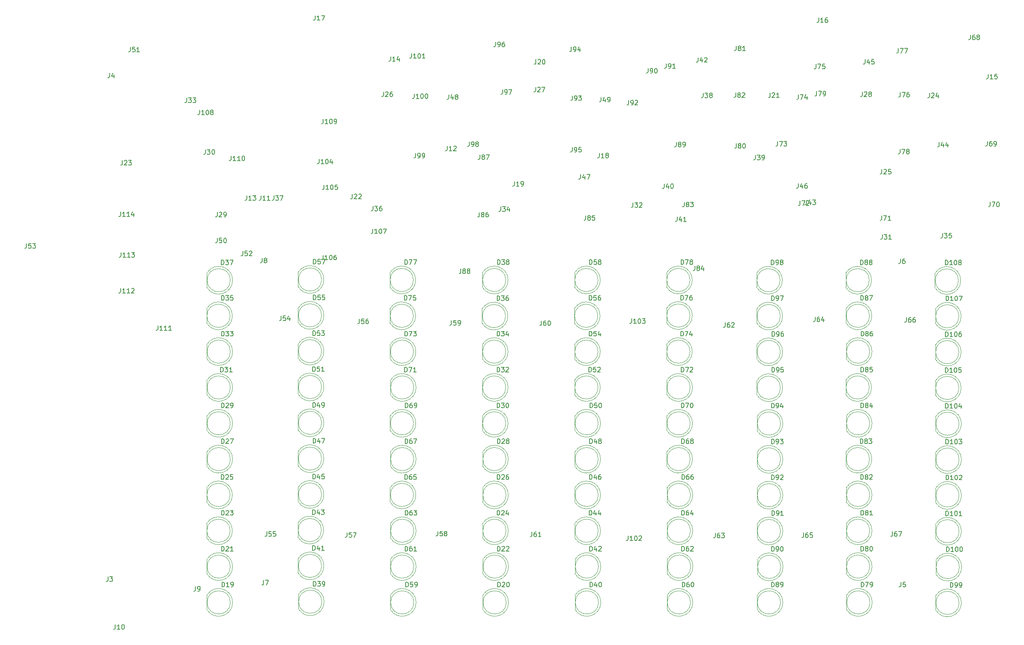
<source format=gbr>
G04 #@! TF.FileFunction,Legend,Top*
%FSLAX46Y46*%
G04 Gerber Fmt 4.6, Leading zero omitted, Abs format (unit mm)*
G04 Created by KiCad (PCBNEW 4.0.7) date 06/18/18 00:59:20*
%MOMM*%
%LPD*%
G01*
G04 APERTURE LIST*
%ADD10C,0.100000*%
%ADD11C,0.120000*%
%ADD12C,0.150000*%
G04 APERTURE END LIST*
D10*
D11*
X303238200Y-174665662D02*
G75*
G03X297688200Y-173120370I-2990000J462D01*
G01*
X303238200Y-174664738D02*
G75*
G02X297688200Y-176210030I-2990000J-462D01*
G01*
X302748200Y-174665200D02*
G75*
G03X302748200Y-174665200I-2500000J0D01*
G01*
X297688200Y-173120200D02*
X297688200Y-176210200D01*
X303085800Y-120614462D02*
G75*
G03X297535800Y-119069170I-2990000J462D01*
G01*
X303085800Y-120613538D02*
G75*
G02X297535800Y-122158830I-2990000J-462D01*
G01*
X302595800Y-120614000D02*
G75*
G03X302595800Y-120614000I-2500000J0D01*
G01*
X297535800Y-119069000D02*
X297535800Y-122159000D01*
X303187400Y-128336062D02*
G75*
G03X297637400Y-126790770I-2990000J462D01*
G01*
X303187400Y-128335138D02*
G75*
G02X297637400Y-129880430I-2990000J-462D01*
G01*
X302697400Y-128335600D02*
G75*
G03X302697400Y-128335600I-2500000J0D01*
G01*
X297637400Y-126790600D02*
X297637400Y-129880600D01*
X303187400Y-136057662D02*
G75*
G03X297637400Y-134512370I-2990000J462D01*
G01*
X303187400Y-136056738D02*
G75*
G02X297637400Y-137602030I-2990000J-462D01*
G01*
X302697400Y-136057200D02*
G75*
G03X302697400Y-136057200I-2500000J0D01*
G01*
X297637400Y-134512200D02*
X297637400Y-137602200D01*
X303187400Y-143779262D02*
G75*
G03X297637400Y-142233970I-2990000J462D01*
G01*
X303187400Y-143778338D02*
G75*
G02X297637400Y-145323630I-2990000J-462D01*
G01*
X302697400Y-143778800D02*
G75*
G03X302697400Y-143778800I-2500000J0D01*
G01*
X297637400Y-142233800D02*
X297637400Y-145323800D01*
X303238200Y-151500862D02*
G75*
G03X297688200Y-149955570I-2990000J462D01*
G01*
X303238200Y-151499938D02*
G75*
G02X297688200Y-153045230I-2990000J-462D01*
G01*
X302748200Y-151500400D02*
G75*
G03X302748200Y-151500400I-2500000J0D01*
G01*
X297688200Y-149955400D02*
X297688200Y-153045400D01*
X303238200Y-159222462D02*
G75*
G03X297688200Y-157677170I-2990000J462D01*
G01*
X303238200Y-159221538D02*
G75*
G02X297688200Y-160766830I-2990000J-462D01*
G01*
X302748200Y-159222000D02*
G75*
G03X302748200Y-159222000I-2500000J0D01*
G01*
X297688200Y-157677000D02*
X297688200Y-160767000D01*
X303238200Y-166944062D02*
G75*
G03X297688200Y-165398770I-2990000J462D01*
G01*
X303238200Y-166943138D02*
G75*
G02X297688200Y-168488430I-2990000J-462D01*
G01*
X302748200Y-166943600D02*
G75*
G03X302748200Y-166943600I-2500000J0D01*
G01*
X297688200Y-165398600D02*
X297688200Y-168488600D01*
X303289000Y-182387262D02*
G75*
G03X297739000Y-180841970I-2990000J462D01*
G01*
X303289000Y-182386338D02*
G75*
G02X297739000Y-183931630I-2990000J-462D01*
G01*
X302799000Y-182386800D02*
G75*
G03X302799000Y-182386800I-2500000J0D01*
G01*
X297739000Y-180841800D02*
X297739000Y-183931800D01*
X303238200Y-190108862D02*
G75*
G03X297688200Y-188563570I-2990000J462D01*
G01*
X303238200Y-190107938D02*
G75*
G02X297688200Y-191653230I-2990000J-462D01*
G01*
X302748200Y-190108400D02*
G75*
G03X302748200Y-190108400I-2500000J0D01*
G01*
X297688200Y-188563400D02*
X297688200Y-191653400D01*
X264681000Y-120563662D02*
G75*
G03X259131000Y-119018370I-2990000J462D01*
G01*
X264681000Y-120562738D02*
G75*
G02X259131000Y-122108030I-2990000J-462D01*
G01*
X264191000Y-120563200D02*
G75*
G03X264191000Y-120563200I-2500000J0D01*
G01*
X259131000Y-119018200D02*
X259131000Y-122108200D01*
X264731800Y-128285262D02*
G75*
G03X259181800Y-126739970I-2990000J462D01*
G01*
X264731800Y-128284338D02*
G75*
G02X259181800Y-129829630I-2990000J-462D01*
G01*
X264241800Y-128284800D02*
G75*
G03X264241800Y-128284800I-2500000J0D01*
G01*
X259181800Y-126739800D02*
X259181800Y-129829800D01*
X264731800Y-136006862D02*
G75*
G03X259181800Y-134461570I-2990000J462D01*
G01*
X264731800Y-136005938D02*
G75*
G02X259181800Y-137551230I-2990000J-462D01*
G01*
X264241800Y-136006400D02*
G75*
G03X264241800Y-136006400I-2500000J0D01*
G01*
X259181800Y-134461400D02*
X259181800Y-137551400D01*
X264731800Y-143728462D02*
G75*
G03X259181800Y-142183170I-2990000J462D01*
G01*
X264731800Y-143727538D02*
G75*
G02X259181800Y-145272830I-2990000J-462D01*
G01*
X264241800Y-143728000D02*
G75*
G03X264241800Y-143728000I-2500000J0D01*
G01*
X259181800Y-142183000D02*
X259181800Y-145273000D01*
X264782600Y-151450062D02*
G75*
G03X259232600Y-149904770I-2990000J462D01*
G01*
X264782600Y-151449138D02*
G75*
G02X259232600Y-152994430I-2990000J-462D01*
G01*
X264292600Y-151449600D02*
G75*
G03X264292600Y-151449600I-2500000J0D01*
G01*
X259232600Y-149904600D02*
X259232600Y-152994600D01*
X264782600Y-159171662D02*
G75*
G03X259232600Y-157626370I-2990000J462D01*
G01*
X264782600Y-159170738D02*
G75*
G02X259232600Y-160716030I-2990000J-462D01*
G01*
X264292600Y-159171200D02*
G75*
G03X264292600Y-159171200I-2500000J0D01*
G01*
X259232600Y-157626200D02*
X259232600Y-160716200D01*
X264782600Y-166893262D02*
G75*
G03X259232600Y-165347970I-2990000J462D01*
G01*
X264782600Y-166892338D02*
G75*
G02X259232600Y-168437630I-2990000J-462D01*
G01*
X264292600Y-166892800D02*
G75*
G03X264292600Y-166892800I-2500000J0D01*
G01*
X259232600Y-165347800D02*
X259232600Y-168437800D01*
X264782600Y-174614862D02*
G75*
G03X259232600Y-173069570I-2990000J462D01*
G01*
X264782600Y-174613938D02*
G75*
G02X259232600Y-176159230I-2990000J-462D01*
G01*
X264292600Y-174614400D02*
G75*
G03X264292600Y-174614400I-2500000J0D01*
G01*
X259232600Y-173069400D02*
X259232600Y-176159400D01*
X264833400Y-182336462D02*
G75*
G03X259283400Y-180791170I-2990000J462D01*
G01*
X264833400Y-182335538D02*
G75*
G02X259283400Y-183880830I-2990000J-462D01*
G01*
X264343400Y-182336000D02*
G75*
G03X264343400Y-182336000I-2500000J0D01*
G01*
X259283400Y-180791000D02*
X259283400Y-183881000D01*
X264782600Y-190007262D02*
G75*
G03X259232600Y-188461970I-2990000J462D01*
G01*
X264782600Y-190006338D02*
G75*
G02X259232600Y-191551630I-2990000J-462D01*
G01*
X264292600Y-190006800D02*
G75*
G03X264292600Y-190006800I-2500000J0D01*
G01*
X259232600Y-188461800D02*
X259232600Y-191551800D01*
X283883400Y-120563662D02*
G75*
G03X278333400Y-119018370I-2990000J462D01*
G01*
X283883400Y-120562738D02*
G75*
G02X278333400Y-122108030I-2990000J-462D01*
G01*
X283393400Y-120563200D02*
G75*
G03X283393400Y-120563200I-2500000J0D01*
G01*
X278333400Y-119018200D02*
X278333400Y-122108200D01*
X283934200Y-128234462D02*
G75*
G03X278384200Y-126689170I-2990000J462D01*
G01*
X283934200Y-128233538D02*
G75*
G02X278384200Y-129778830I-2990000J-462D01*
G01*
X283444200Y-128234000D02*
G75*
G03X283444200Y-128234000I-2500000J0D01*
G01*
X278384200Y-126689000D02*
X278384200Y-129779000D01*
X283985000Y-135956062D02*
G75*
G03X278435000Y-134410770I-2990000J462D01*
G01*
X283985000Y-135955138D02*
G75*
G02X278435000Y-137500430I-2990000J-462D01*
G01*
X283495000Y-135955600D02*
G75*
G03X283495000Y-135955600I-2500000J0D01*
G01*
X278435000Y-134410600D02*
X278435000Y-137500600D01*
X283883400Y-143677662D02*
G75*
G03X278333400Y-142132370I-2990000J462D01*
G01*
X283883400Y-143676738D02*
G75*
G02X278333400Y-145222030I-2990000J-462D01*
G01*
X283393400Y-143677200D02*
G75*
G03X283393400Y-143677200I-2500000J0D01*
G01*
X278333400Y-142132200D02*
X278333400Y-145222200D01*
X283985000Y-151399262D02*
G75*
G03X278435000Y-149853970I-2990000J462D01*
G01*
X283985000Y-151398338D02*
G75*
G02X278435000Y-152943630I-2990000J-462D01*
G01*
X283495000Y-151398800D02*
G75*
G03X283495000Y-151398800I-2500000J0D01*
G01*
X278435000Y-149853800D02*
X278435000Y-152943800D01*
X283934200Y-159120862D02*
G75*
G03X278384200Y-157575570I-2990000J462D01*
G01*
X283934200Y-159119938D02*
G75*
G02X278384200Y-160665230I-2990000J-462D01*
G01*
X283444200Y-159120400D02*
G75*
G03X283444200Y-159120400I-2500000J0D01*
G01*
X278384200Y-157575400D02*
X278384200Y-160665400D01*
X283985000Y-166842462D02*
G75*
G03X278435000Y-165297170I-2990000J462D01*
G01*
X283985000Y-166841538D02*
G75*
G02X278435000Y-168386830I-2990000J-462D01*
G01*
X283495000Y-166842000D02*
G75*
G03X283495000Y-166842000I-2500000J0D01*
G01*
X278435000Y-165297000D02*
X278435000Y-168387000D01*
X283985000Y-174564062D02*
G75*
G03X278435000Y-173018770I-2990000J462D01*
G01*
X283985000Y-174563138D02*
G75*
G02X278435000Y-176108430I-2990000J-462D01*
G01*
X283495000Y-174563600D02*
G75*
G03X283495000Y-174563600I-2500000J0D01*
G01*
X278435000Y-173018600D02*
X278435000Y-176108600D01*
X283985000Y-182285662D02*
G75*
G03X278435000Y-180740370I-2990000J462D01*
G01*
X283985000Y-182284738D02*
G75*
G02X278435000Y-183830030I-2990000J-462D01*
G01*
X283495000Y-182285200D02*
G75*
G03X283495000Y-182285200I-2500000J0D01*
G01*
X278435000Y-180740200D02*
X278435000Y-183830200D01*
X284035800Y-190007262D02*
G75*
G03X278485800Y-188461970I-2990000J462D01*
G01*
X284035800Y-190006338D02*
G75*
G02X278485800Y-191551630I-2990000J-462D01*
G01*
X283545800Y-190006800D02*
G75*
G03X283545800Y-190006800I-2500000J0D01*
G01*
X278485800Y-188461800D02*
X278485800Y-191551800D01*
X245275400Y-120512862D02*
G75*
G03X239725400Y-118967570I-2990000J462D01*
G01*
X245275400Y-120511938D02*
G75*
G02X239725400Y-122057230I-2990000J-462D01*
G01*
X244785400Y-120512400D02*
G75*
G03X244785400Y-120512400I-2500000J0D01*
G01*
X239725400Y-118967400D02*
X239725400Y-122057400D01*
X185687000Y-120512862D02*
G75*
G03X180137000Y-118967570I-2990000J462D01*
G01*
X185687000Y-120511938D02*
G75*
G02X180137000Y-122057230I-2990000J-462D01*
G01*
X185197000Y-120512400D02*
G75*
G03X185197000Y-120512400I-2500000J0D01*
G01*
X180137000Y-118967400D02*
X180137000Y-122057400D01*
X245275400Y-128183662D02*
G75*
G03X239725400Y-126638370I-2990000J462D01*
G01*
X245275400Y-128182738D02*
G75*
G02X239725400Y-129728030I-2990000J-462D01*
G01*
X244785400Y-128183200D02*
G75*
G03X244785400Y-128183200I-2500000J0D01*
G01*
X239725400Y-126638200D02*
X239725400Y-129728200D01*
X185687000Y-128234462D02*
G75*
G03X180137000Y-126689170I-2990000J462D01*
G01*
X185687000Y-128233538D02*
G75*
G02X180137000Y-129778830I-2990000J-462D01*
G01*
X185197000Y-128234000D02*
G75*
G03X185197000Y-128234000I-2500000J0D01*
G01*
X180137000Y-126689000D02*
X180137000Y-129779000D01*
X245275400Y-135956062D02*
G75*
G03X239725400Y-134410770I-2990000J462D01*
G01*
X245275400Y-135955138D02*
G75*
G02X239725400Y-137500430I-2990000J-462D01*
G01*
X244785400Y-135955600D02*
G75*
G03X244785400Y-135955600I-2500000J0D01*
G01*
X239725400Y-134410600D02*
X239725400Y-137500600D01*
X185737800Y-135956062D02*
G75*
G03X180187800Y-134410770I-2990000J462D01*
G01*
X185737800Y-135955138D02*
G75*
G02X180187800Y-137500430I-2990000J-462D01*
G01*
X185247800Y-135955600D02*
G75*
G03X185247800Y-135955600I-2500000J0D01*
G01*
X180187800Y-134410600D02*
X180187800Y-137500600D01*
X245326200Y-143677662D02*
G75*
G03X239776200Y-142132370I-2990000J462D01*
G01*
X245326200Y-143676738D02*
G75*
G02X239776200Y-145222030I-2990000J-462D01*
G01*
X244836200Y-143677200D02*
G75*
G03X244836200Y-143677200I-2500000J0D01*
G01*
X239776200Y-142132200D02*
X239776200Y-145222200D01*
X185788600Y-143677662D02*
G75*
G03X180238600Y-142132370I-2990000J462D01*
G01*
X185788600Y-143676738D02*
G75*
G02X180238600Y-145222030I-2990000J-462D01*
G01*
X185298600Y-143677200D02*
G75*
G03X185298600Y-143677200I-2500000J0D01*
G01*
X180238600Y-142132200D02*
X180238600Y-145222200D01*
X245326200Y-151399262D02*
G75*
G03X239776200Y-149853970I-2990000J462D01*
G01*
X245326200Y-151398338D02*
G75*
G02X239776200Y-152943630I-2990000J-462D01*
G01*
X244836200Y-151398800D02*
G75*
G03X244836200Y-151398800I-2500000J0D01*
G01*
X239776200Y-149853800D02*
X239776200Y-152943800D01*
X185737800Y-151399262D02*
G75*
G03X180187800Y-149853970I-2990000J462D01*
G01*
X185737800Y-151398338D02*
G75*
G02X180187800Y-152943630I-2990000J-462D01*
G01*
X185247800Y-151398800D02*
G75*
G03X185247800Y-151398800I-2500000J0D01*
G01*
X180187800Y-149853800D02*
X180187800Y-152943800D01*
X245326200Y-159120862D02*
G75*
G03X239776200Y-157575570I-2990000J462D01*
G01*
X245326200Y-159119938D02*
G75*
G02X239776200Y-160665230I-2990000J-462D01*
G01*
X244836200Y-159120400D02*
G75*
G03X244836200Y-159120400I-2500000J0D01*
G01*
X239776200Y-157575400D02*
X239776200Y-160665400D01*
X185788600Y-159120862D02*
G75*
G03X180238600Y-157575570I-2990000J462D01*
G01*
X185788600Y-159119938D02*
G75*
G02X180238600Y-160665230I-2990000J-462D01*
G01*
X185298600Y-159120400D02*
G75*
G03X185298600Y-159120400I-2500000J0D01*
G01*
X180238600Y-157575400D02*
X180238600Y-160665400D01*
X245377000Y-166842462D02*
G75*
G03X239827000Y-165297170I-2990000J462D01*
G01*
X245377000Y-166841538D02*
G75*
G02X239827000Y-168386830I-2990000J-462D01*
G01*
X244887000Y-166842000D02*
G75*
G03X244887000Y-166842000I-2500000J0D01*
G01*
X239827000Y-165297000D02*
X239827000Y-168387000D01*
X185737800Y-166842462D02*
G75*
G03X180187800Y-165297170I-2990000J462D01*
G01*
X185737800Y-166841538D02*
G75*
G02X180187800Y-168386830I-2990000J-462D01*
G01*
X185247800Y-166842000D02*
G75*
G03X185247800Y-166842000I-2500000J0D01*
G01*
X180187800Y-165297000D02*
X180187800Y-168387000D01*
X245377000Y-174564062D02*
G75*
G03X239827000Y-173018770I-2990000J462D01*
G01*
X245377000Y-174563138D02*
G75*
G02X239827000Y-176108430I-2990000J-462D01*
G01*
X244887000Y-174563600D02*
G75*
G03X244887000Y-174563600I-2500000J0D01*
G01*
X239827000Y-173018600D02*
X239827000Y-176108600D01*
X185788600Y-174564062D02*
G75*
G03X180238600Y-173018770I-2990000J462D01*
G01*
X185788600Y-174563138D02*
G75*
G02X180238600Y-176108430I-2990000J-462D01*
G01*
X185298600Y-174563600D02*
G75*
G03X185298600Y-174563600I-2500000J0D01*
G01*
X180238600Y-173018600D02*
X180238600Y-176108600D01*
X245427800Y-182285662D02*
G75*
G03X239877800Y-180740370I-2990000J462D01*
G01*
X245427800Y-182284738D02*
G75*
G02X239877800Y-183830030I-2990000J-462D01*
G01*
X244937800Y-182285200D02*
G75*
G03X244937800Y-182285200I-2500000J0D01*
G01*
X239877800Y-180740200D02*
X239877800Y-183830200D01*
X185788600Y-182285662D02*
G75*
G03X180238600Y-180740370I-2990000J462D01*
G01*
X185788600Y-182284738D02*
G75*
G02X180238600Y-183830030I-2990000J-462D01*
G01*
X185298600Y-182285200D02*
G75*
G03X185298600Y-182285200I-2500000J0D01*
G01*
X180238600Y-180740200D02*
X180238600Y-183830200D01*
X245377000Y-190007262D02*
G75*
G03X239827000Y-188461970I-2990000J462D01*
G01*
X245377000Y-190006338D02*
G75*
G02X239827000Y-191551630I-2990000J-462D01*
G01*
X244887000Y-190006800D02*
G75*
G03X244887000Y-190006800I-2500000J0D01*
G01*
X239827000Y-188461800D02*
X239827000Y-191551800D01*
X185788600Y-190007262D02*
G75*
G03X180238600Y-188461970I-2990000J462D01*
G01*
X185788600Y-190006338D02*
G75*
G02X180238600Y-191551630I-2990000J-462D01*
G01*
X185298600Y-190006800D02*
G75*
G03X185298600Y-190006800I-2500000J0D01*
G01*
X180238600Y-188461800D02*
X180238600Y-191551800D01*
X225463400Y-120512862D02*
G75*
G03X219913400Y-118967570I-2990000J462D01*
G01*
X225463400Y-120511938D02*
G75*
G02X219913400Y-122057230I-2990000J-462D01*
G01*
X224973400Y-120512400D02*
G75*
G03X224973400Y-120512400I-2500000J0D01*
G01*
X219913400Y-118967400D02*
X219913400Y-122057400D01*
X165925800Y-120411262D02*
G75*
G03X160375800Y-118865970I-2990000J462D01*
G01*
X165925800Y-120410338D02*
G75*
G02X160375800Y-121955630I-2990000J-462D01*
G01*
X165435800Y-120410800D02*
G75*
G03X165435800Y-120410800I-2500000J0D01*
G01*
X160375800Y-118865800D02*
X160375800Y-121955800D01*
X225412600Y-128234462D02*
G75*
G03X219862600Y-126689170I-2990000J462D01*
G01*
X225412600Y-128233538D02*
G75*
G02X219862600Y-129778830I-2990000J-462D01*
G01*
X224922600Y-128234000D02*
G75*
G03X224922600Y-128234000I-2500000J0D01*
G01*
X219862600Y-126689000D02*
X219862600Y-129779000D01*
X165925800Y-128132862D02*
G75*
G03X160375800Y-126587570I-2990000J462D01*
G01*
X165925800Y-128131938D02*
G75*
G02X160375800Y-129677230I-2990000J-462D01*
G01*
X165435800Y-128132400D02*
G75*
G03X165435800Y-128132400I-2500000J0D01*
G01*
X160375800Y-126587400D02*
X160375800Y-129677400D01*
X225463400Y-135956062D02*
G75*
G03X219913400Y-134410770I-2990000J462D01*
G01*
X225463400Y-135955138D02*
G75*
G02X219913400Y-137500430I-2990000J-462D01*
G01*
X224973400Y-135955600D02*
G75*
G03X224973400Y-135955600I-2500000J0D01*
G01*
X219913400Y-134410600D02*
X219913400Y-137500600D01*
X165925800Y-135854462D02*
G75*
G03X160375800Y-134309170I-2990000J462D01*
G01*
X165925800Y-135853538D02*
G75*
G02X160375800Y-137398830I-2990000J-462D01*
G01*
X165435800Y-135854000D02*
G75*
G03X165435800Y-135854000I-2500000J0D01*
G01*
X160375800Y-134309000D02*
X160375800Y-137399000D01*
X225463400Y-143677662D02*
G75*
G03X219913400Y-142132370I-2990000J462D01*
G01*
X225463400Y-143676738D02*
G75*
G02X219913400Y-145222030I-2990000J-462D01*
G01*
X224973400Y-143677200D02*
G75*
G03X224973400Y-143677200I-2500000J0D01*
G01*
X219913400Y-142132200D02*
X219913400Y-145222200D01*
X165925800Y-143576062D02*
G75*
G03X160375800Y-142030770I-2990000J462D01*
G01*
X165925800Y-143575138D02*
G75*
G02X160375800Y-145120430I-2990000J-462D01*
G01*
X165435800Y-143575600D02*
G75*
G03X165435800Y-143575600I-2500000J0D01*
G01*
X160375800Y-142030600D02*
X160375800Y-145120600D01*
X225514200Y-151399262D02*
G75*
G03X219964200Y-149853970I-2990000J462D01*
G01*
X225514200Y-151398338D02*
G75*
G02X219964200Y-152943630I-2990000J-462D01*
G01*
X225024200Y-151398800D02*
G75*
G03X225024200Y-151398800I-2500000J0D01*
G01*
X219964200Y-149853800D02*
X219964200Y-152943800D01*
X165925800Y-151297662D02*
G75*
G03X160375800Y-149752370I-2990000J462D01*
G01*
X165925800Y-151296738D02*
G75*
G02X160375800Y-152842030I-2990000J-462D01*
G01*
X165435800Y-151297200D02*
G75*
G03X165435800Y-151297200I-2500000J0D01*
G01*
X160375800Y-149752200D02*
X160375800Y-152842200D01*
X225514200Y-159120862D02*
G75*
G03X219964200Y-157575570I-2990000J462D01*
G01*
X225514200Y-159119938D02*
G75*
G02X219964200Y-160665230I-2990000J-462D01*
G01*
X225024200Y-159120400D02*
G75*
G03X225024200Y-159120400I-2500000J0D01*
G01*
X219964200Y-157575400D02*
X219964200Y-160665400D01*
X165925800Y-159019262D02*
G75*
G03X160375800Y-157473970I-2990000J462D01*
G01*
X165925800Y-159018338D02*
G75*
G02X160375800Y-160563630I-2990000J-462D01*
G01*
X165435800Y-159018800D02*
G75*
G03X165435800Y-159018800I-2500000J0D01*
G01*
X160375800Y-157473800D02*
X160375800Y-160563800D01*
X225514200Y-166842462D02*
G75*
G03X219964200Y-165297170I-2990000J462D01*
G01*
X225514200Y-166841538D02*
G75*
G02X219964200Y-168386830I-2990000J-462D01*
G01*
X225024200Y-166842000D02*
G75*
G03X225024200Y-166842000I-2500000J0D01*
G01*
X219964200Y-165297000D02*
X219964200Y-168387000D01*
X165925800Y-166740862D02*
G75*
G03X160375800Y-165195570I-2990000J462D01*
G01*
X165925800Y-166739938D02*
G75*
G02X160375800Y-168285230I-2990000J-462D01*
G01*
X165435800Y-166740400D02*
G75*
G03X165435800Y-166740400I-2500000J0D01*
G01*
X160375800Y-165195400D02*
X160375800Y-168285400D01*
X225514200Y-174564062D02*
G75*
G03X219964200Y-173018770I-2990000J462D01*
G01*
X225514200Y-174563138D02*
G75*
G02X219964200Y-176108430I-2990000J-462D01*
G01*
X225024200Y-174563600D02*
G75*
G03X225024200Y-174563600I-2500000J0D01*
G01*
X219964200Y-173018600D02*
X219964200Y-176108600D01*
X165875000Y-174411662D02*
G75*
G03X160325000Y-172866370I-2990000J462D01*
G01*
X165875000Y-174410738D02*
G75*
G02X160325000Y-175956030I-2990000J-462D01*
G01*
X165385000Y-174411200D02*
G75*
G03X165385000Y-174411200I-2500000J0D01*
G01*
X160325000Y-172866200D02*
X160325000Y-175956200D01*
X225565000Y-182285662D02*
G75*
G03X220015000Y-180740370I-2990000J462D01*
G01*
X225565000Y-182284738D02*
G75*
G02X220015000Y-183830030I-2990000J-462D01*
G01*
X225075000Y-182285200D02*
G75*
G03X225075000Y-182285200I-2500000J0D01*
G01*
X220015000Y-180740200D02*
X220015000Y-183830200D01*
X165925800Y-182133262D02*
G75*
G03X160375800Y-180587970I-2990000J462D01*
G01*
X165925800Y-182132338D02*
G75*
G02X160375800Y-183677630I-2990000J-462D01*
G01*
X165435800Y-182132800D02*
G75*
G03X165435800Y-182132800I-2500000J0D01*
G01*
X160375800Y-180587800D02*
X160375800Y-183677800D01*
X225565000Y-190007262D02*
G75*
G03X220015000Y-188461970I-2990000J462D01*
G01*
X225565000Y-190006338D02*
G75*
G02X220015000Y-191551630I-2990000J-462D01*
G01*
X225075000Y-190006800D02*
G75*
G03X225075000Y-190006800I-2500000J0D01*
G01*
X220015000Y-188461800D02*
X220015000Y-191551800D01*
X165976600Y-189854862D02*
G75*
G03X160426600Y-188309570I-2990000J462D01*
G01*
X165976600Y-189853938D02*
G75*
G02X160426600Y-191399230I-2990000J-462D01*
G01*
X165486600Y-189854400D02*
G75*
G03X165486600Y-189854400I-2500000J0D01*
G01*
X160426600Y-188309400D02*
X160426600Y-191399400D01*
X205600600Y-120512862D02*
G75*
G03X200050600Y-118967570I-2990000J462D01*
G01*
X205600600Y-120511938D02*
G75*
G02X200050600Y-122057230I-2990000J-462D01*
G01*
X205110600Y-120512400D02*
G75*
G03X205110600Y-120512400I-2500000J0D01*
G01*
X200050600Y-118967400D02*
X200050600Y-122057400D01*
X146266200Y-120563662D02*
G75*
G03X140716200Y-119018370I-2990000J462D01*
G01*
X146266200Y-120562738D02*
G75*
G02X140716200Y-122108030I-2990000J-462D01*
G01*
X145776200Y-120563200D02*
G75*
G03X145776200Y-120563200I-2500000J0D01*
G01*
X140716200Y-119018200D02*
X140716200Y-122108200D01*
X205549800Y-128285262D02*
G75*
G03X199999800Y-126739970I-2990000J462D01*
G01*
X205549800Y-128284338D02*
G75*
G02X199999800Y-129829630I-2990000J-462D01*
G01*
X205059800Y-128284800D02*
G75*
G03X205059800Y-128284800I-2500000J0D01*
G01*
X199999800Y-126739800D02*
X199999800Y-129829800D01*
X146215400Y-128234462D02*
G75*
G03X140665400Y-126689170I-2990000J462D01*
G01*
X146215400Y-128233538D02*
G75*
G02X140665400Y-129778830I-2990000J-462D01*
G01*
X145725400Y-128234000D02*
G75*
G03X145725400Y-128234000I-2500000J0D01*
G01*
X140665400Y-126689000D02*
X140665400Y-129779000D01*
X205600600Y-135956062D02*
G75*
G03X200050600Y-134410770I-2990000J462D01*
G01*
X205600600Y-135955138D02*
G75*
G02X200050600Y-137500430I-2990000J-462D01*
G01*
X205110600Y-135955600D02*
G75*
G03X205110600Y-135955600I-2500000J0D01*
G01*
X200050600Y-134410600D02*
X200050600Y-137500600D01*
X146266200Y-135956062D02*
G75*
G03X140716200Y-134410770I-2990000J462D01*
G01*
X146266200Y-135955138D02*
G75*
G02X140716200Y-137500430I-2990000J-462D01*
G01*
X145776200Y-135955600D02*
G75*
G03X145776200Y-135955600I-2500000J0D01*
G01*
X140716200Y-134410600D02*
X140716200Y-137500600D01*
X205600600Y-143677662D02*
G75*
G03X200050600Y-142132370I-2990000J462D01*
G01*
X205600600Y-143676738D02*
G75*
G02X200050600Y-145222030I-2990000J-462D01*
G01*
X205110600Y-143677200D02*
G75*
G03X205110600Y-143677200I-2500000J0D01*
G01*
X200050600Y-142132200D02*
X200050600Y-145222200D01*
X146266200Y-143677662D02*
G75*
G03X140716200Y-142132370I-2990000J462D01*
G01*
X146266200Y-143676738D02*
G75*
G02X140716200Y-145222030I-2990000J-462D01*
G01*
X145776200Y-143677200D02*
G75*
G03X145776200Y-143677200I-2500000J0D01*
G01*
X140716200Y-142132200D02*
X140716200Y-145222200D01*
X205600600Y-151399262D02*
G75*
G03X200050600Y-149853970I-2990000J462D01*
G01*
X205600600Y-151398338D02*
G75*
G02X200050600Y-152943630I-2990000J-462D01*
G01*
X205110600Y-151398800D02*
G75*
G03X205110600Y-151398800I-2500000J0D01*
G01*
X200050600Y-149853800D02*
X200050600Y-152943800D01*
X146266200Y-151399262D02*
G75*
G03X140716200Y-149853970I-2990000J462D01*
G01*
X146266200Y-151398338D02*
G75*
G02X140716200Y-152943630I-2990000J-462D01*
G01*
X145776200Y-151398800D02*
G75*
G03X145776200Y-151398800I-2500000J0D01*
G01*
X140716200Y-149853800D02*
X140716200Y-152943800D01*
X205651400Y-159120862D02*
G75*
G03X200101400Y-157575570I-2990000J462D01*
G01*
X205651400Y-159119938D02*
G75*
G02X200101400Y-160665230I-2990000J-462D01*
G01*
X205161400Y-159120400D02*
G75*
G03X205161400Y-159120400I-2500000J0D01*
G01*
X200101400Y-157575400D02*
X200101400Y-160665400D01*
X146266200Y-159120862D02*
G75*
G03X140716200Y-157575570I-2990000J462D01*
G01*
X146266200Y-159119938D02*
G75*
G02X140716200Y-160665230I-2990000J-462D01*
G01*
X145776200Y-159120400D02*
G75*
G03X145776200Y-159120400I-2500000J0D01*
G01*
X140716200Y-157575400D02*
X140716200Y-160665400D01*
X205651400Y-166842462D02*
G75*
G03X200101400Y-165297170I-2990000J462D01*
G01*
X205651400Y-166841538D02*
G75*
G02X200101400Y-168386830I-2990000J-462D01*
G01*
X205161400Y-166842000D02*
G75*
G03X205161400Y-166842000I-2500000J0D01*
G01*
X200101400Y-165297000D02*
X200101400Y-168387000D01*
X146215400Y-166842462D02*
G75*
G03X140665400Y-165297170I-2990000J462D01*
G01*
X146215400Y-166841538D02*
G75*
G02X140665400Y-168386830I-2990000J-462D01*
G01*
X145725400Y-166842000D02*
G75*
G03X145725400Y-166842000I-2500000J0D01*
G01*
X140665400Y-165297000D02*
X140665400Y-168387000D01*
X205651400Y-174564062D02*
G75*
G03X200101400Y-173018770I-2990000J462D01*
G01*
X205651400Y-174563138D02*
G75*
G02X200101400Y-176108430I-2990000J-462D01*
G01*
X205161400Y-174563600D02*
G75*
G03X205161400Y-174563600I-2500000J0D01*
G01*
X200101400Y-173018600D02*
X200101400Y-176108600D01*
X146215400Y-174564062D02*
G75*
G03X140665400Y-173018770I-2990000J462D01*
G01*
X146215400Y-174563138D02*
G75*
G02X140665400Y-176108430I-2990000J-462D01*
G01*
X145725400Y-174563600D02*
G75*
G03X145725400Y-174563600I-2500000J0D01*
G01*
X140665400Y-173018600D02*
X140665400Y-176108600D01*
X205702200Y-182285662D02*
G75*
G03X200152200Y-180740370I-2990000J462D01*
G01*
X205702200Y-182284738D02*
G75*
G02X200152200Y-183830030I-2990000J-462D01*
G01*
X205212200Y-182285200D02*
G75*
G03X205212200Y-182285200I-2500000J0D01*
G01*
X200152200Y-180740200D02*
X200152200Y-183830200D01*
X146266200Y-182285662D02*
G75*
G03X140716200Y-180740370I-2990000J462D01*
G01*
X146266200Y-182284738D02*
G75*
G02X140716200Y-183830030I-2990000J-462D01*
G01*
X145776200Y-182285200D02*
G75*
G03X145776200Y-182285200I-2500000J0D01*
G01*
X140716200Y-180740200D02*
X140716200Y-183830200D01*
X205702200Y-190007262D02*
G75*
G03X200152200Y-188461970I-2990000J462D01*
G01*
X205702200Y-190006338D02*
G75*
G02X200152200Y-191551630I-2990000J-462D01*
G01*
X205212200Y-190006800D02*
G75*
G03X205212200Y-190006800I-2500000J0D01*
G01*
X200152200Y-188461800D02*
X200152200Y-191551800D01*
X146266200Y-190007262D02*
G75*
G03X140716200Y-188461970I-2990000J462D01*
G01*
X146266200Y-190006338D02*
G75*
G02X140716200Y-191551630I-2990000J-462D01*
G01*
X145776200Y-190006800D02*
G75*
G03X145776200Y-190006800I-2500000J0D01*
G01*
X140716200Y-188461800D02*
X140716200Y-191551800D01*
D12*
X299878524Y-171307581D02*
X299878524Y-170307581D01*
X300116619Y-170307581D01*
X300259477Y-170355200D01*
X300354715Y-170450438D01*
X300402334Y-170545676D01*
X300449953Y-170736152D01*
X300449953Y-170879010D01*
X300402334Y-171069486D01*
X300354715Y-171164724D01*
X300259477Y-171259962D01*
X300116619Y-171307581D01*
X299878524Y-171307581D01*
X301402334Y-171307581D02*
X300830905Y-171307581D01*
X301116619Y-171307581D02*
X301116619Y-170307581D01*
X301021381Y-170450438D01*
X300926143Y-170545676D01*
X300830905Y-170593295D01*
X302021381Y-170307581D02*
X302116620Y-170307581D01*
X302211858Y-170355200D01*
X302259477Y-170402819D01*
X302307096Y-170498057D01*
X302354715Y-170688533D01*
X302354715Y-170926629D01*
X302307096Y-171117105D01*
X302259477Y-171212343D01*
X302211858Y-171259962D01*
X302116620Y-171307581D01*
X302021381Y-171307581D01*
X301926143Y-171259962D01*
X301878524Y-171212343D01*
X301830905Y-171117105D01*
X301783286Y-170926629D01*
X301783286Y-170688533D01*
X301830905Y-170498057D01*
X301878524Y-170402819D01*
X301926143Y-170355200D01*
X302021381Y-170307581D01*
X303307096Y-171307581D02*
X302735667Y-171307581D01*
X303021381Y-171307581D02*
X303021381Y-170307581D01*
X302926143Y-170450438D01*
X302830905Y-170545676D01*
X302735667Y-170593295D01*
X290216667Y-185652381D02*
X290216667Y-186366667D01*
X290169047Y-186509524D01*
X290073809Y-186604762D01*
X289930952Y-186652381D01*
X289835714Y-186652381D01*
X291169048Y-185652381D02*
X290692857Y-185652381D01*
X290645238Y-186128571D01*
X290692857Y-186080952D01*
X290788095Y-186033333D01*
X291026191Y-186033333D01*
X291121429Y-186080952D01*
X291169048Y-186128571D01*
X291216667Y-186223810D01*
X291216667Y-186461905D01*
X291169048Y-186557143D01*
X291121429Y-186604762D01*
X291026191Y-186652381D01*
X290788095Y-186652381D01*
X290692857Y-186604762D01*
X290645238Y-186557143D01*
X299776924Y-117256381D02*
X299776924Y-116256381D01*
X300015019Y-116256381D01*
X300157877Y-116304000D01*
X300253115Y-116399238D01*
X300300734Y-116494476D01*
X300348353Y-116684952D01*
X300348353Y-116827810D01*
X300300734Y-117018286D01*
X300253115Y-117113524D01*
X300157877Y-117208762D01*
X300015019Y-117256381D01*
X299776924Y-117256381D01*
X301300734Y-117256381D02*
X300729305Y-117256381D01*
X301015019Y-117256381D02*
X301015019Y-116256381D01*
X300919781Y-116399238D01*
X300824543Y-116494476D01*
X300729305Y-116542095D01*
X301919781Y-116256381D02*
X302015020Y-116256381D01*
X302110258Y-116304000D01*
X302157877Y-116351619D01*
X302205496Y-116446857D01*
X302253115Y-116637333D01*
X302253115Y-116875429D01*
X302205496Y-117065905D01*
X302157877Y-117161143D01*
X302110258Y-117208762D01*
X302015020Y-117256381D01*
X301919781Y-117256381D01*
X301824543Y-117208762D01*
X301776924Y-117161143D01*
X301729305Y-117065905D01*
X301681686Y-116875429D01*
X301681686Y-116637333D01*
X301729305Y-116446857D01*
X301776924Y-116351619D01*
X301824543Y-116304000D01*
X301919781Y-116256381D01*
X302824543Y-116684952D02*
X302729305Y-116637333D01*
X302681686Y-116589714D01*
X302634067Y-116494476D01*
X302634067Y-116446857D01*
X302681686Y-116351619D01*
X302729305Y-116304000D01*
X302824543Y-116256381D01*
X303015020Y-116256381D01*
X303110258Y-116304000D01*
X303157877Y-116351619D01*
X303205496Y-116446857D01*
X303205496Y-116494476D01*
X303157877Y-116589714D01*
X303110258Y-116637333D01*
X303015020Y-116684952D01*
X302824543Y-116684952D01*
X302729305Y-116732571D01*
X302681686Y-116780190D01*
X302634067Y-116875429D01*
X302634067Y-117065905D01*
X302681686Y-117161143D01*
X302729305Y-117208762D01*
X302824543Y-117256381D01*
X303015020Y-117256381D01*
X303110258Y-117208762D01*
X303157877Y-117161143D01*
X303205496Y-117065905D01*
X303205496Y-116875429D01*
X303157877Y-116780190D01*
X303110258Y-116732571D01*
X303015020Y-116684952D01*
X299929324Y-124977981D02*
X299929324Y-123977981D01*
X300167419Y-123977981D01*
X300310277Y-124025600D01*
X300405515Y-124120838D01*
X300453134Y-124216076D01*
X300500753Y-124406552D01*
X300500753Y-124549410D01*
X300453134Y-124739886D01*
X300405515Y-124835124D01*
X300310277Y-124930362D01*
X300167419Y-124977981D01*
X299929324Y-124977981D01*
X301453134Y-124977981D02*
X300881705Y-124977981D01*
X301167419Y-124977981D02*
X301167419Y-123977981D01*
X301072181Y-124120838D01*
X300976943Y-124216076D01*
X300881705Y-124263695D01*
X302072181Y-123977981D02*
X302167420Y-123977981D01*
X302262658Y-124025600D01*
X302310277Y-124073219D01*
X302357896Y-124168457D01*
X302405515Y-124358933D01*
X302405515Y-124597029D01*
X302357896Y-124787505D01*
X302310277Y-124882743D01*
X302262658Y-124930362D01*
X302167420Y-124977981D01*
X302072181Y-124977981D01*
X301976943Y-124930362D01*
X301929324Y-124882743D01*
X301881705Y-124787505D01*
X301834086Y-124597029D01*
X301834086Y-124358933D01*
X301881705Y-124168457D01*
X301929324Y-124073219D01*
X301976943Y-124025600D01*
X302072181Y-123977981D01*
X302738848Y-123977981D02*
X303405515Y-123977981D01*
X302976943Y-124977981D01*
X299827724Y-132699581D02*
X299827724Y-131699581D01*
X300065819Y-131699581D01*
X300208677Y-131747200D01*
X300303915Y-131842438D01*
X300351534Y-131937676D01*
X300399153Y-132128152D01*
X300399153Y-132271010D01*
X300351534Y-132461486D01*
X300303915Y-132556724D01*
X300208677Y-132651962D01*
X300065819Y-132699581D01*
X299827724Y-132699581D01*
X301351534Y-132699581D02*
X300780105Y-132699581D01*
X301065819Y-132699581D02*
X301065819Y-131699581D01*
X300970581Y-131842438D01*
X300875343Y-131937676D01*
X300780105Y-131985295D01*
X301970581Y-131699581D02*
X302065820Y-131699581D01*
X302161058Y-131747200D01*
X302208677Y-131794819D01*
X302256296Y-131890057D01*
X302303915Y-132080533D01*
X302303915Y-132318629D01*
X302256296Y-132509105D01*
X302208677Y-132604343D01*
X302161058Y-132651962D01*
X302065820Y-132699581D01*
X301970581Y-132699581D01*
X301875343Y-132651962D01*
X301827724Y-132604343D01*
X301780105Y-132509105D01*
X301732486Y-132318629D01*
X301732486Y-132080533D01*
X301780105Y-131890057D01*
X301827724Y-131794819D01*
X301875343Y-131747200D01*
X301970581Y-131699581D01*
X303161058Y-131699581D02*
X302970581Y-131699581D01*
X302875343Y-131747200D01*
X302827724Y-131794819D01*
X302732486Y-131937676D01*
X302684867Y-132128152D01*
X302684867Y-132509105D01*
X302732486Y-132604343D01*
X302780105Y-132651962D01*
X302875343Y-132699581D01*
X303065820Y-132699581D01*
X303161058Y-132651962D01*
X303208677Y-132604343D01*
X303256296Y-132509105D01*
X303256296Y-132271010D01*
X303208677Y-132175771D01*
X303161058Y-132128152D01*
X303065820Y-132080533D01*
X302875343Y-132080533D01*
X302780105Y-132128152D01*
X302732486Y-132175771D01*
X302684867Y-132271010D01*
X299776924Y-140421181D02*
X299776924Y-139421181D01*
X300015019Y-139421181D01*
X300157877Y-139468800D01*
X300253115Y-139564038D01*
X300300734Y-139659276D01*
X300348353Y-139849752D01*
X300348353Y-139992610D01*
X300300734Y-140183086D01*
X300253115Y-140278324D01*
X300157877Y-140373562D01*
X300015019Y-140421181D01*
X299776924Y-140421181D01*
X301300734Y-140421181D02*
X300729305Y-140421181D01*
X301015019Y-140421181D02*
X301015019Y-139421181D01*
X300919781Y-139564038D01*
X300824543Y-139659276D01*
X300729305Y-139706895D01*
X301919781Y-139421181D02*
X302015020Y-139421181D01*
X302110258Y-139468800D01*
X302157877Y-139516419D01*
X302205496Y-139611657D01*
X302253115Y-139802133D01*
X302253115Y-140040229D01*
X302205496Y-140230705D01*
X302157877Y-140325943D01*
X302110258Y-140373562D01*
X302015020Y-140421181D01*
X301919781Y-140421181D01*
X301824543Y-140373562D01*
X301776924Y-140325943D01*
X301729305Y-140230705D01*
X301681686Y-140040229D01*
X301681686Y-139802133D01*
X301729305Y-139611657D01*
X301776924Y-139516419D01*
X301824543Y-139468800D01*
X301919781Y-139421181D01*
X303157877Y-139421181D02*
X302681686Y-139421181D01*
X302634067Y-139897371D01*
X302681686Y-139849752D01*
X302776924Y-139802133D01*
X303015020Y-139802133D01*
X303110258Y-139849752D01*
X303157877Y-139897371D01*
X303205496Y-139992610D01*
X303205496Y-140230705D01*
X303157877Y-140325943D01*
X303110258Y-140373562D01*
X303015020Y-140421181D01*
X302776924Y-140421181D01*
X302681686Y-140373562D01*
X302634067Y-140325943D01*
X299827724Y-148142781D02*
X299827724Y-147142781D01*
X300065819Y-147142781D01*
X300208677Y-147190400D01*
X300303915Y-147285638D01*
X300351534Y-147380876D01*
X300399153Y-147571352D01*
X300399153Y-147714210D01*
X300351534Y-147904686D01*
X300303915Y-147999924D01*
X300208677Y-148095162D01*
X300065819Y-148142781D01*
X299827724Y-148142781D01*
X301351534Y-148142781D02*
X300780105Y-148142781D01*
X301065819Y-148142781D02*
X301065819Y-147142781D01*
X300970581Y-147285638D01*
X300875343Y-147380876D01*
X300780105Y-147428495D01*
X301970581Y-147142781D02*
X302065820Y-147142781D01*
X302161058Y-147190400D01*
X302208677Y-147238019D01*
X302256296Y-147333257D01*
X302303915Y-147523733D01*
X302303915Y-147761829D01*
X302256296Y-147952305D01*
X302208677Y-148047543D01*
X302161058Y-148095162D01*
X302065820Y-148142781D01*
X301970581Y-148142781D01*
X301875343Y-148095162D01*
X301827724Y-148047543D01*
X301780105Y-147952305D01*
X301732486Y-147761829D01*
X301732486Y-147523733D01*
X301780105Y-147333257D01*
X301827724Y-147238019D01*
X301875343Y-147190400D01*
X301970581Y-147142781D01*
X303161058Y-147476114D02*
X303161058Y-148142781D01*
X302922962Y-147095162D02*
X302684867Y-147809448D01*
X303303915Y-147809448D01*
X299878524Y-155864381D02*
X299878524Y-154864381D01*
X300116619Y-154864381D01*
X300259477Y-154912000D01*
X300354715Y-155007238D01*
X300402334Y-155102476D01*
X300449953Y-155292952D01*
X300449953Y-155435810D01*
X300402334Y-155626286D01*
X300354715Y-155721524D01*
X300259477Y-155816762D01*
X300116619Y-155864381D01*
X299878524Y-155864381D01*
X301402334Y-155864381D02*
X300830905Y-155864381D01*
X301116619Y-155864381D02*
X301116619Y-154864381D01*
X301021381Y-155007238D01*
X300926143Y-155102476D01*
X300830905Y-155150095D01*
X302021381Y-154864381D02*
X302116620Y-154864381D01*
X302211858Y-154912000D01*
X302259477Y-154959619D01*
X302307096Y-155054857D01*
X302354715Y-155245333D01*
X302354715Y-155483429D01*
X302307096Y-155673905D01*
X302259477Y-155769143D01*
X302211858Y-155816762D01*
X302116620Y-155864381D01*
X302021381Y-155864381D01*
X301926143Y-155816762D01*
X301878524Y-155769143D01*
X301830905Y-155673905D01*
X301783286Y-155483429D01*
X301783286Y-155245333D01*
X301830905Y-155054857D01*
X301878524Y-154959619D01*
X301926143Y-154912000D01*
X302021381Y-154864381D01*
X302688048Y-154864381D02*
X303307096Y-154864381D01*
X302973762Y-155245333D01*
X303116620Y-155245333D01*
X303211858Y-155292952D01*
X303259477Y-155340571D01*
X303307096Y-155435810D01*
X303307096Y-155673905D01*
X303259477Y-155769143D01*
X303211858Y-155816762D01*
X303116620Y-155864381D01*
X302830905Y-155864381D01*
X302735667Y-155816762D01*
X302688048Y-155769143D01*
X299929324Y-163585981D02*
X299929324Y-162585981D01*
X300167419Y-162585981D01*
X300310277Y-162633600D01*
X300405515Y-162728838D01*
X300453134Y-162824076D01*
X300500753Y-163014552D01*
X300500753Y-163157410D01*
X300453134Y-163347886D01*
X300405515Y-163443124D01*
X300310277Y-163538362D01*
X300167419Y-163585981D01*
X299929324Y-163585981D01*
X301453134Y-163585981D02*
X300881705Y-163585981D01*
X301167419Y-163585981D02*
X301167419Y-162585981D01*
X301072181Y-162728838D01*
X300976943Y-162824076D01*
X300881705Y-162871695D01*
X302072181Y-162585981D02*
X302167420Y-162585981D01*
X302262658Y-162633600D01*
X302310277Y-162681219D01*
X302357896Y-162776457D01*
X302405515Y-162966933D01*
X302405515Y-163205029D01*
X302357896Y-163395505D01*
X302310277Y-163490743D01*
X302262658Y-163538362D01*
X302167420Y-163585981D01*
X302072181Y-163585981D01*
X301976943Y-163538362D01*
X301929324Y-163490743D01*
X301881705Y-163395505D01*
X301834086Y-163205029D01*
X301834086Y-162966933D01*
X301881705Y-162776457D01*
X301929324Y-162681219D01*
X301976943Y-162633600D01*
X302072181Y-162585981D01*
X302786467Y-162681219D02*
X302834086Y-162633600D01*
X302929324Y-162585981D01*
X303167420Y-162585981D01*
X303262658Y-162633600D01*
X303310277Y-162681219D01*
X303357896Y-162776457D01*
X303357896Y-162871695D01*
X303310277Y-163014552D01*
X302738848Y-163585981D01*
X303357896Y-163585981D01*
X300030924Y-179029181D02*
X300030924Y-178029181D01*
X300269019Y-178029181D01*
X300411877Y-178076800D01*
X300507115Y-178172038D01*
X300554734Y-178267276D01*
X300602353Y-178457752D01*
X300602353Y-178600610D01*
X300554734Y-178791086D01*
X300507115Y-178886324D01*
X300411877Y-178981562D01*
X300269019Y-179029181D01*
X300030924Y-179029181D01*
X301554734Y-179029181D02*
X300983305Y-179029181D01*
X301269019Y-179029181D02*
X301269019Y-178029181D01*
X301173781Y-178172038D01*
X301078543Y-178267276D01*
X300983305Y-178314895D01*
X302173781Y-178029181D02*
X302269020Y-178029181D01*
X302364258Y-178076800D01*
X302411877Y-178124419D01*
X302459496Y-178219657D01*
X302507115Y-178410133D01*
X302507115Y-178648229D01*
X302459496Y-178838705D01*
X302411877Y-178933943D01*
X302364258Y-178981562D01*
X302269020Y-179029181D01*
X302173781Y-179029181D01*
X302078543Y-178981562D01*
X302030924Y-178933943D01*
X301983305Y-178838705D01*
X301935686Y-178648229D01*
X301935686Y-178410133D01*
X301983305Y-178219657D01*
X302030924Y-178124419D01*
X302078543Y-178076800D01*
X302173781Y-178029181D01*
X303126162Y-178029181D02*
X303221401Y-178029181D01*
X303316639Y-178076800D01*
X303364258Y-178124419D01*
X303411877Y-178219657D01*
X303459496Y-178410133D01*
X303459496Y-178648229D01*
X303411877Y-178838705D01*
X303364258Y-178933943D01*
X303316639Y-178981562D01*
X303221401Y-179029181D01*
X303126162Y-179029181D01*
X303030924Y-178981562D01*
X302983305Y-178933943D01*
X302935686Y-178838705D01*
X302888067Y-178648229D01*
X302888067Y-178410133D01*
X302935686Y-178219657D01*
X302983305Y-178124419D01*
X303030924Y-178076800D01*
X303126162Y-178029181D01*
X300862714Y-186750781D02*
X300862714Y-185750781D01*
X301100809Y-185750781D01*
X301243667Y-185798400D01*
X301338905Y-185893638D01*
X301386524Y-185988876D01*
X301434143Y-186179352D01*
X301434143Y-186322210D01*
X301386524Y-186512686D01*
X301338905Y-186607924D01*
X301243667Y-186703162D01*
X301100809Y-186750781D01*
X300862714Y-186750781D01*
X301910333Y-186750781D02*
X302100809Y-186750781D01*
X302196048Y-186703162D01*
X302243667Y-186655543D01*
X302338905Y-186512686D01*
X302386524Y-186322210D01*
X302386524Y-185941257D01*
X302338905Y-185846019D01*
X302291286Y-185798400D01*
X302196048Y-185750781D01*
X302005571Y-185750781D01*
X301910333Y-185798400D01*
X301862714Y-185846019D01*
X301815095Y-185941257D01*
X301815095Y-186179352D01*
X301862714Y-186274590D01*
X301910333Y-186322210D01*
X302005571Y-186369829D01*
X302196048Y-186369829D01*
X302291286Y-186322210D01*
X302338905Y-186274590D01*
X302386524Y-186179352D01*
X302862714Y-186750781D02*
X303053190Y-186750781D01*
X303148429Y-186703162D01*
X303196048Y-186655543D01*
X303291286Y-186512686D01*
X303338905Y-186322210D01*
X303338905Y-185941257D01*
X303291286Y-185846019D01*
X303243667Y-185798400D01*
X303148429Y-185750781D01*
X302957952Y-185750781D01*
X302862714Y-185798400D01*
X302815095Y-185846019D01*
X302767476Y-185941257D01*
X302767476Y-186179352D01*
X302815095Y-186274590D01*
X302862714Y-186322210D01*
X302957952Y-186369829D01*
X303148429Y-186369829D01*
X303243667Y-186322210D01*
X303291286Y-186274590D01*
X303338905Y-186179352D01*
X262305514Y-117205581D02*
X262305514Y-116205581D01*
X262543609Y-116205581D01*
X262686467Y-116253200D01*
X262781705Y-116348438D01*
X262829324Y-116443676D01*
X262876943Y-116634152D01*
X262876943Y-116777010D01*
X262829324Y-116967486D01*
X262781705Y-117062724D01*
X262686467Y-117157962D01*
X262543609Y-117205581D01*
X262305514Y-117205581D01*
X263353133Y-117205581D02*
X263543609Y-117205581D01*
X263638848Y-117157962D01*
X263686467Y-117110343D01*
X263781705Y-116967486D01*
X263829324Y-116777010D01*
X263829324Y-116396057D01*
X263781705Y-116300819D01*
X263734086Y-116253200D01*
X263638848Y-116205581D01*
X263448371Y-116205581D01*
X263353133Y-116253200D01*
X263305514Y-116300819D01*
X263257895Y-116396057D01*
X263257895Y-116634152D01*
X263305514Y-116729390D01*
X263353133Y-116777010D01*
X263448371Y-116824629D01*
X263638848Y-116824629D01*
X263734086Y-116777010D01*
X263781705Y-116729390D01*
X263829324Y-116634152D01*
X264400752Y-116634152D02*
X264305514Y-116586533D01*
X264257895Y-116538914D01*
X264210276Y-116443676D01*
X264210276Y-116396057D01*
X264257895Y-116300819D01*
X264305514Y-116253200D01*
X264400752Y-116205581D01*
X264591229Y-116205581D01*
X264686467Y-116253200D01*
X264734086Y-116300819D01*
X264781705Y-116396057D01*
X264781705Y-116443676D01*
X264734086Y-116538914D01*
X264686467Y-116586533D01*
X264591229Y-116634152D01*
X264400752Y-116634152D01*
X264305514Y-116681771D01*
X264257895Y-116729390D01*
X264210276Y-116824629D01*
X264210276Y-117015105D01*
X264257895Y-117110343D01*
X264305514Y-117157962D01*
X264400752Y-117205581D01*
X264591229Y-117205581D01*
X264686467Y-117157962D01*
X264734086Y-117110343D01*
X264781705Y-117015105D01*
X264781705Y-116824629D01*
X264734086Y-116729390D01*
X264686467Y-116681771D01*
X264591229Y-116634152D01*
X262356314Y-124927181D02*
X262356314Y-123927181D01*
X262594409Y-123927181D01*
X262737267Y-123974800D01*
X262832505Y-124070038D01*
X262880124Y-124165276D01*
X262927743Y-124355752D01*
X262927743Y-124498610D01*
X262880124Y-124689086D01*
X262832505Y-124784324D01*
X262737267Y-124879562D01*
X262594409Y-124927181D01*
X262356314Y-124927181D01*
X263403933Y-124927181D02*
X263594409Y-124927181D01*
X263689648Y-124879562D01*
X263737267Y-124831943D01*
X263832505Y-124689086D01*
X263880124Y-124498610D01*
X263880124Y-124117657D01*
X263832505Y-124022419D01*
X263784886Y-123974800D01*
X263689648Y-123927181D01*
X263499171Y-123927181D01*
X263403933Y-123974800D01*
X263356314Y-124022419D01*
X263308695Y-124117657D01*
X263308695Y-124355752D01*
X263356314Y-124450990D01*
X263403933Y-124498610D01*
X263499171Y-124546229D01*
X263689648Y-124546229D01*
X263784886Y-124498610D01*
X263832505Y-124450990D01*
X263880124Y-124355752D01*
X264213457Y-123927181D02*
X264880124Y-123927181D01*
X264451552Y-124927181D01*
X262457914Y-132648781D02*
X262457914Y-131648781D01*
X262696009Y-131648781D01*
X262838867Y-131696400D01*
X262934105Y-131791638D01*
X262981724Y-131886876D01*
X263029343Y-132077352D01*
X263029343Y-132220210D01*
X262981724Y-132410686D01*
X262934105Y-132505924D01*
X262838867Y-132601162D01*
X262696009Y-132648781D01*
X262457914Y-132648781D01*
X263505533Y-132648781D02*
X263696009Y-132648781D01*
X263791248Y-132601162D01*
X263838867Y-132553543D01*
X263934105Y-132410686D01*
X263981724Y-132220210D01*
X263981724Y-131839257D01*
X263934105Y-131744019D01*
X263886486Y-131696400D01*
X263791248Y-131648781D01*
X263600771Y-131648781D01*
X263505533Y-131696400D01*
X263457914Y-131744019D01*
X263410295Y-131839257D01*
X263410295Y-132077352D01*
X263457914Y-132172590D01*
X263505533Y-132220210D01*
X263600771Y-132267829D01*
X263791248Y-132267829D01*
X263886486Y-132220210D01*
X263934105Y-132172590D01*
X263981724Y-132077352D01*
X264838867Y-131648781D02*
X264648390Y-131648781D01*
X264553152Y-131696400D01*
X264505533Y-131744019D01*
X264410295Y-131886876D01*
X264362676Y-132077352D01*
X264362676Y-132458305D01*
X264410295Y-132553543D01*
X264457914Y-132601162D01*
X264553152Y-132648781D01*
X264743629Y-132648781D01*
X264838867Y-132601162D01*
X264886486Y-132553543D01*
X264934105Y-132458305D01*
X264934105Y-132220210D01*
X264886486Y-132124971D01*
X264838867Y-132077352D01*
X264743629Y-132029733D01*
X264553152Y-132029733D01*
X264457914Y-132077352D01*
X264410295Y-132124971D01*
X264362676Y-132220210D01*
X262407114Y-140370381D02*
X262407114Y-139370381D01*
X262645209Y-139370381D01*
X262788067Y-139418000D01*
X262883305Y-139513238D01*
X262930924Y-139608476D01*
X262978543Y-139798952D01*
X262978543Y-139941810D01*
X262930924Y-140132286D01*
X262883305Y-140227524D01*
X262788067Y-140322762D01*
X262645209Y-140370381D01*
X262407114Y-140370381D01*
X263454733Y-140370381D02*
X263645209Y-140370381D01*
X263740448Y-140322762D01*
X263788067Y-140275143D01*
X263883305Y-140132286D01*
X263930924Y-139941810D01*
X263930924Y-139560857D01*
X263883305Y-139465619D01*
X263835686Y-139418000D01*
X263740448Y-139370381D01*
X263549971Y-139370381D01*
X263454733Y-139418000D01*
X263407114Y-139465619D01*
X263359495Y-139560857D01*
X263359495Y-139798952D01*
X263407114Y-139894190D01*
X263454733Y-139941810D01*
X263549971Y-139989429D01*
X263740448Y-139989429D01*
X263835686Y-139941810D01*
X263883305Y-139894190D01*
X263930924Y-139798952D01*
X264835686Y-139370381D02*
X264359495Y-139370381D01*
X264311876Y-139846571D01*
X264359495Y-139798952D01*
X264454733Y-139751333D01*
X264692829Y-139751333D01*
X264788067Y-139798952D01*
X264835686Y-139846571D01*
X264883305Y-139941810D01*
X264883305Y-140179905D01*
X264835686Y-140275143D01*
X264788067Y-140322762D01*
X264692829Y-140370381D01*
X264454733Y-140370381D01*
X264359495Y-140322762D01*
X264311876Y-140275143D01*
X262356314Y-148091981D02*
X262356314Y-147091981D01*
X262594409Y-147091981D01*
X262737267Y-147139600D01*
X262832505Y-147234838D01*
X262880124Y-147330076D01*
X262927743Y-147520552D01*
X262927743Y-147663410D01*
X262880124Y-147853886D01*
X262832505Y-147949124D01*
X262737267Y-148044362D01*
X262594409Y-148091981D01*
X262356314Y-148091981D01*
X263403933Y-148091981D02*
X263594409Y-148091981D01*
X263689648Y-148044362D01*
X263737267Y-147996743D01*
X263832505Y-147853886D01*
X263880124Y-147663410D01*
X263880124Y-147282457D01*
X263832505Y-147187219D01*
X263784886Y-147139600D01*
X263689648Y-147091981D01*
X263499171Y-147091981D01*
X263403933Y-147139600D01*
X263356314Y-147187219D01*
X263308695Y-147282457D01*
X263308695Y-147520552D01*
X263356314Y-147615790D01*
X263403933Y-147663410D01*
X263499171Y-147711029D01*
X263689648Y-147711029D01*
X263784886Y-147663410D01*
X263832505Y-147615790D01*
X263880124Y-147520552D01*
X264737267Y-147425314D02*
X264737267Y-148091981D01*
X264499171Y-147044362D02*
X264261076Y-147758648D01*
X264880124Y-147758648D01*
X262356314Y-155813581D02*
X262356314Y-154813581D01*
X262594409Y-154813581D01*
X262737267Y-154861200D01*
X262832505Y-154956438D01*
X262880124Y-155051676D01*
X262927743Y-155242152D01*
X262927743Y-155385010D01*
X262880124Y-155575486D01*
X262832505Y-155670724D01*
X262737267Y-155765962D01*
X262594409Y-155813581D01*
X262356314Y-155813581D01*
X263403933Y-155813581D02*
X263594409Y-155813581D01*
X263689648Y-155765962D01*
X263737267Y-155718343D01*
X263832505Y-155575486D01*
X263880124Y-155385010D01*
X263880124Y-155004057D01*
X263832505Y-154908819D01*
X263784886Y-154861200D01*
X263689648Y-154813581D01*
X263499171Y-154813581D01*
X263403933Y-154861200D01*
X263356314Y-154908819D01*
X263308695Y-155004057D01*
X263308695Y-155242152D01*
X263356314Y-155337390D01*
X263403933Y-155385010D01*
X263499171Y-155432629D01*
X263689648Y-155432629D01*
X263784886Y-155385010D01*
X263832505Y-155337390D01*
X263880124Y-155242152D01*
X264213457Y-154813581D02*
X264832505Y-154813581D01*
X264499171Y-155194533D01*
X264642029Y-155194533D01*
X264737267Y-155242152D01*
X264784886Y-155289771D01*
X264832505Y-155385010D01*
X264832505Y-155623105D01*
X264784886Y-155718343D01*
X264737267Y-155765962D01*
X264642029Y-155813581D01*
X264356314Y-155813581D01*
X264261076Y-155765962D01*
X264213457Y-155718343D01*
X262356314Y-163535181D02*
X262356314Y-162535181D01*
X262594409Y-162535181D01*
X262737267Y-162582800D01*
X262832505Y-162678038D01*
X262880124Y-162773276D01*
X262927743Y-162963752D01*
X262927743Y-163106610D01*
X262880124Y-163297086D01*
X262832505Y-163392324D01*
X262737267Y-163487562D01*
X262594409Y-163535181D01*
X262356314Y-163535181D01*
X263403933Y-163535181D02*
X263594409Y-163535181D01*
X263689648Y-163487562D01*
X263737267Y-163439943D01*
X263832505Y-163297086D01*
X263880124Y-163106610D01*
X263880124Y-162725657D01*
X263832505Y-162630419D01*
X263784886Y-162582800D01*
X263689648Y-162535181D01*
X263499171Y-162535181D01*
X263403933Y-162582800D01*
X263356314Y-162630419D01*
X263308695Y-162725657D01*
X263308695Y-162963752D01*
X263356314Y-163058990D01*
X263403933Y-163106610D01*
X263499171Y-163154229D01*
X263689648Y-163154229D01*
X263784886Y-163106610D01*
X263832505Y-163058990D01*
X263880124Y-162963752D01*
X264261076Y-162630419D02*
X264308695Y-162582800D01*
X264403933Y-162535181D01*
X264642029Y-162535181D01*
X264737267Y-162582800D01*
X264784886Y-162630419D01*
X264832505Y-162725657D01*
X264832505Y-162820895D01*
X264784886Y-162963752D01*
X264213457Y-163535181D01*
X264832505Y-163535181D01*
X262407114Y-171256781D02*
X262407114Y-170256781D01*
X262645209Y-170256781D01*
X262788067Y-170304400D01*
X262883305Y-170399638D01*
X262930924Y-170494876D01*
X262978543Y-170685352D01*
X262978543Y-170828210D01*
X262930924Y-171018686D01*
X262883305Y-171113924D01*
X262788067Y-171209162D01*
X262645209Y-171256781D01*
X262407114Y-171256781D01*
X263454733Y-171256781D02*
X263645209Y-171256781D01*
X263740448Y-171209162D01*
X263788067Y-171161543D01*
X263883305Y-171018686D01*
X263930924Y-170828210D01*
X263930924Y-170447257D01*
X263883305Y-170352019D01*
X263835686Y-170304400D01*
X263740448Y-170256781D01*
X263549971Y-170256781D01*
X263454733Y-170304400D01*
X263407114Y-170352019D01*
X263359495Y-170447257D01*
X263359495Y-170685352D01*
X263407114Y-170780590D01*
X263454733Y-170828210D01*
X263549971Y-170875829D01*
X263740448Y-170875829D01*
X263835686Y-170828210D01*
X263883305Y-170780590D01*
X263930924Y-170685352D01*
X264883305Y-171256781D02*
X264311876Y-171256781D01*
X264597590Y-171256781D02*
X264597590Y-170256781D01*
X264502352Y-170399638D01*
X264407114Y-170494876D01*
X264311876Y-170542495D01*
X262356314Y-178978381D02*
X262356314Y-177978381D01*
X262594409Y-177978381D01*
X262737267Y-178026000D01*
X262832505Y-178121238D01*
X262880124Y-178216476D01*
X262927743Y-178406952D01*
X262927743Y-178549810D01*
X262880124Y-178740286D01*
X262832505Y-178835524D01*
X262737267Y-178930762D01*
X262594409Y-178978381D01*
X262356314Y-178978381D01*
X263403933Y-178978381D02*
X263594409Y-178978381D01*
X263689648Y-178930762D01*
X263737267Y-178883143D01*
X263832505Y-178740286D01*
X263880124Y-178549810D01*
X263880124Y-178168857D01*
X263832505Y-178073619D01*
X263784886Y-178026000D01*
X263689648Y-177978381D01*
X263499171Y-177978381D01*
X263403933Y-178026000D01*
X263356314Y-178073619D01*
X263308695Y-178168857D01*
X263308695Y-178406952D01*
X263356314Y-178502190D01*
X263403933Y-178549810D01*
X263499171Y-178597429D01*
X263689648Y-178597429D01*
X263784886Y-178549810D01*
X263832505Y-178502190D01*
X263880124Y-178406952D01*
X264499171Y-177978381D02*
X264594410Y-177978381D01*
X264689648Y-178026000D01*
X264737267Y-178073619D01*
X264784886Y-178168857D01*
X264832505Y-178359333D01*
X264832505Y-178597429D01*
X264784886Y-178787905D01*
X264737267Y-178883143D01*
X264689648Y-178930762D01*
X264594410Y-178978381D01*
X264499171Y-178978381D01*
X264403933Y-178930762D01*
X264356314Y-178883143D01*
X264308695Y-178787905D01*
X264261076Y-178597429D01*
X264261076Y-178359333D01*
X264308695Y-178168857D01*
X264356314Y-178073619D01*
X264403933Y-178026000D01*
X264499171Y-177978381D01*
X262356314Y-186649181D02*
X262356314Y-185649181D01*
X262594409Y-185649181D01*
X262737267Y-185696800D01*
X262832505Y-185792038D01*
X262880124Y-185887276D01*
X262927743Y-186077752D01*
X262927743Y-186220610D01*
X262880124Y-186411086D01*
X262832505Y-186506324D01*
X262737267Y-186601562D01*
X262594409Y-186649181D01*
X262356314Y-186649181D01*
X263499171Y-186077752D02*
X263403933Y-186030133D01*
X263356314Y-185982514D01*
X263308695Y-185887276D01*
X263308695Y-185839657D01*
X263356314Y-185744419D01*
X263403933Y-185696800D01*
X263499171Y-185649181D01*
X263689648Y-185649181D01*
X263784886Y-185696800D01*
X263832505Y-185744419D01*
X263880124Y-185839657D01*
X263880124Y-185887276D01*
X263832505Y-185982514D01*
X263784886Y-186030133D01*
X263689648Y-186077752D01*
X263499171Y-186077752D01*
X263403933Y-186125371D01*
X263356314Y-186172990D01*
X263308695Y-186268229D01*
X263308695Y-186458705D01*
X263356314Y-186553943D01*
X263403933Y-186601562D01*
X263499171Y-186649181D01*
X263689648Y-186649181D01*
X263784886Y-186601562D01*
X263832505Y-186553943D01*
X263880124Y-186458705D01*
X263880124Y-186268229D01*
X263832505Y-186172990D01*
X263784886Y-186125371D01*
X263689648Y-186077752D01*
X264356314Y-186649181D02*
X264546790Y-186649181D01*
X264642029Y-186601562D01*
X264689648Y-186553943D01*
X264784886Y-186411086D01*
X264832505Y-186220610D01*
X264832505Y-185839657D01*
X264784886Y-185744419D01*
X264737267Y-185696800D01*
X264642029Y-185649181D01*
X264451552Y-185649181D01*
X264356314Y-185696800D01*
X264308695Y-185744419D01*
X264261076Y-185839657D01*
X264261076Y-186077752D01*
X264308695Y-186172990D01*
X264356314Y-186220610D01*
X264451552Y-186268229D01*
X264642029Y-186268229D01*
X264737267Y-186220610D01*
X264784886Y-186172990D01*
X264832505Y-186077752D01*
X281507914Y-117205581D02*
X281507914Y-116205581D01*
X281746009Y-116205581D01*
X281888867Y-116253200D01*
X281984105Y-116348438D01*
X282031724Y-116443676D01*
X282079343Y-116634152D01*
X282079343Y-116777010D01*
X282031724Y-116967486D01*
X281984105Y-117062724D01*
X281888867Y-117157962D01*
X281746009Y-117205581D01*
X281507914Y-117205581D01*
X282650771Y-116634152D02*
X282555533Y-116586533D01*
X282507914Y-116538914D01*
X282460295Y-116443676D01*
X282460295Y-116396057D01*
X282507914Y-116300819D01*
X282555533Y-116253200D01*
X282650771Y-116205581D01*
X282841248Y-116205581D01*
X282936486Y-116253200D01*
X282984105Y-116300819D01*
X283031724Y-116396057D01*
X283031724Y-116443676D01*
X282984105Y-116538914D01*
X282936486Y-116586533D01*
X282841248Y-116634152D01*
X282650771Y-116634152D01*
X282555533Y-116681771D01*
X282507914Y-116729390D01*
X282460295Y-116824629D01*
X282460295Y-117015105D01*
X282507914Y-117110343D01*
X282555533Y-117157962D01*
X282650771Y-117205581D01*
X282841248Y-117205581D01*
X282936486Y-117157962D01*
X282984105Y-117110343D01*
X283031724Y-117015105D01*
X283031724Y-116824629D01*
X282984105Y-116729390D01*
X282936486Y-116681771D01*
X282841248Y-116634152D01*
X283603152Y-116634152D02*
X283507914Y-116586533D01*
X283460295Y-116538914D01*
X283412676Y-116443676D01*
X283412676Y-116396057D01*
X283460295Y-116300819D01*
X283507914Y-116253200D01*
X283603152Y-116205581D01*
X283793629Y-116205581D01*
X283888867Y-116253200D01*
X283936486Y-116300819D01*
X283984105Y-116396057D01*
X283984105Y-116443676D01*
X283936486Y-116538914D01*
X283888867Y-116586533D01*
X283793629Y-116634152D01*
X283603152Y-116634152D01*
X283507914Y-116681771D01*
X283460295Y-116729390D01*
X283412676Y-116824629D01*
X283412676Y-117015105D01*
X283460295Y-117110343D01*
X283507914Y-117157962D01*
X283603152Y-117205581D01*
X283793629Y-117205581D01*
X283888867Y-117157962D01*
X283936486Y-117110343D01*
X283984105Y-117015105D01*
X283984105Y-116824629D01*
X283936486Y-116729390D01*
X283888867Y-116681771D01*
X283793629Y-116634152D01*
X281558714Y-124876381D02*
X281558714Y-123876381D01*
X281796809Y-123876381D01*
X281939667Y-123924000D01*
X282034905Y-124019238D01*
X282082524Y-124114476D01*
X282130143Y-124304952D01*
X282130143Y-124447810D01*
X282082524Y-124638286D01*
X282034905Y-124733524D01*
X281939667Y-124828762D01*
X281796809Y-124876381D01*
X281558714Y-124876381D01*
X282701571Y-124304952D02*
X282606333Y-124257333D01*
X282558714Y-124209714D01*
X282511095Y-124114476D01*
X282511095Y-124066857D01*
X282558714Y-123971619D01*
X282606333Y-123924000D01*
X282701571Y-123876381D01*
X282892048Y-123876381D01*
X282987286Y-123924000D01*
X283034905Y-123971619D01*
X283082524Y-124066857D01*
X283082524Y-124114476D01*
X283034905Y-124209714D01*
X282987286Y-124257333D01*
X282892048Y-124304952D01*
X282701571Y-124304952D01*
X282606333Y-124352571D01*
X282558714Y-124400190D01*
X282511095Y-124495429D01*
X282511095Y-124685905D01*
X282558714Y-124781143D01*
X282606333Y-124828762D01*
X282701571Y-124876381D01*
X282892048Y-124876381D01*
X282987286Y-124828762D01*
X283034905Y-124781143D01*
X283082524Y-124685905D01*
X283082524Y-124495429D01*
X283034905Y-124400190D01*
X282987286Y-124352571D01*
X282892048Y-124304952D01*
X283415857Y-123876381D02*
X284082524Y-123876381D01*
X283653952Y-124876381D01*
X281660314Y-132597981D02*
X281660314Y-131597981D01*
X281898409Y-131597981D01*
X282041267Y-131645600D01*
X282136505Y-131740838D01*
X282184124Y-131836076D01*
X282231743Y-132026552D01*
X282231743Y-132169410D01*
X282184124Y-132359886D01*
X282136505Y-132455124D01*
X282041267Y-132550362D01*
X281898409Y-132597981D01*
X281660314Y-132597981D01*
X282803171Y-132026552D02*
X282707933Y-131978933D01*
X282660314Y-131931314D01*
X282612695Y-131836076D01*
X282612695Y-131788457D01*
X282660314Y-131693219D01*
X282707933Y-131645600D01*
X282803171Y-131597981D01*
X282993648Y-131597981D01*
X283088886Y-131645600D01*
X283136505Y-131693219D01*
X283184124Y-131788457D01*
X283184124Y-131836076D01*
X283136505Y-131931314D01*
X283088886Y-131978933D01*
X282993648Y-132026552D01*
X282803171Y-132026552D01*
X282707933Y-132074171D01*
X282660314Y-132121790D01*
X282612695Y-132217029D01*
X282612695Y-132407505D01*
X282660314Y-132502743D01*
X282707933Y-132550362D01*
X282803171Y-132597981D01*
X282993648Y-132597981D01*
X283088886Y-132550362D01*
X283136505Y-132502743D01*
X283184124Y-132407505D01*
X283184124Y-132217029D01*
X283136505Y-132121790D01*
X283088886Y-132074171D01*
X282993648Y-132026552D01*
X284041267Y-131597981D02*
X283850790Y-131597981D01*
X283755552Y-131645600D01*
X283707933Y-131693219D01*
X283612695Y-131836076D01*
X283565076Y-132026552D01*
X283565076Y-132407505D01*
X283612695Y-132502743D01*
X283660314Y-132550362D01*
X283755552Y-132597981D01*
X283946029Y-132597981D01*
X284041267Y-132550362D01*
X284088886Y-132502743D01*
X284136505Y-132407505D01*
X284136505Y-132169410D01*
X284088886Y-132074171D01*
X284041267Y-132026552D01*
X283946029Y-131978933D01*
X283755552Y-131978933D01*
X283660314Y-132026552D01*
X283612695Y-132074171D01*
X283565076Y-132169410D01*
X281609514Y-140319581D02*
X281609514Y-139319581D01*
X281847609Y-139319581D01*
X281990467Y-139367200D01*
X282085705Y-139462438D01*
X282133324Y-139557676D01*
X282180943Y-139748152D01*
X282180943Y-139891010D01*
X282133324Y-140081486D01*
X282085705Y-140176724D01*
X281990467Y-140271962D01*
X281847609Y-140319581D01*
X281609514Y-140319581D01*
X282752371Y-139748152D02*
X282657133Y-139700533D01*
X282609514Y-139652914D01*
X282561895Y-139557676D01*
X282561895Y-139510057D01*
X282609514Y-139414819D01*
X282657133Y-139367200D01*
X282752371Y-139319581D01*
X282942848Y-139319581D01*
X283038086Y-139367200D01*
X283085705Y-139414819D01*
X283133324Y-139510057D01*
X283133324Y-139557676D01*
X283085705Y-139652914D01*
X283038086Y-139700533D01*
X282942848Y-139748152D01*
X282752371Y-139748152D01*
X282657133Y-139795771D01*
X282609514Y-139843390D01*
X282561895Y-139938629D01*
X282561895Y-140129105D01*
X282609514Y-140224343D01*
X282657133Y-140271962D01*
X282752371Y-140319581D01*
X282942848Y-140319581D01*
X283038086Y-140271962D01*
X283085705Y-140224343D01*
X283133324Y-140129105D01*
X283133324Y-139938629D01*
X283085705Y-139843390D01*
X283038086Y-139795771D01*
X282942848Y-139748152D01*
X284038086Y-139319581D02*
X283561895Y-139319581D01*
X283514276Y-139795771D01*
X283561895Y-139748152D01*
X283657133Y-139700533D01*
X283895229Y-139700533D01*
X283990467Y-139748152D01*
X284038086Y-139795771D01*
X284085705Y-139891010D01*
X284085705Y-140129105D01*
X284038086Y-140224343D01*
X283990467Y-140271962D01*
X283895229Y-140319581D01*
X283657133Y-140319581D01*
X283561895Y-140271962D01*
X283514276Y-140224343D01*
X281609514Y-148041181D02*
X281609514Y-147041181D01*
X281847609Y-147041181D01*
X281990467Y-147088800D01*
X282085705Y-147184038D01*
X282133324Y-147279276D01*
X282180943Y-147469752D01*
X282180943Y-147612610D01*
X282133324Y-147803086D01*
X282085705Y-147898324D01*
X281990467Y-147993562D01*
X281847609Y-148041181D01*
X281609514Y-148041181D01*
X282752371Y-147469752D02*
X282657133Y-147422133D01*
X282609514Y-147374514D01*
X282561895Y-147279276D01*
X282561895Y-147231657D01*
X282609514Y-147136419D01*
X282657133Y-147088800D01*
X282752371Y-147041181D01*
X282942848Y-147041181D01*
X283038086Y-147088800D01*
X283085705Y-147136419D01*
X283133324Y-147231657D01*
X283133324Y-147279276D01*
X283085705Y-147374514D01*
X283038086Y-147422133D01*
X282942848Y-147469752D01*
X282752371Y-147469752D01*
X282657133Y-147517371D01*
X282609514Y-147564990D01*
X282561895Y-147660229D01*
X282561895Y-147850705D01*
X282609514Y-147945943D01*
X282657133Y-147993562D01*
X282752371Y-148041181D01*
X282942848Y-148041181D01*
X283038086Y-147993562D01*
X283085705Y-147945943D01*
X283133324Y-147850705D01*
X283133324Y-147660229D01*
X283085705Y-147564990D01*
X283038086Y-147517371D01*
X282942848Y-147469752D01*
X283990467Y-147374514D02*
X283990467Y-148041181D01*
X283752371Y-146993562D02*
X283514276Y-147707848D01*
X284133324Y-147707848D01*
X281457114Y-155762781D02*
X281457114Y-154762781D01*
X281695209Y-154762781D01*
X281838067Y-154810400D01*
X281933305Y-154905638D01*
X281980924Y-155000876D01*
X282028543Y-155191352D01*
X282028543Y-155334210D01*
X281980924Y-155524686D01*
X281933305Y-155619924D01*
X281838067Y-155715162D01*
X281695209Y-155762781D01*
X281457114Y-155762781D01*
X282599971Y-155191352D02*
X282504733Y-155143733D01*
X282457114Y-155096114D01*
X282409495Y-155000876D01*
X282409495Y-154953257D01*
X282457114Y-154858019D01*
X282504733Y-154810400D01*
X282599971Y-154762781D01*
X282790448Y-154762781D01*
X282885686Y-154810400D01*
X282933305Y-154858019D01*
X282980924Y-154953257D01*
X282980924Y-155000876D01*
X282933305Y-155096114D01*
X282885686Y-155143733D01*
X282790448Y-155191352D01*
X282599971Y-155191352D01*
X282504733Y-155238971D01*
X282457114Y-155286590D01*
X282409495Y-155381829D01*
X282409495Y-155572305D01*
X282457114Y-155667543D01*
X282504733Y-155715162D01*
X282599971Y-155762781D01*
X282790448Y-155762781D01*
X282885686Y-155715162D01*
X282933305Y-155667543D01*
X282980924Y-155572305D01*
X282980924Y-155381829D01*
X282933305Y-155286590D01*
X282885686Y-155238971D01*
X282790448Y-155191352D01*
X283314257Y-154762781D02*
X283933305Y-154762781D01*
X283599971Y-155143733D01*
X283742829Y-155143733D01*
X283838067Y-155191352D01*
X283885686Y-155238971D01*
X283933305Y-155334210D01*
X283933305Y-155572305D01*
X283885686Y-155667543D01*
X283838067Y-155715162D01*
X283742829Y-155762781D01*
X283457114Y-155762781D01*
X283361876Y-155715162D01*
X283314257Y-155667543D01*
X281558714Y-163484381D02*
X281558714Y-162484381D01*
X281796809Y-162484381D01*
X281939667Y-162532000D01*
X282034905Y-162627238D01*
X282082524Y-162722476D01*
X282130143Y-162912952D01*
X282130143Y-163055810D01*
X282082524Y-163246286D01*
X282034905Y-163341524D01*
X281939667Y-163436762D01*
X281796809Y-163484381D01*
X281558714Y-163484381D01*
X282701571Y-162912952D02*
X282606333Y-162865333D01*
X282558714Y-162817714D01*
X282511095Y-162722476D01*
X282511095Y-162674857D01*
X282558714Y-162579619D01*
X282606333Y-162532000D01*
X282701571Y-162484381D01*
X282892048Y-162484381D01*
X282987286Y-162532000D01*
X283034905Y-162579619D01*
X283082524Y-162674857D01*
X283082524Y-162722476D01*
X283034905Y-162817714D01*
X282987286Y-162865333D01*
X282892048Y-162912952D01*
X282701571Y-162912952D01*
X282606333Y-162960571D01*
X282558714Y-163008190D01*
X282511095Y-163103429D01*
X282511095Y-163293905D01*
X282558714Y-163389143D01*
X282606333Y-163436762D01*
X282701571Y-163484381D01*
X282892048Y-163484381D01*
X282987286Y-163436762D01*
X283034905Y-163389143D01*
X283082524Y-163293905D01*
X283082524Y-163103429D01*
X283034905Y-163008190D01*
X282987286Y-162960571D01*
X282892048Y-162912952D01*
X283463476Y-162579619D02*
X283511095Y-162532000D01*
X283606333Y-162484381D01*
X283844429Y-162484381D01*
X283939667Y-162532000D01*
X283987286Y-162579619D01*
X284034905Y-162674857D01*
X284034905Y-162770095D01*
X283987286Y-162912952D01*
X283415857Y-163484381D01*
X284034905Y-163484381D01*
X281609514Y-171205981D02*
X281609514Y-170205981D01*
X281847609Y-170205981D01*
X281990467Y-170253600D01*
X282085705Y-170348838D01*
X282133324Y-170444076D01*
X282180943Y-170634552D01*
X282180943Y-170777410D01*
X282133324Y-170967886D01*
X282085705Y-171063124D01*
X281990467Y-171158362D01*
X281847609Y-171205981D01*
X281609514Y-171205981D01*
X282752371Y-170634552D02*
X282657133Y-170586933D01*
X282609514Y-170539314D01*
X282561895Y-170444076D01*
X282561895Y-170396457D01*
X282609514Y-170301219D01*
X282657133Y-170253600D01*
X282752371Y-170205981D01*
X282942848Y-170205981D01*
X283038086Y-170253600D01*
X283085705Y-170301219D01*
X283133324Y-170396457D01*
X283133324Y-170444076D01*
X283085705Y-170539314D01*
X283038086Y-170586933D01*
X282942848Y-170634552D01*
X282752371Y-170634552D01*
X282657133Y-170682171D01*
X282609514Y-170729790D01*
X282561895Y-170825029D01*
X282561895Y-171015505D01*
X282609514Y-171110743D01*
X282657133Y-171158362D01*
X282752371Y-171205981D01*
X282942848Y-171205981D01*
X283038086Y-171158362D01*
X283085705Y-171110743D01*
X283133324Y-171015505D01*
X283133324Y-170825029D01*
X283085705Y-170729790D01*
X283038086Y-170682171D01*
X282942848Y-170634552D01*
X284085705Y-171205981D02*
X283514276Y-171205981D01*
X283799990Y-171205981D02*
X283799990Y-170205981D01*
X283704752Y-170348838D01*
X283609514Y-170444076D01*
X283514276Y-170491695D01*
X281609514Y-178927581D02*
X281609514Y-177927581D01*
X281847609Y-177927581D01*
X281990467Y-177975200D01*
X282085705Y-178070438D01*
X282133324Y-178165676D01*
X282180943Y-178356152D01*
X282180943Y-178499010D01*
X282133324Y-178689486D01*
X282085705Y-178784724D01*
X281990467Y-178879962D01*
X281847609Y-178927581D01*
X281609514Y-178927581D01*
X282752371Y-178356152D02*
X282657133Y-178308533D01*
X282609514Y-178260914D01*
X282561895Y-178165676D01*
X282561895Y-178118057D01*
X282609514Y-178022819D01*
X282657133Y-177975200D01*
X282752371Y-177927581D01*
X282942848Y-177927581D01*
X283038086Y-177975200D01*
X283085705Y-178022819D01*
X283133324Y-178118057D01*
X283133324Y-178165676D01*
X283085705Y-178260914D01*
X283038086Y-178308533D01*
X282942848Y-178356152D01*
X282752371Y-178356152D01*
X282657133Y-178403771D01*
X282609514Y-178451390D01*
X282561895Y-178546629D01*
X282561895Y-178737105D01*
X282609514Y-178832343D01*
X282657133Y-178879962D01*
X282752371Y-178927581D01*
X282942848Y-178927581D01*
X283038086Y-178879962D01*
X283085705Y-178832343D01*
X283133324Y-178737105D01*
X283133324Y-178546629D01*
X283085705Y-178451390D01*
X283038086Y-178403771D01*
X282942848Y-178356152D01*
X283752371Y-177927581D02*
X283847610Y-177927581D01*
X283942848Y-177975200D01*
X283990467Y-178022819D01*
X284038086Y-178118057D01*
X284085705Y-178308533D01*
X284085705Y-178546629D01*
X284038086Y-178737105D01*
X283990467Y-178832343D01*
X283942848Y-178879962D01*
X283847610Y-178927581D01*
X283752371Y-178927581D01*
X283657133Y-178879962D01*
X283609514Y-178832343D01*
X283561895Y-178737105D01*
X283514276Y-178546629D01*
X283514276Y-178308533D01*
X283561895Y-178118057D01*
X283609514Y-178022819D01*
X283657133Y-177975200D01*
X283752371Y-177927581D01*
X281660314Y-186649181D02*
X281660314Y-185649181D01*
X281898409Y-185649181D01*
X282041267Y-185696800D01*
X282136505Y-185792038D01*
X282184124Y-185887276D01*
X282231743Y-186077752D01*
X282231743Y-186220610D01*
X282184124Y-186411086D01*
X282136505Y-186506324D01*
X282041267Y-186601562D01*
X281898409Y-186649181D01*
X281660314Y-186649181D01*
X282565076Y-185649181D02*
X283231743Y-185649181D01*
X282803171Y-186649181D01*
X283660314Y-186649181D02*
X283850790Y-186649181D01*
X283946029Y-186601562D01*
X283993648Y-186553943D01*
X284088886Y-186411086D01*
X284136505Y-186220610D01*
X284136505Y-185839657D01*
X284088886Y-185744419D01*
X284041267Y-185696800D01*
X283946029Y-185649181D01*
X283755552Y-185649181D01*
X283660314Y-185696800D01*
X283612695Y-185744419D01*
X283565076Y-185839657D01*
X283565076Y-186077752D01*
X283612695Y-186172990D01*
X283660314Y-186220610D01*
X283755552Y-186268229D01*
X283946029Y-186268229D01*
X284041267Y-186220610D01*
X284088886Y-186172990D01*
X284136505Y-186077752D01*
X242849114Y-117154781D02*
X242849114Y-116154781D01*
X243087209Y-116154781D01*
X243230067Y-116202400D01*
X243325305Y-116297638D01*
X243372924Y-116392876D01*
X243420543Y-116583352D01*
X243420543Y-116726210D01*
X243372924Y-116916686D01*
X243325305Y-117011924D01*
X243230067Y-117107162D01*
X243087209Y-117154781D01*
X242849114Y-117154781D01*
X243753876Y-116154781D02*
X244420543Y-116154781D01*
X243991971Y-117154781D01*
X244944352Y-116583352D02*
X244849114Y-116535733D01*
X244801495Y-116488114D01*
X244753876Y-116392876D01*
X244753876Y-116345257D01*
X244801495Y-116250019D01*
X244849114Y-116202400D01*
X244944352Y-116154781D01*
X245134829Y-116154781D01*
X245230067Y-116202400D01*
X245277686Y-116250019D01*
X245325305Y-116345257D01*
X245325305Y-116392876D01*
X245277686Y-116488114D01*
X245230067Y-116535733D01*
X245134829Y-116583352D01*
X244944352Y-116583352D01*
X244849114Y-116630971D01*
X244801495Y-116678590D01*
X244753876Y-116773829D01*
X244753876Y-116964305D01*
X244801495Y-117059543D01*
X244849114Y-117107162D01*
X244944352Y-117154781D01*
X245134829Y-117154781D01*
X245230067Y-117107162D01*
X245277686Y-117059543D01*
X245325305Y-116964305D01*
X245325305Y-116773829D01*
X245277686Y-116678590D01*
X245230067Y-116630971D01*
X245134829Y-116583352D01*
X183362314Y-117154781D02*
X183362314Y-116154781D01*
X183600409Y-116154781D01*
X183743267Y-116202400D01*
X183838505Y-116297638D01*
X183886124Y-116392876D01*
X183933743Y-116583352D01*
X183933743Y-116726210D01*
X183886124Y-116916686D01*
X183838505Y-117011924D01*
X183743267Y-117107162D01*
X183600409Y-117154781D01*
X183362314Y-117154781D01*
X184267076Y-116154781D02*
X184933743Y-116154781D01*
X184505171Y-117154781D01*
X185219457Y-116154781D02*
X185886124Y-116154781D01*
X185457552Y-117154781D01*
X242798314Y-124825581D02*
X242798314Y-123825581D01*
X243036409Y-123825581D01*
X243179267Y-123873200D01*
X243274505Y-123968438D01*
X243322124Y-124063676D01*
X243369743Y-124254152D01*
X243369743Y-124397010D01*
X243322124Y-124587486D01*
X243274505Y-124682724D01*
X243179267Y-124777962D01*
X243036409Y-124825581D01*
X242798314Y-124825581D01*
X243703076Y-123825581D02*
X244369743Y-123825581D01*
X243941171Y-124825581D01*
X245179267Y-123825581D02*
X244988790Y-123825581D01*
X244893552Y-123873200D01*
X244845933Y-123920819D01*
X244750695Y-124063676D01*
X244703076Y-124254152D01*
X244703076Y-124635105D01*
X244750695Y-124730343D01*
X244798314Y-124777962D01*
X244893552Y-124825581D01*
X245084029Y-124825581D01*
X245179267Y-124777962D01*
X245226886Y-124730343D01*
X245274505Y-124635105D01*
X245274505Y-124397010D01*
X245226886Y-124301771D01*
X245179267Y-124254152D01*
X245084029Y-124206533D01*
X244893552Y-124206533D01*
X244798314Y-124254152D01*
X244750695Y-124301771D01*
X244703076Y-124397010D01*
X183260714Y-124876381D02*
X183260714Y-123876381D01*
X183498809Y-123876381D01*
X183641667Y-123924000D01*
X183736905Y-124019238D01*
X183784524Y-124114476D01*
X183832143Y-124304952D01*
X183832143Y-124447810D01*
X183784524Y-124638286D01*
X183736905Y-124733524D01*
X183641667Y-124828762D01*
X183498809Y-124876381D01*
X183260714Y-124876381D01*
X184165476Y-123876381D02*
X184832143Y-123876381D01*
X184403571Y-124876381D01*
X185689286Y-123876381D02*
X185213095Y-123876381D01*
X185165476Y-124352571D01*
X185213095Y-124304952D01*
X185308333Y-124257333D01*
X185546429Y-124257333D01*
X185641667Y-124304952D01*
X185689286Y-124352571D01*
X185736905Y-124447810D01*
X185736905Y-124685905D01*
X185689286Y-124781143D01*
X185641667Y-124828762D01*
X185546429Y-124876381D01*
X185308333Y-124876381D01*
X185213095Y-124828762D01*
X185165476Y-124781143D01*
X242798314Y-132597981D02*
X242798314Y-131597981D01*
X243036409Y-131597981D01*
X243179267Y-131645600D01*
X243274505Y-131740838D01*
X243322124Y-131836076D01*
X243369743Y-132026552D01*
X243369743Y-132169410D01*
X243322124Y-132359886D01*
X243274505Y-132455124D01*
X243179267Y-132550362D01*
X243036409Y-132597981D01*
X242798314Y-132597981D01*
X243703076Y-131597981D02*
X244369743Y-131597981D01*
X243941171Y-132597981D01*
X245179267Y-131931314D02*
X245179267Y-132597981D01*
X244941171Y-131550362D02*
X244703076Y-132264648D01*
X245322124Y-132264648D01*
X183362314Y-132597981D02*
X183362314Y-131597981D01*
X183600409Y-131597981D01*
X183743267Y-131645600D01*
X183838505Y-131740838D01*
X183886124Y-131836076D01*
X183933743Y-132026552D01*
X183933743Y-132169410D01*
X183886124Y-132359886D01*
X183838505Y-132455124D01*
X183743267Y-132550362D01*
X183600409Y-132597981D01*
X183362314Y-132597981D01*
X184267076Y-131597981D02*
X184933743Y-131597981D01*
X184505171Y-132597981D01*
X185219457Y-131597981D02*
X185838505Y-131597981D01*
X185505171Y-131978933D01*
X185648029Y-131978933D01*
X185743267Y-132026552D01*
X185790886Y-132074171D01*
X185838505Y-132169410D01*
X185838505Y-132407505D01*
X185790886Y-132502743D01*
X185743267Y-132550362D01*
X185648029Y-132597981D01*
X185362314Y-132597981D01*
X185267076Y-132550362D01*
X185219457Y-132502743D01*
X242899914Y-140319581D02*
X242899914Y-139319581D01*
X243138009Y-139319581D01*
X243280867Y-139367200D01*
X243376105Y-139462438D01*
X243423724Y-139557676D01*
X243471343Y-139748152D01*
X243471343Y-139891010D01*
X243423724Y-140081486D01*
X243376105Y-140176724D01*
X243280867Y-140271962D01*
X243138009Y-140319581D01*
X242899914Y-140319581D01*
X243804676Y-139319581D02*
X244471343Y-139319581D01*
X244042771Y-140319581D01*
X244804676Y-139414819D02*
X244852295Y-139367200D01*
X244947533Y-139319581D01*
X245185629Y-139319581D01*
X245280867Y-139367200D01*
X245328486Y-139414819D01*
X245376105Y-139510057D01*
X245376105Y-139605295D01*
X245328486Y-139748152D01*
X244757057Y-140319581D01*
X245376105Y-140319581D01*
X183311514Y-140319581D02*
X183311514Y-139319581D01*
X183549609Y-139319581D01*
X183692467Y-139367200D01*
X183787705Y-139462438D01*
X183835324Y-139557676D01*
X183882943Y-139748152D01*
X183882943Y-139891010D01*
X183835324Y-140081486D01*
X183787705Y-140176724D01*
X183692467Y-140271962D01*
X183549609Y-140319581D01*
X183311514Y-140319581D01*
X184216276Y-139319581D02*
X184882943Y-139319581D01*
X184454371Y-140319581D01*
X185787705Y-140319581D02*
X185216276Y-140319581D01*
X185501990Y-140319581D02*
X185501990Y-139319581D01*
X185406752Y-139462438D01*
X185311514Y-139557676D01*
X185216276Y-139605295D01*
X242950714Y-148041181D02*
X242950714Y-147041181D01*
X243188809Y-147041181D01*
X243331667Y-147088800D01*
X243426905Y-147184038D01*
X243474524Y-147279276D01*
X243522143Y-147469752D01*
X243522143Y-147612610D01*
X243474524Y-147803086D01*
X243426905Y-147898324D01*
X243331667Y-147993562D01*
X243188809Y-148041181D01*
X242950714Y-148041181D01*
X243855476Y-147041181D02*
X244522143Y-147041181D01*
X244093571Y-148041181D01*
X245093571Y-147041181D02*
X245188810Y-147041181D01*
X245284048Y-147088800D01*
X245331667Y-147136419D01*
X245379286Y-147231657D01*
X245426905Y-147422133D01*
X245426905Y-147660229D01*
X245379286Y-147850705D01*
X245331667Y-147945943D01*
X245284048Y-147993562D01*
X245188810Y-148041181D01*
X245093571Y-148041181D01*
X244998333Y-147993562D01*
X244950714Y-147945943D01*
X244903095Y-147850705D01*
X244855476Y-147660229D01*
X244855476Y-147422133D01*
X244903095Y-147231657D01*
X244950714Y-147136419D01*
X244998333Y-147088800D01*
X245093571Y-147041181D01*
X183463914Y-148041181D02*
X183463914Y-147041181D01*
X183702009Y-147041181D01*
X183844867Y-147088800D01*
X183940105Y-147184038D01*
X183987724Y-147279276D01*
X184035343Y-147469752D01*
X184035343Y-147612610D01*
X183987724Y-147803086D01*
X183940105Y-147898324D01*
X183844867Y-147993562D01*
X183702009Y-148041181D01*
X183463914Y-148041181D01*
X184892486Y-147041181D02*
X184702009Y-147041181D01*
X184606771Y-147088800D01*
X184559152Y-147136419D01*
X184463914Y-147279276D01*
X184416295Y-147469752D01*
X184416295Y-147850705D01*
X184463914Y-147945943D01*
X184511533Y-147993562D01*
X184606771Y-148041181D01*
X184797248Y-148041181D01*
X184892486Y-147993562D01*
X184940105Y-147945943D01*
X184987724Y-147850705D01*
X184987724Y-147612610D01*
X184940105Y-147517371D01*
X184892486Y-147469752D01*
X184797248Y-147422133D01*
X184606771Y-147422133D01*
X184511533Y-147469752D01*
X184463914Y-147517371D01*
X184416295Y-147612610D01*
X185463914Y-148041181D02*
X185654390Y-148041181D01*
X185749629Y-147993562D01*
X185797248Y-147945943D01*
X185892486Y-147803086D01*
X185940105Y-147612610D01*
X185940105Y-147231657D01*
X185892486Y-147136419D01*
X185844867Y-147088800D01*
X185749629Y-147041181D01*
X185559152Y-147041181D01*
X185463914Y-147088800D01*
X185416295Y-147136419D01*
X185368676Y-147231657D01*
X185368676Y-147469752D01*
X185416295Y-147564990D01*
X185463914Y-147612610D01*
X185559152Y-147660229D01*
X185749629Y-147660229D01*
X185844867Y-147612610D01*
X185892486Y-147564990D01*
X185940105Y-147469752D01*
X243001514Y-155762781D02*
X243001514Y-154762781D01*
X243239609Y-154762781D01*
X243382467Y-154810400D01*
X243477705Y-154905638D01*
X243525324Y-155000876D01*
X243572943Y-155191352D01*
X243572943Y-155334210D01*
X243525324Y-155524686D01*
X243477705Y-155619924D01*
X243382467Y-155715162D01*
X243239609Y-155762781D01*
X243001514Y-155762781D01*
X244430086Y-154762781D02*
X244239609Y-154762781D01*
X244144371Y-154810400D01*
X244096752Y-154858019D01*
X244001514Y-155000876D01*
X243953895Y-155191352D01*
X243953895Y-155572305D01*
X244001514Y-155667543D01*
X244049133Y-155715162D01*
X244144371Y-155762781D01*
X244334848Y-155762781D01*
X244430086Y-155715162D01*
X244477705Y-155667543D01*
X244525324Y-155572305D01*
X244525324Y-155334210D01*
X244477705Y-155238971D01*
X244430086Y-155191352D01*
X244334848Y-155143733D01*
X244144371Y-155143733D01*
X244049133Y-155191352D01*
X244001514Y-155238971D01*
X243953895Y-155334210D01*
X245096752Y-155191352D02*
X245001514Y-155143733D01*
X244953895Y-155096114D01*
X244906276Y-155000876D01*
X244906276Y-154953257D01*
X244953895Y-154858019D01*
X245001514Y-154810400D01*
X245096752Y-154762781D01*
X245287229Y-154762781D01*
X245382467Y-154810400D01*
X245430086Y-154858019D01*
X245477705Y-154953257D01*
X245477705Y-155000876D01*
X245430086Y-155096114D01*
X245382467Y-155143733D01*
X245287229Y-155191352D01*
X245096752Y-155191352D01*
X245001514Y-155238971D01*
X244953895Y-155286590D01*
X244906276Y-155381829D01*
X244906276Y-155572305D01*
X244953895Y-155667543D01*
X245001514Y-155715162D01*
X245096752Y-155762781D01*
X245287229Y-155762781D01*
X245382467Y-155715162D01*
X245430086Y-155667543D01*
X245477705Y-155572305D01*
X245477705Y-155381829D01*
X245430086Y-155286590D01*
X245382467Y-155238971D01*
X245287229Y-155191352D01*
X183413114Y-155762781D02*
X183413114Y-154762781D01*
X183651209Y-154762781D01*
X183794067Y-154810400D01*
X183889305Y-154905638D01*
X183936924Y-155000876D01*
X183984543Y-155191352D01*
X183984543Y-155334210D01*
X183936924Y-155524686D01*
X183889305Y-155619924D01*
X183794067Y-155715162D01*
X183651209Y-155762781D01*
X183413114Y-155762781D01*
X184841686Y-154762781D02*
X184651209Y-154762781D01*
X184555971Y-154810400D01*
X184508352Y-154858019D01*
X184413114Y-155000876D01*
X184365495Y-155191352D01*
X184365495Y-155572305D01*
X184413114Y-155667543D01*
X184460733Y-155715162D01*
X184555971Y-155762781D01*
X184746448Y-155762781D01*
X184841686Y-155715162D01*
X184889305Y-155667543D01*
X184936924Y-155572305D01*
X184936924Y-155334210D01*
X184889305Y-155238971D01*
X184841686Y-155191352D01*
X184746448Y-155143733D01*
X184555971Y-155143733D01*
X184460733Y-155191352D01*
X184413114Y-155238971D01*
X184365495Y-155334210D01*
X185270257Y-154762781D02*
X185936924Y-154762781D01*
X185508352Y-155762781D01*
X243052314Y-163484381D02*
X243052314Y-162484381D01*
X243290409Y-162484381D01*
X243433267Y-162532000D01*
X243528505Y-162627238D01*
X243576124Y-162722476D01*
X243623743Y-162912952D01*
X243623743Y-163055810D01*
X243576124Y-163246286D01*
X243528505Y-163341524D01*
X243433267Y-163436762D01*
X243290409Y-163484381D01*
X243052314Y-163484381D01*
X244480886Y-162484381D02*
X244290409Y-162484381D01*
X244195171Y-162532000D01*
X244147552Y-162579619D01*
X244052314Y-162722476D01*
X244004695Y-162912952D01*
X244004695Y-163293905D01*
X244052314Y-163389143D01*
X244099933Y-163436762D01*
X244195171Y-163484381D01*
X244385648Y-163484381D01*
X244480886Y-163436762D01*
X244528505Y-163389143D01*
X244576124Y-163293905D01*
X244576124Y-163055810D01*
X244528505Y-162960571D01*
X244480886Y-162912952D01*
X244385648Y-162865333D01*
X244195171Y-162865333D01*
X244099933Y-162912952D01*
X244052314Y-162960571D01*
X244004695Y-163055810D01*
X245433267Y-162484381D02*
X245242790Y-162484381D01*
X245147552Y-162532000D01*
X245099933Y-162579619D01*
X245004695Y-162722476D01*
X244957076Y-162912952D01*
X244957076Y-163293905D01*
X245004695Y-163389143D01*
X245052314Y-163436762D01*
X245147552Y-163484381D01*
X245338029Y-163484381D01*
X245433267Y-163436762D01*
X245480886Y-163389143D01*
X245528505Y-163293905D01*
X245528505Y-163055810D01*
X245480886Y-162960571D01*
X245433267Y-162912952D01*
X245338029Y-162865333D01*
X245147552Y-162865333D01*
X245052314Y-162912952D01*
X245004695Y-162960571D01*
X244957076Y-163055810D01*
X183362314Y-163484381D02*
X183362314Y-162484381D01*
X183600409Y-162484381D01*
X183743267Y-162532000D01*
X183838505Y-162627238D01*
X183886124Y-162722476D01*
X183933743Y-162912952D01*
X183933743Y-163055810D01*
X183886124Y-163246286D01*
X183838505Y-163341524D01*
X183743267Y-163436762D01*
X183600409Y-163484381D01*
X183362314Y-163484381D01*
X184790886Y-162484381D02*
X184600409Y-162484381D01*
X184505171Y-162532000D01*
X184457552Y-162579619D01*
X184362314Y-162722476D01*
X184314695Y-162912952D01*
X184314695Y-163293905D01*
X184362314Y-163389143D01*
X184409933Y-163436762D01*
X184505171Y-163484381D01*
X184695648Y-163484381D01*
X184790886Y-163436762D01*
X184838505Y-163389143D01*
X184886124Y-163293905D01*
X184886124Y-163055810D01*
X184838505Y-162960571D01*
X184790886Y-162912952D01*
X184695648Y-162865333D01*
X184505171Y-162865333D01*
X184409933Y-162912952D01*
X184362314Y-162960571D01*
X184314695Y-163055810D01*
X185790886Y-162484381D02*
X185314695Y-162484381D01*
X185267076Y-162960571D01*
X185314695Y-162912952D01*
X185409933Y-162865333D01*
X185648029Y-162865333D01*
X185743267Y-162912952D01*
X185790886Y-162960571D01*
X185838505Y-163055810D01*
X185838505Y-163293905D01*
X185790886Y-163389143D01*
X185743267Y-163436762D01*
X185648029Y-163484381D01*
X185409933Y-163484381D01*
X185314695Y-163436762D01*
X185267076Y-163389143D01*
X243001514Y-171205981D02*
X243001514Y-170205981D01*
X243239609Y-170205981D01*
X243382467Y-170253600D01*
X243477705Y-170348838D01*
X243525324Y-170444076D01*
X243572943Y-170634552D01*
X243572943Y-170777410D01*
X243525324Y-170967886D01*
X243477705Y-171063124D01*
X243382467Y-171158362D01*
X243239609Y-171205981D01*
X243001514Y-171205981D01*
X244430086Y-170205981D02*
X244239609Y-170205981D01*
X244144371Y-170253600D01*
X244096752Y-170301219D01*
X244001514Y-170444076D01*
X243953895Y-170634552D01*
X243953895Y-171015505D01*
X244001514Y-171110743D01*
X244049133Y-171158362D01*
X244144371Y-171205981D01*
X244334848Y-171205981D01*
X244430086Y-171158362D01*
X244477705Y-171110743D01*
X244525324Y-171015505D01*
X244525324Y-170777410D01*
X244477705Y-170682171D01*
X244430086Y-170634552D01*
X244334848Y-170586933D01*
X244144371Y-170586933D01*
X244049133Y-170634552D01*
X244001514Y-170682171D01*
X243953895Y-170777410D01*
X245382467Y-170539314D02*
X245382467Y-171205981D01*
X245144371Y-170158362D02*
X244906276Y-170872648D01*
X245525324Y-170872648D01*
X183463914Y-171205981D02*
X183463914Y-170205981D01*
X183702009Y-170205981D01*
X183844867Y-170253600D01*
X183940105Y-170348838D01*
X183987724Y-170444076D01*
X184035343Y-170634552D01*
X184035343Y-170777410D01*
X183987724Y-170967886D01*
X183940105Y-171063124D01*
X183844867Y-171158362D01*
X183702009Y-171205981D01*
X183463914Y-171205981D01*
X184892486Y-170205981D02*
X184702009Y-170205981D01*
X184606771Y-170253600D01*
X184559152Y-170301219D01*
X184463914Y-170444076D01*
X184416295Y-170634552D01*
X184416295Y-171015505D01*
X184463914Y-171110743D01*
X184511533Y-171158362D01*
X184606771Y-171205981D01*
X184797248Y-171205981D01*
X184892486Y-171158362D01*
X184940105Y-171110743D01*
X184987724Y-171015505D01*
X184987724Y-170777410D01*
X184940105Y-170682171D01*
X184892486Y-170634552D01*
X184797248Y-170586933D01*
X184606771Y-170586933D01*
X184511533Y-170634552D01*
X184463914Y-170682171D01*
X184416295Y-170777410D01*
X185321057Y-170205981D02*
X185940105Y-170205981D01*
X185606771Y-170586933D01*
X185749629Y-170586933D01*
X185844867Y-170634552D01*
X185892486Y-170682171D01*
X185940105Y-170777410D01*
X185940105Y-171015505D01*
X185892486Y-171110743D01*
X185844867Y-171158362D01*
X185749629Y-171205981D01*
X185463914Y-171205981D01*
X185368676Y-171158362D01*
X185321057Y-171110743D01*
X243001514Y-178927581D02*
X243001514Y-177927581D01*
X243239609Y-177927581D01*
X243382467Y-177975200D01*
X243477705Y-178070438D01*
X243525324Y-178165676D01*
X243572943Y-178356152D01*
X243572943Y-178499010D01*
X243525324Y-178689486D01*
X243477705Y-178784724D01*
X243382467Y-178879962D01*
X243239609Y-178927581D01*
X243001514Y-178927581D01*
X244430086Y-177927581D02*
X244239609Y-177927581D01*
X244144371Y-177975200D01*
X244096752Y-178022819D01*
X244001514Y-178165676D01*
X243953895Y-178356152D01*
X243953895Y-178737105D01*
X244001514Y-178832343D01*
X244049133Y-178879962D01*
X244144371Y-178927581D01*
X244334848Y-178927581D01*
X244430086Y-178879962D01*
X244477705Y-178832343D01*
X244525324Y-178737105D01*
X244525324Y-178499010D01*
X244477705Y-178403771D01*
X244430086Y-178356152D01*
X244334848Y-178308533D01*
X244144371Y-178308533D01*
X244049133Y-178356152D01*
X244001514Y-178403771D01*
X243953895Y-178499010D01*
X244906276Y-178022819D02*
X244953895Y-177975200D01*
X245049133Y-177927581D01*
X245287229Y-177927581D01*
X245382467Y-177975200D01*
X245430086Y-178022819D01*
X245477705Y-178118057D01*
X245477705Y-178213295D01*
X245430086Y-178356152D01*
X244858657Y-178927581D01*
X245477705Y-178927581D01*
X183413114Y-178927581D02*
X183413114Y-177927581D01*
X183651209Y-177927581D01*
X183794067Y-177975200D01*
X183889305Y-178070438D01*
X183936924Y-178165676D01*
X183984543Y-178356152D01*
X183984543Y-178499010D01*
X183936924Y-178689486D01*
X183889305Y-178784724D01*
X183794067Y-178879962D01*
X183651209Y-178927581D01*
X183413114Y-178927581D01*
X184841686Y-177927581D02*
X184651209Y-177927581D01*
X184555971Y-177975200D01*
X184508352Y-178022819D01*
X184413114Y-178165676D01*
X184365495Y-178356152D01*
X184365495Y-178737105D01*
X184413114Y-178832343D01*
X184460733Y-178879962D01*
X184555971Y-178927581D01*
X184746448Y-178927581D01*
X184841686Y-178879962D01*
X184889305Y-178832343D01*
X184936924Y-178737105D01*
X184936924Y-178499010D01*
X184889305Y-178403771D01*
X184841686Y-178356152D01*
X184746448Y-178308533D01*
X184555971Y-178308533D01*
X184460733Y-178356152D01*
X184413114Y-178403771D01*
X184365495Y-178499010D01*
X185889305Y-178927581D02*
X185317876Y-178927581D01*
X185603590Y-178927581D02*
X185603590Y-177927581D01*
X185508352Y-178070438D01*
X185413114Y-178165676D01*
X185317876Y-178213295D01*
X243103114Y-186649181D02*
X243103114Y-185649181D01*
X243341209Y-185649181D01*
X243484067Y-185696800D01*
X243579305Y-185792038D01*
X243626924Y-185887276D01*
X243674543Y-186077752D01*
X243674543Y-186220610D01*
X243626924Y-186411086D01*
X243579305Y-186506324D01*
X243484067Y-186601562D01*
X243341209Y-186649181D01*
X243103114Y-186649181D01*
X244531686Y-185649181D02*
X244341209Y-185649181D01*
X244245971Y-185696800D01*
X244198352Y-185744419D01*
X244103114Y-185887276D01*
X244055495Y-186077752D01*
X244055495Y-186458705D01*
X244103114Y-186553943D01*
X244150733Y-186601562D01*
X244245971Y-186649181D01*
X244436448Y-186649181D01*
X244531686Y-186601562D01*
X244579305Y-186553943D01*
X244626924Y-186458705D01*
X244626924Y-186220610D01*
X244579305Y-186125371D01*
X244531686Y-186077752D01*
X244436448Y-186030133D01*
X244245971Y-186030133D01*
X244150733Y-186077752D01*
X244103114Y-186125371D01*
X244055495Y-186220610D01*
X245245971Y-185649181D02*
X245341210Y-185649181D01*
X245436448Y-185696800D01*
X245484067Y-185744419D01*
X245531686Y-185839657D01*
X245579305Y-186030133D01*
X245579305Y-186268229D01*
X245531686Y-186458705D01*
X245484067Y-186553943D01*
X245436448Y-186601562D01*
X245341210Y-186649181D01*
X245245971Y-186649181D01*
X245150733Y-186601562D01*
X245103114Y-186553943D01*
X245055495Y-186458705D01*
X245007876Y-186268229D01*
X245007876Y-186030133D01*
X245055495Y-185839657D01*
X245103114Y-185744419D01*
X245150733Y-185696800D01*
X245245971Y-185649181D01*
X183565514Y-186649181D02*
X183565514Y-185649181D01*
X183803609Y-185649181D01*
X183946467Y-185696800D01*
X184041705Y-185792038D01*
X184089324Y-185887276D01*
X184136943Y-186077752D01*
X184136943Y-186220610D01*
X184089324Y-186411086D01*
X184041705Y-186506324D01*
X183946467Y-186601562D01*
X183803609Y-186649181D01*
X183565514Y-186649181D01*
X185041705Y-185649181D02*
X184565514Y-185649181D01*
X184517895Y-186125371D01*
X184565514Y-186077752D01*
X184660752Y-186030133D01*
X184898848Y-186030133D01*
X184994086Y-186077752D01*
X185041705Y-186125371D01*
X185089324Y-186220610D01*
X185089324Y-186458705D01*
X185041705Y-186553943D01*
X184994086Y-186601562D01*
X184898848Y-186649181D01*
X184660752Y-186649181D01*
X184565514Y-186601562D01*
X184517895Y-186553943D01*
X185565514Y-186649181D02*
X185755990Y-186649181D01*
X185851229Y-186601562D01*
X185898848Y-186553943D01*
X185994086Y-186411086D01*
X186041705Y-186220610D01*
X186041705Y-185839657D01*
X185994086Y-185744419D01*
X185946467Y-185696800D01*
X185851229Y-185649181D01*
X185660752Y-185649181D01*
X185565514Y-185696800D01*
X185517895Y-185744419D01*
X185470276Y-185839657D01*
X185470276Y-186077752D01*
X185517895Y-186172990D01*
X185565514Y-186220610D01*
X185660752Y-186268229D01*
X185851229Y-186268229D01*
X185946467Y-186220610D01*
X185994086Y-186172990D01*
X186041705Y-186077752D01*
X223138714Y-117154781D02*
X223138714Y-116154781D01*
X223376809Y-116154781D01*
X223519667Y-116202400D01*
X223614905Y-116297638D01*
X223662524Y-116392876D01*
X223710143Y-116583352D01*
X223710143Y-116726210D01*
X223662524Y-116916686D01*
X223614905Y-117011924D01*
X223519667Y-117107162D01*
X223376809Y-117154781D01*
X223138714Y-117154781D01*
X224614905Y-116154781D02*
X224138714Y-116154781D01*
X224091095Y-116630971D01*
X224138714Y-116583352D01*
X224233952Y-116535733D01*
X224472048Y-116535733D01*
X224567286Y-116583352D01*
X224614905Y-116630971D01*
X224662524Y-116726210D01*
X224662524Y-116964305D01*
X224614905Y-117059543D01*
X224567286Y-117107162D01*
X224472048Y-117154781D01*
X224233952Y-117154781D01*
X224138714Y-117107162D01*
X224091095Y-117059543D01*
X225233952Y-116583352D02*
X225138714Y-116535733D01*
X225091095Y-116488114D01*
X225043476Y-116392876D01*
X225043476Y-116345257D01*
X225091095Y-116250019D01*
X225138714Y-116202400D01*
X225233952Y-116154781D01*
X225424429Y-116154781D01*
X225519667Y-116202400D01*
X225567286Y-116250019D01*
X225614905Y-116345257D01*
X225614905Y-116392876D01*
X225567286Y-116488114D01*
X225519667Y-116535733D01*
X225424429Y-116583352D01*
X225233952Y-116583352D01*
X225138714Y-116630971D01*
X225091095Y-116678590D01*
X225043476Y-116773829D01*
X225043476Y-116964305D01*
X225091095Y-117059543D01*
X225138714Y-117107162D01*
X225233952Y-117154781D01*
X225424429Y-117154781D01*
X225519667Y-117107162D01*
X225567286Y-117059543D01*
X225614905Y-116964305D01*
X225614905Y-116773829D01*
X225567286Y-116678590D01*
X225519667Y-116630971D01*
X225424429Y-116583352D01*
X163651914Y-117053181D02*
X163651914Y-116053181D01*
X163890009Y-116053181D01*
X164032867Y-116100800D01*
X164128105Y-116196038D01*
X164175724Y-116291276D01*
X164223343Y-116481752D01*
X164223343Y-116624610D01*
X164175724Y-116815086D01*
X164128105Y-116910324D01*
X164032867Y-117005562D01*
X163890009Y-117053181D01*
X163651914Y-117053181D01*
X165128105Y-116053181D02*
X164651914Y-116053181D01*
X164604295Y-116529371D01*
X164651914Y-116481752D01*
X164747152Y-116434133D01*
X164985248Y-116434133D01*
X165080486Y-116481752D01*
X165128105Y-116529371D01*
X165175724Y-116624610D01*
X165175724Y-116862705D01*
X165128105Y-116957943D01*
X165080486Y-117005562D01*
X164985248Y-117053181D01*
X164747152Y-117053181D01*
X164651914Y-117005562D01*
X164604295Y-116957943D01*
X165509057Y-116053181D02*
X166175724Y-116053181D01*
X165747152Y-117053181D01*
X223087914Y-124876381D02*
X223087914Y-123876381D01*
X223326009Y-123876381D01*
X223468867Y-123924000D01*
X223564105Y-124019238D01*
X223611724Y-124114476D01*
X223659343Y-124304952D01*
X223659343Y-124447810D01*
X223611724Y-124638286D01*
X223564105Y-124733524D01*
X223468867Y-124828762D01*
X223326009Y-124876381D01*
X223087914Y-124876381D01*
X224564105Y-123876381D02*
X224087914Y-123876381D01*
X224040295Y-124352571D01*
X224087914Y-124304952D01*
X224183152Y-124257333D01*
X224421248Y-124257333D01*
X224516486Y-124304952D01*
X224564105Y-124352571D01*
X224611724Y-124447810D01*
X224611724Y-124685905D01*
X224564105Y-124781143D01*
X224516486Y-124828762D01*
X224421248Y-124876381D01*
X224183152Y-124876381D01*
X224087914Y-124828762D01*
X224040295Y-124781143D01*
X225468867Y-123876381D02*
X225278390Y-123876381D01*
X225183152Y-123924000D01*
X225135533Y-123971619D01*
X225040295Y-124114476D01*
X224992676Y-124304952D01*
X224992676Y-124685905D01*
X225040295Y-124781143D01*
X225087914Y-124828762D01*
X225183152Y-124876381D01*
X225373629Y-124876381D01*
X225468867Y-124828762D01*
X225516486Y-124781143D01*
X225564105Y-124685905D01*
X225564105Y-124447810D01*
X225516486Y-124352571D01*
X225468867Y-124304952D01*
X225373629Y-124257333D01*
X225183152Y-124257333D01*
X225087914Y-124304952D01*
X225040295Y-124352571D01*
X224992676Y-124447810D01*
X163651914Y-124774781D02*
X163651914Y-123774781D01*
X163890009Y-123774781D01*
X164032867Y-123822400D01*
X164128105Y-123917638D01*
X164175724Y-124012876D01*
X164223343Y-124203352D01*
X164223343Y-124346210D01*
X164175724Y-124536686D01*
X164128105Y-124631924D01*
X164032867Y-124727162D01*
X163890009Y-124774781D01*
X163651914Y-124774781D01*
X165128105Y-123774781D02*
X164651914Y-123774781D01*
X164604295Y-124250971D01*
X164651914Y-124203352D01*
X164747152Y-124155733D01*
X164985248Y-124155733D01*
X165080486Y-124203352D01*
X165128105Y-124250971D01*
X165175724Y-124346210D01*
X165175724Y-124584305D01*
X165128105Y-124679543D01*
X165080486Y-124727162D01*
X164985248Y-124774781D01*
X164747152Y-124774781D01*
X164651914Y-124727162D01*
X164604295Y-124679543D01*
X166080486Y-123774781D02*
X165604295Y-123774781D01*
X165556676Y-124250971D01*
X165604295Y-124203352D01*
X165699533Y-124155733D01*
X165937629Y-124155733D01*
X166032867Y-124203352D01*
X166080486Y-124250971D01*
X166128105Y-124346210D01*
X166128105Y-124584305D01*
X166080486Y-124679543D01*
X166032867Y-124727162D01*
X165937629Y-124774781D01*
X165699533Y-124774781D01*
X165604295Y-124727162D01*
X165556676Y-124679543D01*
X223087914Y-132597981D02*
X223087914Y-131597981D01*
X223326009Y-131597981D01*
X223468867Y-131645600D01*
X223564105Y-131740838D01*
X223611724Y-131836076D01*
X223659343Y-132026552D01*
X223659343Y-132169410D01*
X223611724Y-132359886D01*
X223564105Y-132455124D01*
X223468867Y-132550362D01*
X223326009Y-132597981D01*
X223087914Y-132597981D01*
X224564105Y-131597981D02*
X224087914Y-131597981D01*
X224040295Y-132074171D01*
X224087914Y-132026552D01*
X224183152Y-131978933D01*
X224421248Y-131978933D01*
X224516486Y-132026552D01*
X224564105Y-132074171D01*
X224611724Y-132169410D01*
X224611724Y-132407505D01*
X224564105Y-132502743D01*
X224516486Y-132550362D01*
X224421248Y-132597981D01*
X224183152Y-132597981D01*
X224087914Y-132550362D01*
X224040295Y-132502743D01*
X225468867Y-131931314D02*
X225468867Y-132597981D01*
X225230771Y-131550362D02*
X224992676Y-132264648D01*
X225611724Y-132264648D01*
X163550314Y-132496381D02*
X163550314Y-131496381D01*
X163788409Y-131496381D01*
X163931267Y-131544000D01*
X164026505Y-131639238D01*
X164074124Y-131734476D01*
X164121743Y-131924952D01*
X164121743Y-132067810D01*
X164074124Y-132258286D01*
X164026505Y-132353524D01*
X163931267Y-132448762D01*
X163788409Y-132496381D01*
X163550314Y-132496381D01*
X165026505Y-131496381D02*
X164550314Y-131496381D01*
X164502695Y-131972571D01*
X164550314Y-131924952D01*
X164645552Y-131877333D01*
X164883648Y-131877333D01*
X164978886Y-131924952D01*
X165026505Y-131972571D01*
X165074124Y-132067810D01*
X165074124Y-132305905D01*
X165026505Y-132401143D01*
X164978886Y-132448762D01*
X164883648Y-132496381D01*
X164645552Y-132496381D01*
X164550314Y-132448762D01*
X164502695Y-132401143D01*
X165407457Y-131496381D02*
X166026505Y-131496381D01*
X165693171Y-131877333D01*
X165836029Y-131877333D01*
X165931267Y-131924952D01*
X165978886Y-131972571D01*
X166026505Y-132067810D01*
X166026505Y-132305905D01*
X165978886Y-132401143D01*
X165931267Y-132448762D01*
X165836029Y-132496381D01*
X165550314Y-132496381D01*
X165455076Y-132448762D01*
X165407457Y-132401143D01*
X222986314Y-140319581D02*
X222986314Y-139319581D01*
X223224409Y-139319581D01*
X223367267Y-139367200D01*
X223462505Y-139462438D01*
X223510124Y-139557676D01*
X223557743Y-139748152D01*
X223557743Y-139891010D01*
X223510124Y-140081486D01*
X223462505Y-140176724D01*
X223367267Y-140271962D01*
X223224409Y-140319581D01*
X222986314Y-140319581D01*
X224462505Y-139319581D02*
X223986314Y-139319581D01*
X223938695Y-139795771D01*
X223986314Y-139748152D01*
X224081552Y-139700533D01*
X224319648Y-139700533D01*
X224414886Y-139748152D01*
X224462505Y-139795771D01*
X224510124Y-139891010D01*
X224510124Y-140129105D01*
X224462505Y-140224343D01*
X224414886Y-140271962D01*
X224319648Y-140319581D01*
X224081552Y-140319581D01*
X223986314Y-140271962D01*
X223938695Y-140224343D01*
X224891076Y-139414819D02*
X224938695Y-139367200D01*
X225033933Y-139319581D01*
X225272029Y-139319581D01*
X225367267Y-139367200D01*
X225414886Y-139414819D01*
X225462505Y-139510057D01*
X225462505Y-139605295D01*
X225414886Y-139748152D01*
X224843457Y-140319581D01*
X225462505Y-140319581D01*
X163499514Y-140217981D02*
X163499514Y-139217981D01*
X163737609Y-139217981D01*
X163880467Y-139265600D01*
X163975705Y-139360838D01*
X164023324Y-139456076D01*
X164070943Y-139646552D01*
X164070943Y-139789410D01*
X164023324Y-139979886D01*
X163975705Y-140075124D01*
X163880467Y-140170362D01*
X163737609Y-140217981D01*
X163499514Y-140217981D01*
X164975705Y-139217981D02*
X164499514Y-139217981D01*
X164451895Y-139694171D01*
X164499514Y-139646552D01*
X164594752Y-139598933D01*
X164832848Y-139598933D01*
X164928086Y-139646552D01*
X164975705Y-139694171D01*
X165023324Y-139789410D01*
X165023324Y-140027505D01*
X164975705Y-140122743D01*
X164928086Y-140170362D01*
X164832848Y-140217981D01*
X164594752Y-140217981D01*
X164499514Y-140170362D01*
X164451895Y-140122743D01*
X165975705Y-140217981D02*
X165404276Y-140217981D01*
X165689990Y-140217981D02*
X165689990Y-139217981D01*
X165594752Y-139360838D01*
X165499514Y-139456076D01*
X165404276Y-139503695D01*
X223240314Y-148041181D02*
X223240314Y-147041181D01*
X223478409Y-147041181D01*
X223621267Y-147088800D01*
X223716505Y-147184038D01*
X223764124Y-147279276D01*
X223811743Y-147469752D01*
X223811743Y-147612610D01*
X223764124Y-147803086D01*
X223716505Y-147898324D01*
X223621267Y-147993562D01*
X223478409Y-148041181D01*
X223240314Y-148041181D01*
X224716505Y-147041181D02*
X224240314Y-147041181D01*
X224192695Y-147517371D01*
X224240314Y-147469752D01*
X224335552Y-147422133D01*
X224573648Y-147422133D01*
X224668886Y-147469752D01*
X224716505Y-147517371D01*
X224764124Y-147612610D01*
X224764124Y-147850705D01*
X224716505Y-147945943D01*
X224668886Y-147993562D01*
X224573648Y-148041181D01*
X224335552Y-148041181D01*
X224240314Y-147993562D01*
X224192695Y-147945943D01*
X225383171Y-147041181D02*
X225478410Y-147041181D01*
X225573648Y-147088800D01*
X225621267Y-147136419D01*
X225668886Y-147231657D01*
X225716505Y-147422133D01*
X225716505Y-147660229D01*
X225668886Y-147850705D01*
X225621267Y-147945943D01*
X225573648Y-147993562D01*
X225478410Y-148041181D01*
X225383171Y-148041181D01*
X225287933Y-147993562D01*
X225240314Y-147945943D01*
X225192695Y-147850705D01*
X225145076Y-147660229D01*
X225145076Y-147422133D01*
X225192695Y-147231657D01*
X225240314Y-147136419D01*
X225287933Y-147088800D01*
X225383171Y-147041181D01*
X163550314Y-147939581D02*
X163550314Y-146939581D01*
X163788409Y-146939581D01*
X163931267Y-146987200D01*
X164026505Y-147082438D01*
X164074124Y-147177676D01*
X164121743Y-147368152D01*
X164121743Y-147511010D01*
X164074124Y-147701486D01*
X164026505Y-147796724D01*
X163931267Y-147891962D01*
X163788409Y-147939581D01*
X163550314Y-147939581D01*
X164978886Y-147272914D02*
X164978886Y-147939581D01*
X164740790Y-146891962D02*
X164502695Y-147606248D01*
X165121743Y-147606248D01*
X165550314Y-147939581D02*
X165740790Y-147939581D01*
X165836029Y-147891962D01*
X165883648Y-147844343D01*
X165978886Y-147701486D01*
X166026505Y-147511010D01*
X166026505Y-147130057D01*
X165978886Y-147034819D01*
X165931267Y-146987200D01*
X165836029Y-146939581D01*
X165645552Y-146939581D01*
X165550314Y-146987200D01*
X165502695Y-147034819D01*
X165455076Y-147130057D01*
X165455076Y-147368152D01*
X165502695Y-147463390D01*
X165550314Y-147511010D01*
X165645552Y-147558629D01*
X165836029Y-147558629D01*
X165931267Y-147511010D01*
X165978886Y-147463390D01*
X166026505Y-147368152D01*
X223189514Y-155762781D02*
X223189514Y-154762781D01*
X223427609Y-154762781D01*
X223570467Y-154810400D01*
X223665705Y-154905638D01*
X223713324Y-155000876D01*
X223760943Y-155191352D01*
X223760943Y-155334210D01*
X223713324Y-155524686D01*
X223665705Y-155619924D01*
X223570467Y-155715162D01*
X223427609Y-155762781D01*
X223189514Y-155762781D01*
X224618086Y-155096114D02*
X224618086Y-155762781D01*
X224379990Y-154715162D02*
X224141895Y-155429448D01*
X224760943Y-155429448D01*
X225284752Y-155191352D02*
X225189514Y-155143733D01*
X225141895Y-155096114D01*
X225094276Y-155000876D01*
X225094276Y-154953257D01*
X225141895Y-154858019D01*
X225189514Y-154810400D01*
X225284752Y-154762781D01*
X225475229Y-154762781D01*
X225570467Y-154810400D01*
X225618086Y-154858019D01*
X225665705Y-154953257D01*
X225665705Y-155000876D01*
X225618086Y-155096114D01*
X225570467Y-155143733D01*
X225475229Y-155191352D01*
X225284752Y-155191352D01*
X225189514Y-155238971D01*
X225141895Y-155286590D01*
X225094276Y-155381829D01*
X225094276Y-155572305D01*
X225141895Y-155667543D01*
X225189514Y-155715162D01*
X225284752Y-155762781D01*
X225475229Y-155762781D01*
X225570467Y-155715162D01*
X225618086Y-155667543D01*
X225665705Y-155572305D01*
X225665705Y-155381829D01*
X225618086Y-155286590D01*
X225570467Y-155238971D01*
X225475229Y-155191352D01*
X163601114Y-155661181D02*
X163601114Y-154661181D01*
X163839209Y-154661181D01*
X163982067Y-154708800D01*
X164077305Y-154804038D01*
X164124924Y-154899276D01*
X164172543Y-155089752D01*
X164172543Y-155232610D01*
X164124924Y-155423086D01*
X164077305Y-155518324D01*
X163982067Y-155613562D01*
X163839209Y-155661181D01*
X163601114Y-155661181D01*
X165029686Y-154994514D02*
X165029686Y-155661181D01*
X164791590Y-154613562D02*
X164553495Y-155327848D01*
X165172543Y-155327848D01*
X165458257Y-154661181D02*
X166124924Y-154661181D01*
X165696352Y-155661181D01*
X223138714Y-163484381D02*
X223138714Y-162484381D01*
X223376809Y-162484381D01*
X223519667Y-162532000D01*
X223614905Y-162627238D01*
X223662524Y-162722476D01*
X223710143Y-162912952D01*
X223710143Y-163055810D01*
X223662524Y-163246286D01*
X223614905Y-163341524D01*
X223519667Y-163436762D01*
X223376809Y-163484381D01*
X223138714Y-163484381D01*
X224567286Y-162817714D02*
X224567286Y-163484381D01*
X224329190Y-162436762D02*
X224091095Y-163151048D01*
X224710143Y-163151048D01*
X225519667Y-162484381D02*
X225329190Y-162484381D01*
X225233952Y-162532000D01*
X225186333Y-162579619D01*
X225091095Y-162722476D01*
X225043476Y-162912952D01*
X225043476Y-163293905D01*
X225091095Y-163389143D01*
X225138714Y-163436762D01*
X225233952Y-163484381D01*
X225424429Y-163484381D01*
X225519667Y-163436762D01*
X225567286Y-163389143D01*
X225614905Y-163293905D01*
X225614905Y-163055810D01*
X225567286Y-162960571D01*
X225519667Y-162912952D01*
X225424429Y-162865333D01*
X225233952Y-162865333D01*
X225138714Y-162912952D01*
X225091095Y-162960571D01*
X225043476Y-163055810D01*
X163550314Y-163382781D02*
X163550314Y-162382781D01*
X163788409Y-162382781D01*
X163931267Y-162430400D01*
X164026505Y-162525638D01*
X164074124Y-162620876D01*
X164121743Y-162811352D01*
X164121743Y-162954210D01*
X164074124Y-163144686D01*
X164026505Y-163239924D01*
X163931267Y-163335162D01*
X163788409Y-163382781D01*
X163550314Y-163382781D01*
X164978886Y-162716114D02*
X164978886Y-163382781D01*
X164740790Y-162335162D02*
X164502695Y-163049448D01*
X165121743Y-163049448D01*
X165978886Y-162382781D02*
X165502695Y-162382781D01*
X165455076Y-162858971D01*
X165502695Y-162811352D01*
X165597933Y-162763733D01*
X165836029Y-162763733D01*
X165931267Y-162811352D01*
X165978886Y-162858971D01*
X166026505Y-162954210D01*
X166026505Y-163192305D01*
X165978886Y-163287543D01*
X165931267Y-163335162D01*
X165836029Y-163382781D01*
X165597933Y-163382781D01*
X165502695Y-163335162D01*
X165455076Y-163287543D01*
X223087914Y-171205981D02*
X223087914Y-170205981D01*
X223326009Y-170205981D01*
X223468867Y-170253600D01*
X223564105Y-170348838D01*
X223611724Y-170444076D01*
X223659343Y-170634552D01*
X223659343Y-170777410D01*
X223611724Y-170967886D01*
X223564105Y-171063124D01*
X223468867Y-171158362D01*
X223326009Y-171205981D01*
X223087914Y-171205981D01*
X224516486Y-170539314D02*
X224516486Y-171205981D01*
X224278390Y-170158362D02*
X224040295Y-170872648D01*
X224659343Y-170872648D01*
X225468867Y-170539314D02*
X225468867Y-171205981D01*
X225230771Y-170158362D02*
X224992676Y-170872648D01*
X225611724Y-170872648D01*
X163499514Y-171053581D02*
X163499514Y-170053581D01*
X163737609Y-170053581D01*
X163880467Y-170101200D01*
X163975705Y-170196438D01*
X164023324Y-170291676D01*
X164070943Y-170482152D01*
X164070943Y-170625010D01*
X164023324Y-170815486D01*
X163975705Y-170910724D01*
X163880467Y-171005962D01*
X163737609Y-171053581D01*
X163499514Y-171053581D01*
X164928086Y-170386914D02*
X164928086Y-171053581D01*
X164689990Y-170005962D02*
X164451895Y-170720248D01*
X165070943Y-170720248D01*
X165356657Y-170053581D02*
X165975705Y-170053581D01*
X165642371Y-170434533D01*
X165785229Y-170434533D01*
X165880467Y-170482152D01*
X165928086Y-170529771D01*
X165975705Y-170625010D01*
X165975705Y-170863105D01*
X165928086Y-170958343D01*
X165880467Y-171005962D01*
X165785229Y-171053581D01*
X165499514Y-171053581D01*
X165404276Y-171005962D01*
X165356657Y-170958343D01*
X223189514Y-178927581D02*
X223189514Y-177927581D01*
X223427609Y-177927581D01*
X223570467Y-177975200D01*
X223665705Y-178070438D01*
X223713324Y-178165676D01*
X223760943Y-178356152D01*
X223760943Y-178499010D01*
X223713324Y-178689486D01*
X223665705Y-178784724D01*
X223570467Y-178879962D01*
X223427609Y-178927581D01*
X223189514Y-178927581D01*
X224618086Y-178260914D02*
X224618086Y-178927581D01*
X224379990Y-177879962D02*
X224141895Y-178594248D01*
X224760943Y-178594248D01*
X225094276Y-178022819D02*
X225141895Y-177975200D01*
X225237133Y-177927581D01*
X225475229Y-177927581D01*
X225570467Y-177975200D01*
X225618086Y-178022819D01*
X225665705Y-178118057D01*
X225665705Y-178213295D01*
X225618086Y-178356152D01*
X225046657Y-178927581D01*
X225665705Y-178927581D01*
X163499514Y-178775181D02*
X163499514Y-177775181D01*
X163737609Y-177775181D01*
X163880467Y-177822800D01*
X163975705Y-177918038D01*
X164023324Y-178013276D01*
X164070943Y-178203752D01*
X164070943Y-178346610D01*
X164023324Y-178537086D01*
X163975705Y-178632324D01*
X163880467Y-178727562D01*
X163737609Y-178775181D01*
X163499514Y-178775181D01*
X164928086Y-178108514D02*
X164928086Y-178775181D01*
X164689990Y-177727562D02*
X164451895Y-178441848D01*
X165070943Y-178441848D01*
X165975705Y-178775181D02*
X165404276Y-178775181D01*
X165689990Y-178775181D02*
X165689990Y-177775181D01*
X165594752Y-177918038D01*
X165499514Y-178013276D01*
X165404276Y-178060895D01*
X223240314Y-186649181D02*
X223240314Y-185649181D01*
X223478409Y-185649181D01*
X223621267Y-185696800D01*
X223716505Y-185792038D01*
X223764124Y-185887276D01*
X223811743Y-186077752D01*
X223811743Y-186220610D01*
X223764124Y-186411086D01*
X223716505Y-186506324D01*
X223621267Y-186601562D01*
X223478409Y-186649181D01*
X223240314Y-186649181D01*
X224668886Y-185982514D02*
X224668886Y-186649181D01*
X224430790Y-185601562D02*
X224192695Y-186315848D01*
X224811743Y-186315848D01*
X225383171Y-185649181D02*
X225478410Y-185649181D01*
X225573648Y-185696800D01*
X225621267Y-185744419D01*
X225668886Y-185839657D01*
X225716505Y-186030133D01*
X225716505Y-186268229D01*
X225668886Y-186458705D01*
X225621267Y-186553943D01*
X225573648Y-186601562D01*
X225478410Y-186649181D01*
X225383171Y-186649181D01*
X225287933Y-186601562D01*
X225240314Y-186553943D01*
X225192695Y-186458705D01*
X225145076Y-186268229D01*
X225145076Y-186030133D01*
X225192695Y-185839657D01*
X225240314Y-185744419D01*
X225287933Y-185696800D01*
X225383171Y-185649181D01*
X163651914Y-186496781D02*
X163651914Y-185496781D01*
X163890009Y-185496781D01*
X164032867Y-185544400D01*
X164128105Y-185639638D01*
X164175724Y-185734876D01*
X164223343Y-185925352D01*
X164223343Y-186068210D01*
X164175724Y-186258686D01*
X164128105Y-186353924D01*
X164032867Y-186449162D01*
X163890009Y-186496781D01*
X163651914Y-186496781D01*
X164556676Y-185496781D02*
X165175724Y-185496781D01*
X164842390Y-185877733D01*
X164985248Y-185877733D01*
X165080486Y-185925352D01*
X165128105Y-185972971D01*
X165175724Y-186068210D01*
X165175724Y-186306305D01*
X165128105Y-186401543D01*
X165080486Y-186449162D01*
X164985248Y-186496781D01*
X164699533Y-186496781D01*
X164604295Y-186449162D01*
X164556676Y-186401543D01*
X165651914Y-186496781D02*
X165842390Y-186496781D01*
X165937629Y-186449162D01*
X165985248Y-186401543D01*
X166080486Y-186258686D01*
X166128105Y-186068210D01*
X166128105Y-185687257D01*
X166080486Y-185592019D01*
X166032867Y-185544400D01*
X165937629Y-185496781D01*
X165747152Y-185496781D01*
X165651914Y-185544400D01*
X165604295Y-185592019D01*
X165556676Y-185687257D01*
X165556676Y-185925352D01*
X165604295Y-186020590D01*
X165651914Y-186068210D01*
X165747152Y-186115829D01*
X165937629Y-186115829D01*
X166032867Y-186068210D01*
X166080486Y-186020590D01*
X166128105Y-185925352D01*
X203326714Y-117154781D02*
X203326714Y-116154781D01*
X203564809Y-116154781D01*
X203707667Y-116202400D01*
X203802905Y-116297638D01*
X203850524Y-116392876D01*
X203898143Y-116583352D01*
X203898143Y-116726210D01*
X203850524Y-116916686D01*
X203802905Y-117011924D01*
X203707667Y-117107162D01*
X203564809Y-117154781D01*
X203326714Y-117154781D01*
X204231476Y-116154781D02*
X204850524Y-116154781D01*
X204517190Y-116535733D01*
X204660048Y-116535733D01*
X204755286Y-116583352D01*
X204802905Y-116630971D01*
X204850524Y-116726210D01*
X204850524Y-116964305D01*
X204802905Y-117059543D01*
X204755286Y-117107162D01*
X204660048Y-117154781D01*
X204374333Y-117154781D01*
X204279095Y-117107162D01*
X204231476Y-117059543D01*
X205421952Y-116583352D02*
X205326714Y-116535733D01*
X205279095Y-116488114D01*
X205231476Y-116392876D01*
X205231476Y-116345257D01*
X205279095Y-116250019D01*
X205326714Y-116202400D01*
X205421952Y-116154781D01*
X205612429Y-116154781D01*
X205707667Y-116202400D01*
X205755286Y-116250019D01*
X205802905Y-116345257D01*
X205802905Y-116392876D01*
X205755286Y-116488114D01*
X205707667Y-116535733D01*
X205612429Y-116583352D01*
X205421952Y-116583352D01*
X205326714Y-116630971D01*
X205279095Y-116678590D01*
X205231476Y-116773829D01*
X205231476Y-116964305D01*
X205279095Y-117059543D01*
X205326714Y-117107162D01*
X205421952Y-117154781D01*
X205612429Y-117154781D01*
X205707667Y-117107162D01*
X205755286Y-117059543D01*
X205802905Y-116964305D01*
X205802905Y-116773829D01*
X205755286Y-116678590D01*
X205707667Y-116630971D01*
X205612429Y-116583352D01*
X143839914Y-117205581D02*
X143839914Y-116205581D01*
X144078009Y-116205581D01*
X144220867Y-116253200D01*
X144316105Y-116348438D01*
X144363724Y-116443676D01*
X144411343Y-116634152D01*
X144411343Y-116777010D01*
X144363724Y-116967486D01*
X144316105Y-117062724D01*
X144220867Y-117157962D01*
X144078009Y-117205581D01*
X143839914Y-117205581D01*
X144744676Y-116205581D02*
X145363724Y-116205581D01*
X145030390Y-116586533D01*
X145173248Y-116586533D01*
X145268486Y-116634152D01*
X145316105Y-116681771D01*
X145363724Y-116777010D01*
X145363724Y-117015105D01*
X145316105Y-117110343D01*
X145268486Y-117157962D01*
X145173248Y-117205581D01*
X144887533Y-117205581D01*
X144792295Y-117157962D01*
X144744676Y-117110343D01*
X145697057Y-116205581D02*
X146363724Y-116205581D01*
X145935152Y-117205581D01*
X203225114Y-124927181D02*
X203225114Y-123927181D01*
X203463209Y-123927181D01*
X203606067Y-123974800D01*
X203701305Y-124070038D01*
X203748924Y-124165276D01*
X203796543Y-124355752D01*
X203796543Y-124498610D01*
X203748924Y-124689086D01*
X203701305Y-124784324D01*
X203606067Y-124879562D01*
X203463209Y-124927181D01*
X203225114Y-124927181D01*
X204129876Y-123927181D02*
X204748924Y-123927181D01*
X204415590Y-124308133D01*
X204558448Y-124308133D01*
X204653686Y-124355752D01*
X204701305Y-124403371D01*
X204748924Y-124498610D01*
X204748924Y-124736705D01*
X204701305Y-124831943D01*
X204653686Y-124879562D01*
X204558448Y-124927181D01*
X204272733Y-124927181D01*
X204177495Y-124879562D01*
X204129876Y-124831943D01*
X205606067Y-123927181D02*
X205415590Y-123927181D01*
X205320352Y-123974800D01*
X205272733Y-124022419D01*
X205177495Y-124165276D01*
X205129876Y-124355752D01*
X205129876Y-124736705D01*
X205177495Y-124831943D01*
X205225114Y-124879562D01*
X205320352Y-124927181D01*
X205510829Y-124927181D01*
X205606067Y-124879562D01*
X205653686Y-124831943D01*
X205701305Y-124736705D01*
X205701305Y-124498610D01*
X205653686Y-124403371D01*
X205606067Y-124355752D01*
X205510829Y-124308133D01*
X205320352Y-124308133D01*
X205225114Y-124355752D01*
X205177495Y-124403371D01*
X205129876Y-124498610D01*
X143890714Y-124876381D02*
X143890714Y-123876381D01*
X144128809Y-123876381D01*
X144271667Y-123924000D01*
X144366905Y-124019238D01*
X144414524Y-124114476D01*
X144462143Y-124304952D01*
X144462143Y-124447810D01*
X144414524Y-124638286D01*
X144366905Y-124733524D01*
X144271667Y-124828762D01*
X144128809Y-124876381D01*
X143890714Y-124876381D01*
X144795476Y-123876381D02*
X145414524Y-123876381D01*
X145081190Y-124257333D01*
X145224048Y-124257333D01*
X145319286Y-124304952D01*
X145366905Y-124352571D01*
X145414524Y-124447810D01*
X145414524Y-124685905D01*
X145366905Y-124781143D01*
X145319286Y-124828762D01*
X145224048Y-124876381D01*
X144938333Y-124876381D01*
X144843095Y-124828762D01*
X144795476Y-124781143D01*
X146319286Y-123876381D02*
X145843095Y-123876381D01*
X145795476Y-124352571D01*
X145843095Y-124304952D01*
X145938333Y-124257333D01*
X146176429Y-124257333D01*
X146271667Y-124304952D01*
X146319286Y-124352571D01*
X146366905Y-124447810D01*
X146366905Y-124685905D01*
X146319286Y-124781143D01*
X146271667Y-124828762D01*
X146176429Y-124876381D01*
X145938333Y-124876381D01*
X145843095Y-124828762D01*
X145795476Y-124781143D01*
X203225114Y-132597981D02*
X203225114Y-131597981D01*
X203463209Y-131597981D01*
X203606067Y-131645600D01*
X203701305Y-131740838D01*
X203748924Y-131836076D01*
X203796543Y-132026552D01*
X203796543Y-132169410D01*
X203748924Y-132359886D01*
X203701305Y-132455124D01*
X203606067Y-132550362D01*
X203463209Y-132597981D01*
X203225114Y-132597981D01*
X204129876Y-131597981D02*
X204748924Y-131597981D01*
X204415590Y-131978933D01*
X204558448Y-131978933D01*
X204653686Y-132026552D01*
X204701305Y-132074171D01*
X204748924Y-132169410D01*
X204748924Y-132407505D01*
X204701305Y-132502743D01*
X204653686Y-132550362D01*
X204558448Y-132597981D01*
X204272733Y-132597981D01*
X204177495Y-132550362D01*
X204129876Y-132502743D01*
X205606067Y-131931314D02*
X205606067Y-132597981D01*
X205367971Y-131550362D02*
X205129876Y-132264648D01*
X205748924Y-132264648D01*
X143890714Y-132597981D02*
X143890714Y-131597981D01*
X144128809Y-131597981D01*
X144271667Y-131645600D01*
X144366905Y-131740838D01*
X144414524Y-131836076D01*
X144462143Y-132026552D01*
X144462143Y-132169410D01*
X144414524Y-132359886D01*
X144366905Y-132455124D01*
X144271667Y-132550362D01*
X144128809Y-132597981D01*
X143890714Y-132597981D01*
X144795476Y-131597981D02*
X145414524Y-131597981D01*
X145081190Y-131978933D01*
X145224048Y-131978933D01*
X145319286Y-132026552D01*
X145366905Y-132074171D01*
X145414524Y-132169410D01*
X145414524Y-132407505D01*
X145366905Y-132502743D01*
X145319286Y-132550362D01*
X145224048Y-132597981D01*
X144938333Y-132597981D01*
X144843095Y-132550362D01*
X144795476Y-132502743D01*
X145747857Y-131597981D02*
X146366905Y-131597981D01*
X146033571Y-131978933D01*
X146176429Y-131978933D01*
X146271667Y-132026552D01*
X146319286Y-132074171D01*
X146366905Y-132169410D01*
X146366905Y-132407505D01*
X146319286Y-132502743D01*
X146271667Y-132550362D01*
X146176429Y-132597981D01*
X145890714Y-132597981D01*
X145795476Y-132550362D01*
X145747857Y-132502743D01*
X203225114Y-140319581D02*
X203225114Y-139319581D01*
X203463209Y-139319581D01*
X203606067Y-139367200D01*
X203701305Y-139462438D01*
X203748924Y-139557676D01*
X203796543Y-139748152D01*
X203796543Y-139891010D01*
X203748924Y-140081486D01*
X203701305Y-140176724D01*
X203606067Y-140271962D01*
X203463209Y-140319581D01*
X203225114Y-140319581D01*
X204129876Y-139319581D02*
X204748924Y-139319581D01*
X204415590Y-139700533D01*
X204558448Y-139700533D01*
X204653686Y-139748152D01*
X204701305Y-139795771D01*
X204748924Y-139891010D01*
X204748924Y-140129105D01*
X204701305Y-140224343D01*
X204653686Y-140271962D01*
X204558448Y-140319581D01*
X204272733Y-140319581D01*
X204177495Y-140271962D01*
X204129876Y-140224343D01*
X205129876Y-139414819D02*
X205177495Y-139367200D01*
X205272733Y-139319581D01*
X205510829Y-139319581D01*
X205606067Y-139367200D01*
X205653686Y-139414819D01*
X205701305Y-139510057D01*
X205701305Y-139605295D01*
X205653686Y-139748152D01*
X205082257Y-140319581D01*
X205701305Y-140319581D01*
X143687514Y-140319581D02*
X143687514Y-139319581D01*
X143925609Y-139319581D01*
X144068467Y-139367200D01*
X144163705Y-139462438D01*
X144211324Y-139557676D01*
X144258943Y-139748152D01*
X144258943Y-139891010D01*
X144211324Y-140081486D01*
X144163705Y-140176724D01*
X144068467Y-140271962D01*
X143925609Y-140319581D01*
X143687514Y-140319581D01*
X144592276Y-139319581D02*
X145211324Y-139319581D01*
X144877990Y-139700533D01*
X145020848Y-139700533D01*
X145116086Y-139748152D01*
X145163705Y-139795771D01*
X145211324Y-139891010D01*
X145211324Y-140129105D01*
X145163705Y-140224343D01*
X145116086Y-140271962D01*
X145020848Y-140319581D01*
X144735133Y-140319581D01*
X144639895Y-140271962D01*
X144592276Y-140224343D01*
X146163705Y-140319581D02*
X145592276Y-140319581D01*
X145877990Y-140319581D02*
X145877990Y-139319581D01*
X145782752Y-139462438D01*
X145687514Y-139557676D01*
X145592276Y-139605295D01*
X203225114Y-148041181D02*
X203225114Y-147041181D01*
X203463209Y-147041181D01*
X203606067Y-147088800D01*
X203701305Y-147184038D01*
X203748924Y-147279276D01*
X203796543Y-147469752D01*
X203796543Y-147612610D01*
X203748924Y-147803086D01*
X203701305Y-147898324D01*
X203606067Y-147993562D01*
X203463209Y-148041181D01*
X203225114Y-148041181D01*
X204129876Y-147041181D02*
X204748924Y-147041181D01*
X204415590Y-147422133D01*
X204558448Y-147422133D01*
X204653686Y-147469752D01*
X204701305Y-147517371D01*
X204748924Y-147612610D01*
X204748924Y-147850705D01*
X204701305Y-147945943D01*
X204653686Y-147993562D01*
X204558448Y-148041181D01*
X204272733Y-148041181D01*
X204177495Y-147993562D01*
X204129876Y-147945943D01*
X205367971Y-147041181D02*
X205463210Y-147041181D01*
X205558448Y-147088800D01*
X205606067Y-147136419D01*
X205653686Y-147231657D01*
X205701305Y-147422133D01*
X205701305Y-147660229D01*
X205653686Y-147850705D01*
X205606067Y-147945943D01*
X205558448Y-147993562D01*
X205463210Y-148041181D01*
X205367971Y-148041181D01*
X205272733Y-147993562D01*
X205225114Y-147945943D01*
X205177495Y-147850705D01*
X205129876Y-147660229D01*
X205129876Y-147422133D01*
X205177495Y-147231657D01*
X205225114Y-147136419D01*
X205272733Y-147088800D01*
X205367971Y-147041181D01*
X143890714Y-148041181D02*
X143890714Y-147041181D01*
X144128809Y-147041181D01*
X144271667Y-147088800D01*
X144366905Y-147184038D01*
X144414524Y-147279276D01*
X144462143Y-147469752D01*
X144462143Y-147612610D01*
X144414524Y-147803086D01*
X144366905Y-147898324D01*
X144271667Y-147993562D01*
X144128809Y-148041181D01*
X143890714Y-148041181D01*
X144843095Y-147136419D02*
X144890714Y-147088800D01*
X144985952Y-147041181D01*
X145224048Y-147041181D01*
X145319286Y-147088800D01*
X145366905Y-147136419D01*
X145414524Y-147231657D01*
X145414524Y-147326895D01*
X145366905Y-147469752D01*
X144795476Y-148041181D01*
X145414524Y-148041181D01*
X145890714Y-148041181D02*
X146081190Y-148041181D01*
X146176429Y-147993562D01*
X146224048Y-147945943D01*
X146319286Y-147803086D01*
X146366905Y-147612610D01*
X146366905Y-147231657D01*
X146319286Y-147136419D01*
X146271667Y-147088800D01*
X146176429Y-147041181D01*
X145985952Y-147041181D01*
X145890714Y-147088800D01*
X145843095Y-147136419D01*
X145795476Y-147231657D01*
X145795476Y-147469752D01*
X145843095Y-147564990D01*
X145890714Y-147612610D01*
X145985952Y-147660229D01*
X146176429Y-147660229D01*
X146271667Y-147612610D01*
X146319286Y-147564990D01*
X146366905Y-147469752D01*
X203326714Y-155762781D02*
X203326714Y-154762781D01*
X203564809Y-154762781D01*
X203707667Y-154810400D01*
X203802905Y-154905638D01*
X203850524Y-155000876D01*
X203898143Y-155191352D01*
X203898143Y-155334210D01*
X203850524Y-155524686D01*
X203802905Y-155619924D01*
X203707667Y-155715162D01*
X203564809Y-155762781D01*
X203326714Y-155762781D01*
X204279095Y-154858019D02*
X204326714Y-154810400D01*
X204421952Y-154762781D01*
X204660048Y-154762781D01*
X204755286Y-154810400D01*
X204802905Y-154858019D01*
X204850524Y-154953257D01*
X204850524Y-155048495D01*
X204802905Y-155191352D01*
X204231476Y-155762781D01*
X204850524Y-155762781D01*
X205421952Y-155191352D02*
X205326714Y-155143733D01*
X205279095Y-155096114D01*
X205231476Y-155000876D01*
X205231476Y-154953257D01*
X205279095Y-154858019D01*
X205326714Y-154810400D01*
X205421952Y-154762781D01*
X205612429Y-154762781D01*
X205707667Y-154810400D01*
X205755286Y-154858019D01*
X205802905Y-154953257D01*
X205802905Y-155000876D01*
X205755286Y-155096114D01*
X205707667Y-155143733D01*
X205612429Y-155191352D01*
X205421952Y-155191352D01*
X205326714Y-155238971D01*
X205279095Y-155286590D01*
X205231476Y-155381829D01*
X205231476Y-155572305D01*
X205279095Y-155667543D01*
X205326714Y-155715162D01*
X205421952Y-155762781D01*
X205612429Y-155762781D01*
X205707667Y-155715162D01*
X205755286Y-155667543D01*
X205802905Y-155572305D01*
X205802905Y-155381829D01*
X205755286Y-155286590D01*
X205707667Y-155238971D01*
X205612429Y-155191352D01*
X143890714Y-155762781D02*
X143890714Y-154762781D01*
X144128809Y-154762781D01*
X144271667Y-154810400D01*
X144366905Y-154905638D01*
X144414524Y-155000876D01*
X144462143Y-155191352D01*
X144462143Y-155334210D01*
X144414524Y-155524686D01*
X144366905Y-155619924D01*
X144271667Y-155715162D01*
X144128809Y-155762781D01*
X143890714Y-155762781D01*
X144843095Y-154858019D02*
X144890714Y-154810400D01*
X144985952Y-154762781D01*
X145224048Y-154762781D01*
X145319286Y-154810400D01*
X145366905Y-154858019D01*
X145414524Y-154953257D01*
X145414524Y-155048495D01*
X145366905Y-155191352D01*
X144795476Y-155762781D01*
X145414524Y-155762781D01*
X145747857Y-154762781D02*
X146414524Y-154762781D01*
X145985952Y-155762781D01*
X203275914Y-163484381D02*
X203275914Y-162484381D01*
X203514009Y-162484381D01*
X203656867Y-162532000D01*
X203752105Y-162627238D01*
X203799724Y-162722476D01*
X203847343Y-162912952D01*
X203847343Y-163055810D01*
X203799724Y-163246286D01*
X203752105Y-163341524D01*
X203656867Y-163436762D01*
X203514009Y-163484381D01*
X203275914Y-163484381D01*
X204228295Y-162579619D02*
X204275914Y-162532000D01*
X204371152Y-162484381D01*
X204609248Y-162484381D01*
X204704486Y-162532000D01*
X204752105Y-162579619D01*
X204799724Y-162674857D01*
X204799724Y-162770095D01*
X204752105Y-162912952D01*
X204180676Y-163484381D01*
X204799724Y-163484381D01*
X205656867Y-162484381D02*
X205466390Y-162484381D01*
X205371152Y-162532000D01*
X205323533Y-162579619D01*
X205228295Y-162722476D01*
X205180676Y-162912952D01*
X205180676Y-163293905D01*
X205228295Y-163389143D01*
X205275914Y-163436762D01*
X205371152Y-163484381D01*
X205561629Y-163484381D01*
X205656867Y-163436762D01*
X205704486Y-163389143D01*
X205752105Y-163293905D01*
X205752105Y-163055810D01*
X205704486Y-162960571D01*
X205656867Y-162912952D01*
X205561629Y-162865333D01*
X205371152Y-162865333D01*
X205275914Y-162912952D01*
X205228295Y-162960571D01*
X205180676Y-163055810D01*
X143839914Y-163484381D02*
X143839914Y-162484381D01*
X144078009Y-162484381D01*
X144220867Y-162532000D01*
X144316105Y-162627238D01*
X144363724Y-162722476D01*
X144411343Y-162912952D01*
X144411343Y-163055810D01*
X144363724Y-163246286D01*
X144316105Y-163341524D01*
X144220867Y-163436762D01*
X144078009Y-163484381D01*
X143839914Y-163484381D01*
X144792295Y-162579619D02*
X144839914Y-162532000D01*
X144935152Y-162484381D01*
X145173248Y-162484381D01*
X145268486Y-162532000D01*
X145316105Y-162579619D01*
X145363724Y-162674857D01*
X145363724Y-162770095D01*
X145316105Y-162912952D01*
X144744676Y-163484381D01*
X145363724Y-163484381D01*
X146268486Y-162484381D02*
X145792295Y-162484381D01*
X145744676Y-162960571D01*
X145792295Y-162912952D01*
X145887533Y-162865333D01*
X146125629Y-162865333D01*
X146220867Y-162912952D01*
X146268486Y-162960571D01*
X146316105Y-163055810D01*
X146316105Y-163293905D01*
X146268486Y-163389143D01*
X146220867Y-163436762D01*
X146125629Y-163484381D01*
X145887533Y-163484381D01*
X145792295Y-163436762D01*
X145744676Y-163389143D01*
X203225114Y-171205981D02*
X203225114Y-170205981D01*
X203463209Y-170205981D01*
X203606067Y-170253600D01*
X203701305Y-170348838D01*
X203748924Y-170444076D01*
X203796543Y-170634552D01*
X203796543Y-170777410D01*
X203748924Y-170967886D01*
X203701305Y-171063124D01*
X203606067Y-171158362D01*
X203463209Y-171205981D01*
X203225114Y-171205981D01*
X204177495Y-170301219D02*
X204225114Y-170253600D01*
X204320352Y-170205981D01*
X204558448Y-170205981D01*
X204653686Y-170253600D01*
X204701305Y-170301219D01*
X204748924Y-170396457D01*
X204748924Y-170491695D01*
X204701305Y-170634552D01*
X204129876Y-171205981D01*
X204748924Y-171205981D01*
X205606067Y-170539314D02*
X205606067Y-171205981D01*
X205367971Y-170158362D02*
X205129876Y-170872648D01*
X205748924Y-170872648D01*
X143890714Y-171205981D02*
X143890714Y-170205981D01*
X144128809Y-170205981D01*
X144271667Y-170253600D01*
X144366905Y-170348838D01*
X144414524Y-170444076D01*
X144462143Y-170634552D01*
X144462143Y-170777410D01*
X144414524Y-170967886D01*
X144366905Y-171063124D01*
X144271667Y-171158362D01*
X144128809Y-171205981D01*
X143890714Y-171205981D01*
X144843095Y-170301219D02*
X144890714Y-170253600D01*
X144985952Y-170205981D01*
X145224048Y-170205981D01*
X145319286Y-170253600D01*
X145366905Y-170301219D01*
X145414524Y-170396457D01*
X145414524Y-170491695D01*
X145366905Y-170634552D01*
X144795476Y-171205981D01*
X145414524Y-171205981D01*
X145747857Y-170205981D02*
X146366905Y-170205981D01*
X146033571Y-170586933D01*
X146176429Y-170586933D01*
X146271667Y-170634552D01*
X146319286Y-170682171D01*
X146366905Y-170777410D01*
X146366905Y-171015505D01*
X146319286Y-171110743D01*
X146271667Y-171158362D01*
X146176429Y-171205981D01*
X145890714Y-171205981D01*
X145795476Y-171158362D01*
X145747857Y-171110743D01*
X203326714Y-178927581D02*
X203326714Y-177927581D01*
X203564809Y-177927581D01*
X203707667Y-177975200D01*
X203802905Y-178070438D01*
X203850524Y-178165676D01*
X203898143Y-178356152D01*
X203898143Y-178499010D01*
X203850524Y-178689486D01*
X203802905Y-178784724D01*
X203707667Y-178879962D01*
X203564809Y-178927581D01*
X203326714Y-178927581D01*
X204279095Y-178022819D02*
X204326714Y-177975200D01*
X204421952Y-177927581D01*
X204660048Y-177927581D01*
X204755286Y-177975200D01*
X204802905Y-178022819D01*
X204850524Y-178118057D01*
X204850524Y-178213295D01*
X204802905Y-178356152D01*
X204231476Y-178927581D01*
X204850524Y-178927581D01*
X205231476Y-178022819D02*
X205279095Y-177975200D01*
X205374333Y-177927581D01*
X205612429Y-177927581D01*
X205707667Y-177975200D01*
X205755286Y-178022819D01*
X205802905Y-178118057D01*
X205802905Y-178213295D01*
X205755286Y-178356152D01*
X205183857Y-178927581D01*
X205802905Y-178927581D01*
X143890714Y-178952981D02*
X143890714Y-177952981D01*
X144128809Y-177952981D01*
X144271667Y-178000600D01*
X144366905Y-178095838D01*
X144414524Y-178191076D01*
X144462143Y-178381552D01*
X144462143Y-178524410D01*
X144414524Y-178714886D01*
X144366905Y-178810124D01*
X144271667Y-178905362D01*
X144128809Y-178952981D01*
X143890714Y-178952981D01*
X144843095Y-178048219D02*
X144890714Y-178000600D01*
X144985952Y-177952981D01*
X145224048Y-177952981D01*
X145319286Y-178000600D01*
X145366905Y-178048219D01*
X145414524Y-178143457D01*
X145414524Y-178238695D01*
X145366905Y-178381552D01*
X144795476Y-178952981D01*
X145414524Y-178952981D01*
X146366905Y-178952981D02*
X145795476Y-178952981D01*
X146081190Y-178952981D02*
X146081190Y-177952981D01*
X145985952Y-178095838D01*
X145890714Y-178191076D01*
X145795476Y-178238695D01*
X203377514Y-186649181D02*
X203377514Y-185649181D01*
X203615609Y-185649181D01*
X203758467Y-185696800D01*
X203853705Y-185792038D01*
X203901324Y-185887276D01*
X203948943Y-186077752D01*
X203948943Y-186220610D01*
X203901324Y-186411086D01*
X203853705Y-186506324D01*
X203758467Y-186601562D01*
X203615609Y-186649181D01*
X203377514Y-186649181D01*
X204329895Y-185744419D02*
X204377514Y-185696800D01*
X204472752Y-185649181D01*
X204710848Y-185649181D01*
X204806086Y-185696800D01*
X204853705Y-185744419D01*
X204901324Y-185839657D01*
X204901324Y-185934895D01*
X204853705Y-186077752D01*
X204282276Y-186649181D01*
X204901324Y-186649181D01*
X205520371Y-185649181D02*
X205615610Y-185649181D01*
X205710848Y-185696800D01*
X205758467Y-185744419D01*
X205806086Y-185839657D01*
X205853705Y-186030133D01*
X205853705Y-186268229D01*
X205806086Y-186458705D01*
X205758467Y-186553943D01*
X205710848Y-186601562D01*
X205615610Y-186649181D01*
X205520371Y-186649181D01*
X205425133Y-186601562D01*
X205377514Y-186553943D01*
X205329895Y-186458705D01*
X205282276Y-186268229D01*
X205282276Y-186030133D01*
X205329895Y-185839657D01*
X205377514Y-185744419D01*
X205425133Y-185696800D01*
X205520371Y-185649181D01*
X143966914Y-186649181D02*
X143966914Y-185649181D01*
X144205009Y-185649181D01*
X144347867Y-185696800D01*
X144443105Y-185792038D01*
X144490724Y-185887276D01*
X144538343Y-186077752D01*
X144538343Y-186220610D01*
X144490724Y-186411086D01*
X144443105Y-186506324D01*
X144347867Y-186601562D01*
X144205009Y-186649181D01*
X143966914Y-186649181D01*
X145490724Y-186649181D02*
X144919295Y-186649181D01*
X145205009Y-186649181D02*
X145205009Y-185649181D01*
X145109771Y-185792038D01*
X145014533Y-185887276D01*
X144919295Y-185934895D01*
X145966914Y-186649181D02*
X146157390Y-186649181D01*
X146252629Y-186601562D01*
X146300248Y-186553943D01*
X146395486Y-186411086D01*
X146443105Y-186220610D01*
X146443105Y-185839657D01*
X146395486Y-185744419D01*
X146347867Y-185696800D01*
X146252629Y-185649181D01*
X146062152Y-185649181D01*
X145966914Y-185696800D01*
X145919295Y-185744419D01*
X145871676Y-185839657D01*
X145871676Y-186077752D01*
X145919295Y-186172990D01*
X145966914Y-186220610D01*
X146062152Y-186268229D01*
X146252629Y-186268229D01*
X146347867Y-186220610D01*
X146395486Y-186172990D01*
X146443105Y-186077752D01*
X119414667Y-184482381D02*
X119414667Y-185196667D01*
X119367047Y-185339524D01*
X119271809Y-185434762D01*
X119128952Y-185482381D01*
X119033714Y-185482381D01*
X119795619Y-184482381D02*
X120414667Y-184482381D01*
X120081333Y-184863333D01*
X120224191Y-184863333D01*
X120319429Y-184910952D01*
X120367048Y-184958571D01*
X120414667Y-185053810D01*
X120414667Y-185291905D01*
X120367048Y-185387143D01*
X120319429Y-185434762D01*
X120224191Y-185482381D01*
X119938476Y-185482381D01*
X119843238Y-185434762D01*
X119795619Y-185387143D01*
X119779611Y-75935325D02*
X119779611Y-76649611D01*
X119731991Y-76792468D01*
X119636753Y-76887706D01*
X119493896Y-76935325D01*
X119398658Y-76935325D01*
X120684373Y-76268658D02*
X120684373Y-76935325D01*
X120446277Y-75887706D02*
X120208182Y-76601992D01*
X120827230Y-76601992D01*
X290116667Y-115952381D02*
X290116667Y-116666667D01*
X290069047Y-116809524D01*
X289973809Y-116904762D01*
X289830952Y-116952381D01*
X289735714Y-116952381D01*
X291021429Y-115952381D02*
X290830952Y-115952381D01*
X290735714Y-116000000D01*
X290688095Y-116047619D01*
X290592857Y-116190476D01*
X290545238Y-116380952D01*
X290545238Y-116761905D01*
X290592857Y-116857143D01*
X290640476Y-116904762D01*
X290735714Y-116952381D01*
X290926191Y-116952381D01*
X291021429Y-116904762D01*
X291069048Y-116857143D01*
X291116667Y-116761905D01*
X291116667Y-116523810D01*
X291069048Y-116428571D01*
X291021429Y-116380952D01*
X290926191Y-116333333D01*
X290735714Y-116333333D01*
X290640476Y-116380952D01*
X290592857Y-116428571D01*
X290545238Y-116523810D01*
X152919611Y-185255325D02*
X152919611Y-185969611D01*
X152871991Y-186112468D01*
X152776753Y-186207706D01*
X152633896Y-186255325D01*
X152538658Y-186255325D01*
X153300563Y-185255325D02*
X153967230Y-185255325D01*
X153538658Y-186255325D01*
X152619611Y-115805325D02*
X152619611Y-116519611D01*
X152571991Y-116662468D01*
X152476753Y-116757706D01*
X152333896Y-116805325D01*
X152238658Y-116805325D01*
X153238658Y-116233896D02*
X153143420Y-116186277D01*
X153095801Y-116138658D01*
X153048182Y-116043420D01*
X153048182Y-115995801D01*
X153095801Y-115900563D01*
X153143420Y-115852944D01*
X153238658Y-115805325D01*
X153429135Y-115805325D01*
X153524373Y-115852944D01*
X153571992Y-115900563D01*
X153619611Y-115995801D01*
X153619611Y-116043420D01*
X153571992Y-116138658D01*
X153524373Y-116186277D01*
X153429135Y-116233896D01*
X153238658Y-116233896D01*
X153143420Y-116281515D01*
X153095801Y-116329134D01*
X153048182Y-116424373D01*
X153048182Y-116614849D01*
X153095801Y-116710087D01*
X153143420Y-116757706D01*
X153238658Y-116805325D01*
X153429135Y-116805325D01*
X153524373Y-116757706D01*
X153571992Y-116710087D01*
X153619611Y-116614849D01*
X153619611Y-116424373D01*
X153571992Y-116329134D01*
X153524373Y-116281515D01*
X153429135Y-116233896D01*
X138266667Y-186552381D02*
X138266667Y-187266667D01*
X138219047Y-187409524D01*
X138123809Y-187504762D01*
X137980952Y-187552381D01*
X137885714Y-187552381D01*
X138790476Y-187552381D02*
X138980952Y-187552381D01*
X139076191Y-187504762D01*
X139123810Y-187457143D01*
X139219048Y-187314286D01*
X139266667Y-187123810D01*
X139266667Y-186742857D01*
X139219048Y-186647619D01*
X139171429Y-186600000D01*
X139076191Y-186552381D01*
X138885714Y-186552381D01*
X138790476Y-186600000D01*
X138742857Y-186647619D01*
X138695238Y-186742857D01*
X138695238Y-186980952D01*
X138742857Y-187076190D01*
X138790476Y-187123810D01*
X138885714Y-187171429D01*
X139076191Y-187171429D01*
X139171429Y-187123810D01*
X139219048Y-187076190D01*
X139266667Y-186980952D01*
X120990477Y-194802381D02*
X120990477Y-195516667D01*
X120942857Y-195659524D01*
X120847619Y-195754762D01*
X120704762Y-195802381D01*
X120609524Y-195802381D01*
X121990477Y-195802381D02*
X121419048Y-195802381D01*
X121704762Y-195802381D02*
X121704762Y-194802381D01*
X121609524Y-194945238D01*
X121514286Y-195040476D01*
X121419048Y-195088095D01*
X122609524Y-194802381D02*
X122704763Y-194802381D01*
X122800001Y-194850000D01*
X122847620Y-194897619D01*
X122895239Y-194992857D01*
X122942858Y-195183333D01*
X122942858Y-195421429D01*
X122895239Y-195611905D01*
X122847620Y-195707143D01*
X122800001Y-195754762D01*
X122704763Y-195802381D01*
X122609524Y-195802381D01*
X122514286Y-195754762D01*
X122466667Y-195707143D01*
X122419048Y-195611905D01*
X122371429Y-195421429D01*
X122371429Y-195183333D01*
X122419048Y-194992857D01*
X122466667Y-194897619D01*
X122514286Y-194850000D01*
X122609524Y-194802381D01*
X309000477Y-76160381D02*
X309000477Y-76874667D01*
X308952857Y-77017524D01*
X308857619Y-77112762D01*
X308714762Y-77160381D01*
X308619524Y-77160381D01*
X310000477Y-77160381D02*
X309429048Y-77160381D01*
X309714762Y-77160381D02*
X309714762Y-76160381D01*
X309619524Y-76303238D01*
X309524286Y-76398476D01*
X309429048Y-76446095D01*
X310905239Y-76160381D02*
X310429048Y-76160381D01*
X310381429Y-76636571D01*
X310429048Y-76588952D01*
X310524286Y-76541333D01*
X310762382Y-76541333D01*
X310857620Y-76588952D01*
X310905239Y-76636571D01*
X310952858Y-76731810D01*
X310952858Y-76969905D01*
X310905239Y-77065143D01*
X310857620Y-77112762D01*
X310762382Y-77160381D01*
X310524286Y-77160381D01*
X310429048Y-77112762D01*
X310381429Y-77065143D01*
X272494477Y-64000381D02*
X272494477Y-64714667D01*
X272446857Y-64857524D01*
X272351619Y-64952762D01*
X272208762Y-65000381D01*
X272113524Y-65000381D01*
X273494477Y-65000381D02*
X272923048Y-65000381D01*
X273208762Y-65000381D02*
X273208762Y-64000381D01*
X273113524Y-64143238D01*
X273018286Y-64238476D01*
X272923048Y-64286095D01*
X274351620Y-64000381D02*
X274161143Y-64000381D01*
X274065905Y-64048000D01*
X274018286Y-64095619D01*
X273923048Y-64238476D01*
X273875429Y-64428952D01*
X273875429Y-64809905D01*
X273923048Y-64905143D01*
X273970667Y-64952762D01*
X274065905Y-65000381D01*
X274256382Y-65000381D01*
X274351620Y-64952762D01*
X274399239Y-64905143D01*
X274446858Y-64809905D01*
X274446858Y-64571810D01*
X274399239Y-64476571D01*
X274351620Y-64428952D01*
X274256382Y-64381333D01*
X274065905Y-64381333D01*
X273970667Y-64428952D01*
X273923048Y-64476571D01*
X273875429Y-64571810D01*
X164060477Y-63516381D02*
X164060477Y-64230667D01*
X164012857Y-64373524D01*
X163917619Y-64468762D01*
X163774762Y-64516381D01*
X163679524Y-64516381D01*
X165060477Y-64516381D02*
X164489048Y-64516381D01*
X164774762Y-64516381D02*
X164774762Y-63516381D01*
X164679524Y-63659238D01*
X164584286Y-63754476D01*
X164489048Y-63802095D01*
X165393810Y-63516381D02*
X166060477Y-63516381D01*
X165631905Y-64516381D01*
X262040477Y-80182381D02*
X262040477Y-80896667D01*
X261992857Y-81039524D01*
X261897619Y-81134762D01*
X261754762Y-81182381D01*
X261659524Y-81182381D01*
X262469048Y-80277619D02*
X262516667Y-80230000D01*
X262611905Y-80182381D01*
X262850001Y-80182381D01*
X262945239Y-80230000D01*
X262992858Y-80277619D01*
X263040477Y-80372857D01*
X263040477Y-80468095D01*
X262992858Y-80610952D01*
X262421429Y-81182381D01*
X263040477Y-81182381D01*
X263992858Y-81182381D02*
X263421429Y-81182381D01*
X263707143Y-81182381D02*
X263707143Y-80182381D01*
X263611905Y-80325238D01*
X263516667Y-80420476D01*
X263421429Y-80468095D01*
X172040477Y-102022381D02*
X172040477Y-102736667D01*
X171992857Y-102879524D01*
X171897619Y-102974762D01*
X171754762Y-103022381D01*
X171659524Y-103022381D01*
X172469048Y-102117619D02*
X172516667Y-102070000D01*
X172611905Y-102022381D01*
X172850001Y-102022381D01*
X172945239Y-102070000D01*
X172992858Y-102117619D01*
X173040477Y-102212857D01*
X173040477Y-102308095D01*
X172992858Y-102450952D01*
X172421429Y-103022381D01*
X173040477Y-103022381D01*
X173421429Y-102117619D02*
X173469048Y-102070000D01*
X173564286Y-102022381D01*
X173802382Y-102022381D01*
X173897620Y-102070000D01*
X173945239Y-102117619D01*
X173992858Y-102212857D01*
X173992858Y-102308095D01*
X173945239Y-102450952D01*
X173373810Y-103022381D01*
X173992858Y-103022381D01*
X122500477Y-94752381D02*
X122500477Y-95466667D01*
X122452857Y-95609524D01*
X122357619Y-95704762D01*
X122214762Y-95752381D01*
X122119524Y-95752381D01*
X122929048Y-94847619D02*
X122976667Y-94800000D01*
X123071905Y-94752381D01*
X123310001Y-94752381D01*
X123405239Y-94800000D01*
X123452858Y-94847619D01*
X123500477Y-94942857D01*
X123500477Y-95038095D01*
X123452858Y-95180952D01*
X122881429Y-95752381D01*
X123500477Y-95752381D01*
X123833810Y-94752381D02*
X124452858Y-94752381D01*
X124119524Y-95133333D01*
X124262382Y-95133333D01*
X124357620Y-95180952D01*
X124405239Y-95228571D01*
X124452858Y-95323810D01*
X124452858Y-95561905D01*
X124405239Y-95657143D01*
X124357620Y-95704762D01*
X124262382Y-95752381D01*
X123976667Y-95752381D01*
X123881429Y-95704762D01*
X123833810Y-95657143D01*
X296370477Y-80224381D02*
X296370477Y-80938667D01*
X296322857Y-81081524D01*
X296227619Y-81176762D01*
X296084762Y-81224381D01*
X295989524Y-81224381D01*
X296799048Y-80319619D02*
X296846667Y-80272000D01*
X296941905Y-80224381D01*
X297180001Y-80224381D01*
X297275239Y-80272000D01*
X297322858Y-80319619D01*
X297370477Y-80414857D01*
X297370477Y-80510095D01*
X297322858Y-80652952D01*
X296751429Y-81224381D01*
X297370477Y-81224381D01*
X298227620Y-80557714D02*
X298227620Y-81224381D01*
X297989524Y-80176762D02*
X297751429Y-80891048D01*
X298370477Y-80891048D01*
X286110477Y-96662381D02*
X286110477Y-97376667D01*
X286062857Y-97519524D01*
X285967619Y-97614762D01*
X285824762Y-97662381D01*
X285729524Y-97662381D01*
X286539048Y-96757619D02*
X286586667Y-96710000D01*
X286681905Y-96662381D01*
X286920001Y-96662381D01*
X287015239Y-96710000D01*
X287062858Y-96757619D01*
X287110477Y-96852857D01*
X287110477Y-96948095D01*
X287062858Y-97090952D01*
X286491429Y-97662381D01*
X287110477Y-97662381D01*
X288015239Y-96662381D02*
X287539048Y-96662381D01*
X287491429Y-97138571D01*
X287539048Y-97090952D01*
X287634286Y-97043333D01*
X287872382Y-97043333D01*
X287967620Y-97090952D01*
X288015239Y-97138571D01*
X288062858Y-97233810D01*
X288062858Y-97471905D01*
X288015239Y-97567143D01*
X287967620Y-97614762D01*
X287872382Y-97662381D01*
X287634286Y-97662381D01*
X287539048Y-97614762D01*
X287491429Y-97567143D01*
X178768477Y-79970381D02*
X178768477Y-80684667D01*
X178720857Y-80827524D01*
X178625619Y-80922762D01*
X178482762Y-80970381D01*
X178387524Y-80970381D01*
X179197048Y-80065619D02*
X179244667Y-80018000D01*
X179339905Y-79970381D01*
X179578001Y-79970381D01*
X179673239Y-80018000D01*
X179720858Y-80065619D01*
X179768477Y-80160857D01*
X179768477Y-80256095D01*
X179720858Y-80398952D01*
X179149429Y-80970381D01*
X179768477Y-80970381D01*
X180625620Y-79970381D02*
X180435143Y-79970381D01*
X180339905Y-80018000D01*
X180292286Y-80065619D01*
X180197048Y-80208476D01*
X180149429Y-80398952D01*
X180149429Y-80779905D01*
X180197048Y-80875143D01*
X180244667Y-80922762D01*
X180339905Y-80970381D01*
X180530382Y-80970381D01*
X180625620Y-80922762D01*
X180673239Y-80875143D01*
X180720858Y-80779905D01*
X180720858Y-80541810D01*
X180673239Y-80446571D01*
X180625620Y-80398952D01*
X180530382Y-80351333D01*
X180339905Y-80351333D01*
X180244667Y-80398952D01*
X180197048Y-80446571D01*
X180149429Y-80541810D01*
X211534477Y-78954381D02*
X211534477Y-79668667D01*
X211486857Y-79811524D01*
X211391619Y-79906762D01*
X211248762Y-79954381D01*
X211153524Y-79954381D01*
X211963048Y-79049619D02*
X212010667Y-79002000D01*
X212105905Y-78954381D01*
X212344001Y-78954381D01*
X212439239Y-79002000D01*
X212486858Y-79049619D01*
X212534477Y-79144857D01*
X212534477Y-79240095D01*
X212486858Y-79382952D01*
X211915429Y-79954381D01*
X212534477Y-79954381D01*
X212867810Y-78954381D02*
X213534477Y-78954381D01*
X213105905Y-79954381D01*
X281892477Y-79970381D02*
X281892477Y-80684667D01*
X281844857Y-80827524D01*
X281749619Y-80922762D01*
X281606762Y-80970381D01*
X281511524Y-80970381D01*
X282321048Y-80065619D02*
X282368667Y-80018000D01*
X282463905Y-79970381D01*
X282702001Y-79970381D01*
X282797239Y-80018000D01*
X282844858Y-80065619D01*
X282892477Y-80160857D01*
X282892477Y-80256095D01*
X282844858Y-80398952D01*
X282273429Y-80970381D01*
X282892477Y-80970381D01*
X283463905Y-80398952D02*
X283368667Y-80351333D01*
X283321048Y-80303714D01*
X283273429Y-80208476D01*
X283273429Y-80160857D01*
X283321048Y-80065619D01*
X283368667Y-80018000D01*
X283463905Y-79970381D01*
X283654382Y-79970381D01*
X283749620Y-80018000D01*
X283797239Y-80065619D01*
X283844858Y-80160857D01*
X283844858Y-80208476D01*
X283797239Y-80303714D01*
X283749620Y-80351333D01*
X283654382Y-80398952D01*
X283463905Y-80398952D01*
X283368667Y-80446571D01*
X283321048Y-80494190D01*
X283273429Y-80589429D01*
X283273429Y-80779905D01*
X283321048Y-80875143D01*
X283368667Y-80922762D01*
X283463905Y-80970381D01*
X283654382Y-80970381D01*
X283749620Y-80922762D01*
X283797239Y-80875143D01*
X283844858Y-80779905D01*
X283844858Y-80589429D01*
X283797239Y-80494190D01*
X283749620Y-80446571D01*
X283654382Y-80398952D01*
X142954477Y-105910381D02*
X142954477Y-106624667D01*
X142906857Y-106767524D01*
X142811619Y-106862762D01*
X142668762Y-106910381D01*
X142573524Y-106910381D01*
X143383048Y-106005619D02*
X143430667Y-105958000D01*
X143525905Y-105910381D01*
X143764001Y-105910381D01*
X143859239Y-105958000D01*
X143906858Y-106005619D01*
X143954477Y-106100857D01*
X143954477Y-106196095D01*
X143906858Y-106338952D01*
X143335429Y-106910381D01*
X143954477Y-106910381D01*
X144430667Y-106910381D02*
X144621143Y-106910381D01*
X144716382Y-106862762D01*
X144764001Y-106815143D01*
X144859239Y-106672286D01*
X144906858Y-106481810D01*
X144906858Y-106100857D01*
X144859239Y-106005619D01*
X144811620Y-105958000D01*
X144716382Y-105910381D01*
X144525905Y-105910381D01*
X144430667Y-105958000D01*
X144383048Y-106005619D01*
X144335429Y-106100857D01*
X144335429Y-106338952D01*
X144383048Y-106434190D01*
X144430667Y-106481810D01*
X144525905Y-106529429D01*
X144716382Y-106529429D01*
X144811620Y-106481810D01*
X144859239Y-106434190D01*
X144906858Y-106338952D01*
X140414477Y-92416381D02*
X140414477Y-93130667D01*
X140366857Y-93273524D01*
X140271619Y-93368762D01*
X140128762Y-93416381D01*
X140033524Y-93416381D01*
X140795429Y-92416381D02*
X141414477Y-92416381D01*
X141081143Y-92797333D01*
X141224001Y-92797333D01*
X141319239Y-92844952D01*
X141366858Y-92892571D01*
X141414477Y-92987810D01*
X141414477Y-93225905D01*
X141366858Y-93321143D01*
X141319239Y-93368762D01*
X141224001Y-93416381D01*
X140938286Y-93416381D01*
X140843048Y-93368762D01*
X140795429Y-93321143D01*
X142033524Y-92416381D02*
X142128763Y-92416381D01*
X142224001Y-92464000D01*
X142271620Y-92511619D01*
X142319239Y-92606857D01*
X142366858Y-92797333D01*
X142366858Y-93035429D01*
X142319239Y-93225905D01*
X142271620Y-93321143D01*
X142224001Y-93368762D01*
X142128763Y-93416381D01*
X142033524Y-93416381D01*
X141938286Y-93368762D01*
X141890667Y-93321143D01*
X141843048Y-93225905D01*
X141795429Y-93035429D01*
X141795429Y-92797333D01*
X141843048Y-92606857D01*
X141890667Y-92511619D01*
X141938286Y-92464000D01*
X142033524Y-92416381D01*
X286210477Y-110704381D02*
X286210477Y-111418667D01*
X286162857Y-111561524D01*
X286067619Y-111656762D01*
X285924762Y-111704381D01*
X285829524Y-111704381D01*
X286591429Y-110704381D02*
X287210477Y-110704381D01*
X286877143Y-111085333D01*
X287020001Y-111085333D01*
X287115239Y-111132952D01*
X287162858Y-111180571D01*
X287210477Y-111275810D01*
X287210477Y-111513905D01*
X287162858Y-111609143D01*
X287115239Y-111656762D01*
X287020001Y-111704381D01*
X286734286Y-111704381D01*
X286639048Y-111656762D01*
X286591429Y-111609143D01*
X288162858Y-111704381D02*
X287591429Y-111704381D01*
X287877143Y-111704381D02*
X287877143Y-110704381D01*
X287781905Y-110847238D01*
X287686667Y-110942476D01*
X287591429Y-110990095D01*
X232510477Y-103842381D02*
X232510477Y-104556667D01*
X232462857Y-104699524D01*
X232367619Y-104794762D01*
X232224762Y-104842381D01*
X232129524Y-104842381D01*
X232891429Y-103842381D02*
X233510477Y-103842381D01*
X233177143Y-104223333D01*
X233320001Y-104223333D01*
X233415239Y-104270952D01*
X233462858Y-104318571D01*
X233510477Y-104413810D01*
X233510477Y-104651905D01*
X233462858Y-104747143D01*
X233415239Y-104794762D01*
X233320001Y-104842381D01*
X233034286Y-104842381D01*
X232939048Y-104794762D01*
X232891429Y-104747143D01*
X233891429Y-103937619D02*
X233939048Y-103890000D01*
X234034286Y-103842381D01*
X234272382Y-103842381D01*
X234367620Y-103890000D01*
X234415239Y-103937619D01*
X234462858Y-104032857D01*
X234462858Y-104128095D01*
X234415239Y-104270952D01*
X233843810Y-104842381D01*
X234462858Y-104842381D01*
X136360477Y-81282381D02*
X136360477Y-81996667D01*
X136312857Y-82139524D01*
X136217619Y-82234762D01*
X136074762Y-82282381D01*
X135979524Y-82282381D01*
X136741429Y-81282381D02*
X137360477Y-81282381D01*
X137027143Y-81663333D01*
X137170001Y-81663333D01*
X137265239Y-81710952D01*
X137312858Y-81758571D01*
X137360477Y-81853810D01*
X137360477Y-82091905D01*
X137312858Y-82187143D01*
X137265239Y-82234762D01*
X137170001Y-82282381D01*
X136884286Y-82282381D01*
X136789048Y-82234762D01*
X136741429Y-82187143D01*
X137693810Y-81282381D02*
X138312858Y-81282381D01*
X137979524Y-81663333D01*
X138122382Y-81663333D01*
X138217620Y-81710952D01*
X138265239Y-81758571D01*
X138312858Y-81853810D01*
X138312858Y-82091905D01*
X138265239Y-82187143D01*
X138217620Y-82234762D01*
X138122382Y-82282381D01*
X137836667Y-82282381D01*
X137741429Y-82234762D01*
X137693810Y-82187143D01*
X299164477Y-110450381D02*
X299164477Y-111164667D01*
X299116857Y-111307524D01*
X299021619Y-111402762D01*
X298878762Y-111450381D01*
X298783524Y-111450381D01*
X299545429Y-110450381D02*
X300164477Y-110450381D01*
X299831143Y-110831333D01*
X299974001Y-110831333D01*
X300069239Y-110878952D01*
X300116858Y-110926571D01*
X300164477Y-111021810D01*
X300164477Y-111259905D01*
X300116858Y-111355143D01*
X300069239Y-111402762D01*
X299974001Y-111450381D01*
X299688286Y-111450381D01*
X299593048Y-111402762D01*
X299545429Y-111355143D01*
X301069239Y-110450381D02*
X300593048Y-110450381D01*
X300545429Y-110926571D01*
X300593048Y-110878952D01*
X300688286Y-110831333D01*
X300926382Y-110831333D01*
X301021620Y-110878952D01*
X301069239Y-110926571D01*
X301116858Y-111021810D01*
X301116858Y-111259905D01*
X301069239Y-111355143D01*
X301021620Y-111402762D01*
X300926382Y-111450381D01*
X300688286Y-111450381D01*
X300593048Y-111402762D01*
X300545429Y-111355143D01*
X176482477Y-104608381D02*
X176482477Y-105322667D01*
X176434857Y-105465524D01*
X176339619Y-105560762D01*
X176196762Y-105608381D01*
X176101524Y-105608381D01*
X176863429Y-104608381D02*
X177482477Y-104608381D01*
X177149143Y-104989333D01*
X177292001Y-104989333D01*
X177387239Y-105036952D01*
X177434858Y-105084571D01*
X177482477Y-105179810D01*
X177482477Y-105417905D01*
X177434858Y-105513143D01*
X177387239Y-105560762D01*
X177292001Y-105608381D01*
X177006286Y-105608381D01*
X176911048Y-105560762D01*
X176863429Y-105513143D01*
X178339620Y-104608381D02*
X178149143Y-104608381D01*
X178053905Y-104656000D01*
X178006286Y-104703619D01*
X177911048Y-104846476D01*
X177863429Y-105036952D01*
X177863429Y-105417905D01*
X177911048Y-105513143D01*
X177958667Y-105560762D01*
X178053905Y-105608381D01*
X178244382Y-105608381D01*
X178339620Y-105560762D01*
X178387239Y-105513143D01*
X178434858Y-105417905D01*
X178434858Y-105179810D01*
X178387239Y-105084571D01*
X178339620Y-105036952D01*
X178244382Y-104989333D01*
X178053905Y-104989333D01*
X177958667Y-105036952D01*
X177911048Y-105084571D01*
X177863429Y-105179810D01*
X155146477Y-102322381D02*
X155146477Y-103036667D01*
X155098857Y-103179524D01*
X155003619Y-103274762D01*
X154860762Y-103322381D01*
X154765524Y-103322381D01*
X155527429Y-102322381D02*
X156146477Y-102322381D01*
X155813143Y-102703333D01*
X155956001Y-102703333D01*
X156051239Y-102750952D01*
X156098858Y-102798571D01*
X156146477Y-102893810D01*
X156146477Y-103131905D01*
X156098858Y-103227143D01*
X156051239Y-103274762D01*
X155956001Y-103322381D01*
X155670286Y-103322381D01*
X155575048Y-103274762D01*
X155527429Y-103227143D01*
X156479810Y-102322381D02*
X157146477Y-102322381D01*
X156717905Y-103322381D01*
X247602477Y-80224381D02*
X247602477Y-80938667D01*
X247554857Y-81081524D01*
X247459619Y-81176762D01*
X247316762Y-81224381D01*
X247221524Y-81224381D01*
X247983429Y-80224381D02*
X248602477Y-80224381D01*
X248269143Y-80605333D01*
X248412001Y-80605333D01*
X248507239Y-80652952D01*
X248554858Y-80700571D01*
X248602477Y-80795810D01*
X248602477Y-81033905D01*
X248554858Y-81129143D01*
X248507239Y-81176762D01*
X248412001Y-81224381D01*
X248126286Y-81224381D01*
X248031048Y-81176762D01*
X247983429Y-81129143D01*
X249173905Y-80652952D02*
X249078667Y-80605333D01*
X249031048Y-80557714D01*
X248983429Y-80462476D01*
X248983429Y-80414857D01*
X249031048Y-80319619D01*
X249078667Y-80272000D01*
X249173905Y-80224381D01*
X249364382Y-80224381D01*
X249459620Y-80272000D01*
X249507239Y-80319619D01*
X249554858Y-80414857D01*
X249554858Y-80462476D01*
X249507239Y-80557714D01*
X249459620Y-80605333D01*
X249364382Y-80652952D01*
X249173905Y-80652952D01*
X249078667Y-80700571D01*
X249031048Y-80748190D01*
X248983429Y-80843429D01*
X248983429Y-81033905D01*
X249031048Y-81129143D01*
X249078667Y-81176762D01*
X249173905Y-81224381D01*
X249364382Y-81224381D01*
X249459620Y-81176762D01*
X249507239Y-81129143D01*
X249554858Y-81033905D01*
X249554858Y-80843429D01*
X249507239Y-80748190D01*
X249459620Y-80700571D01*
X249364382Y-80652952D01*
X152352477Y-102322381D02*
X152352477Y-103036667D01*
X152304857Y-103179524D01*
X152209619Y-103274762D01*
X152066762Y-103322381D01*
X151971524Y-103322381D01*
X153352477Y-103322381D02*
X152781048Y-103322381D01*
X153066762Y-103322381D02*
X153066762Y-102322381D01*
X152971524Y-102465238D01*
X152876286Y-102560476D01*
X152781048Y-102608095D01*
X154304858Y-103322381D02*
X153733429Y-103322381D01*
X154019143Y-103322381D02*
X154019143Y-102322381D01*
X153923905Y-102465238D01*
X153828667Y-102560476D01*
X153733429Y-102608095D01*
X192484477Y-91654381D02*
X192484477Y-92368667D01*
X192436857Y-92511524D01*
X192341619Y-92606762D01*
X192198762Y-92654381D01*
X192103524Y-92654381D01*
X193484477Y-92654381D02*
X192913048Y-92654381D01*
X193198762Y-92654381D02*
X193198762Y-91654381D01*
X193103524Y-91797238D01*
X193008286Y-91892476D01*
X192913048Y-91940095D01*
X193865429Y-91749619D02*
X193913048Y-91702000D01*
X194008286Y-91654381D01*
X194246382Y-91654381D01*
X194341620Y-91702000D01*
X194389239Y-91749619D01*
X194436858Y-91844857D01*
X194436858Y-91940095D01*
X194389239Y-92082952D01*
X193817810Y-92654381D01*
X194436858Y-92654381D01*
X149304477Y-102322381D02*
X149304477Y-103036667D01*
X149256857Y-103179524D01*
X149161619Y-103274762D01*
X149018762Y-103322381D01*
X148923524Y-103322381D01*
X150304477Y-103322381D02*
X149733048Y-103322381D01*
X150018762Y-103322381D02*
X150018762Y-102322381D01*
X149923524Y-102465238D01*
X149828286Y-102560476D01*
X149733048Y-102608095D01*
X150637810Y-102322381D02*
X151256858Y-102322381D01*
X150923524Y-102703333D01*
X151066382Y-102703333D01*
X151161620Y-102750952D01*
X151209239Y-102798571D01*
X151256858Y-102893810D01*
X151256858Y-103131905D01*
X151209239Y-103227143D01*
X151161620Y-103274762D01*
X151066382Y-103322381D01*
X150780667Y-103322381D01*
X150685429Y-103274762D01*
X150637810Y-103227143D01*
X180292477Y-72350381D02*
X180292477Y-73064667D01*
X180244857Y-73207524D01*
X180149619Y-73302762D01*
X180006762Y-73350381D01*
X179911524Y-73350381D01*
X181292477Y-73350381D02*
X180721048Y-73350381D01*
X181006762Y-73350381D02*
X181006762Y-72350381D01*
X180911524Y-72493238D01*
X180816286Y-72588476D01*
X180721048Y-72636095D01*
X182149620Y-72683714D02*
X182149620Y-73350381D01*
X181911524Y-72302762D02*
X181673429Y-73017048D01*
X182292477Y-73017048D01*
X225250477Y-93178381D02*
X225250477Y-93892667D01*
X225202857Y-94035524D01*
X225107619Y-94130762D01*
X224964762Y-94178381D01*
X224869524Y-94178381D01*
X226250477Y-94178381D02*
X225679048Y-94178381D01*
X225964762Y-94178381D02*
X225964762Y-93178381D01*
X225869524Y-93321238D01*
X225774286Y-93416476D01*
X225679048Y-93464095D01*
X226821905Y-93606952D02*
X226726667Y-93559333D01*
X226679048Y-93511714D01*
X226631429Y-93416476D01*
X226631429Y-93368857D01*
X226679048Y-93273619D01*
X226726667Y-93226000D01*
X226821905Y-93178381D01*
X227012382Y-93178381D01*
X227107620Y-93226000D01*
X227155239Y-93273619D01*
X227202858Y-93368857D01*
X227202858Y-93416476D01*
X227155239Y-93511714D01*
X227107620Y-93559333D01*
X227012382Y-93606952D01*
X226821905Y-93606952D01*
X226726667Y-93654571D01*
X226679048Y-93702190D01*
X226631429Y-93797429D01*
X226631429Y-93987905D01*
X226679048Y-94083143D01*
X226726667Y-94130762D01*
X226821905Y-94178381D01*
X227012382Y-94178381D01*
X227107620Y-94130762D01*
X227155239Y-94083143D01*
X227202858Y-93987905D01*
X227202858Y-93797429D01*
X227155239Y-93702190D01*
X227107620Y-93654571D01*
X227012382Y-93606952D01*
X206962477Y-99274381D02*
X206962477Y-99988667D01*
X206914857Y-100131524D01*
X206819619Y-100226762D01*
X206676762Y-100274381D01*
X206581524Y-100274381D01*
X207962477Y-100274381D02*
X207391048Y-100274381D01*
X207676762Y-100274381D02*
X207676762Y-99274381D01*
X207581524Y-99417238D01*
X207486286Y-99512476D01*
X207391048Y-99560095D01*
X208438667Y-100274381D02*
X208629143Y-100274381D01*
X208724382Y-100226762D01*
X208772001Y-100179143D01*
X208867239Y-100036286D01*
X208914858Y-99845810D01*
X208914858Y-99464857D01*
X208867239Y-99369619D01*
X208819620Y-99322000D01*
X208724382Y-99274381D01*
X208533905Y-99274381D01*
X208438667Y-99322000D01*
X208391048Y-99369619D01*
X208343429Y-99464857D01*
X208343429Y-99702952D01*
X208391048Y-99798190D01*
X208438667Y-99845810D01*
X208533905Y-99893429D01*
X208724382Y-99893429D01*
X208819620Y-99845810D01*
X208867239Y-99798190D01*
X208914858Y-99702952D01*
X211600477Y-72992381D02*
X211600477Y-73706667D01*
X211552857Y-73849524D01*
X211457619Y-73944762D01*
X211314762Y-73992381D01*
X211219524Y-73992381D01*
X212029048Y-73087619D02*
X212076667Y-73040000D01*
X212171905Y-72992381D01*
X212410001Y-72992381D01*
X212505239Y-73040000D01*
X212552858Y-73087619D01*
X212600477Y-73182857D01*
X212600477Y-73278095D01*
X212552858Y-73420952D01*
X211981429Y-73992381D01*
X212600477Y-73992381D01*
X213219524Y-72992381D02*
X213314763Y-72992381D01*
X213410001Y-73040000D01*
X213457620Y-73087619D01*
X213505239Y-73182857D01*
X213552858Y-73373333D01*
X213552858Y-73611429D01*
X213505239Y-73801905D01*
X213457620Y-73897143D01*
X213410001Y-73944762D01*
X213314763Y-73992381D01*
X213219524Y-73992381D01*
X213124286Y-73944762D01*
X213076667Y-73897143D01*
X213029048Y-73801905D01*
X212981429Y-73611429D01*
X212981429Y-73373333D01*
X213029048Y-73182857D01*
X213076667Y-73087619D01*
X213124286Y-73040000D01*
X213219524Y-72992381D01*
X204010477Y-104722381D02*
X204010477Y-105436667D01*
X203962857Y-105579524D01*
X203867619Y-105674762D01*
X203724762Y-105722381D01*
X203629524Y-105722381D01*
X204391429Y-104722381D02*
X205010477Y-104722381D01*
X204677143Y-105103333D01*
X204820001Y-105103333D01*
X204915239Y-105150952D01*
X204962858Y-105198571D01*
X205010477Y-105293810D01*
X205010477Y-105531905D01*
X204962858Y-105627143D01*
X204915239Y-105674762D01*
X204820001Y-105722381D01*
X204534286Y-105722381D01*
X204439048Y-105674762D01*
X204391429Y-105627143D01*
X205867620Y-105055714D02*
X205867620Y-105722381D01*
X205629524Y-104674762D02*
X205391429Y-105389048D01*
X206010477Y-105389048D01*
X258880477Y-93612381D02*
X258880477Y-94326667D01*
X258832857Y-94469524D01*
X258737619Y-94564762D01*
X258594762Y-94612381D01*
X258499524Y-94612381D01*
X259261429Y-93612381D02*
X259880477Y-93612381D01*
X259547143Y-93993333D01*
X259690001Y-93993333D01*
X259785239Y-94040952D01*
X259832858Y-94088571D01*
X259880477Y-94183810D01*
X259880477Y-94421905D01*
X259832858Y-94517143D01*
X259785239Y-94564762D01*
X259690001Y-94612381D01*
X259404286Y-94612381D01*
X259309048Y-94564762D01*
X259261429Y-94517143D01*
X260356667Y-94612381D02*
X260547143Y-94612381D01*
X260642382Y-94564762D01*
X260690001Y-94517143D01*
X260785239Y-94374286D01*
X260832858Y-94183810D01*
X260832858Y-93802857D01*
X260785239Y-93707619D01*
X260737620Y-93660000D01*
X260642382Y-93612381D01*
X260451905Y-93612381D01*
X260356667Y-93660000D01*
X260309048Y-93707619D01*
X260261429Y-93802857D01*
X260261429Y-94040952D01*
X260309048Y-94136190D01*
X260356667Y-94183810D01*
X260451905Y-94231429D01*
X260642382Y-94231429D01*
X260737620Y-94183810D01*
X260785239Y-94136190D01*
X260832858Y-94040952D01*
X239240477Y-99782381D02*
X239240477Y-100496667D01*
X239192857Y-100639524D01*
X239097619Y-100734762D01*
X238954762Y-100782381D01*
X238859524Y-100782381D01*
X240145239Y-100115714D02*
X240145239Y-100782381D01*
X239907143Y-99734762D02*
X239669048Y-100449048D01*
X240288096Y-100449048D01*
X240859524Y-99782381D02*
X240954763Y-99782381D01*
X241050001Y-99830000D01*
X241097620Y-99877619D01*
X241145239Y-99972857D01*
X241192858Y-100163333D01*
X241192858Y-100401429D01*
X241145239Y-100591905D01*
X241097620Y-100687143D01*
X241050001Y-100734762D01*
X240954763Y-100782381D01*
X240859524Y-100782381D01*
X240764286Y-100734762D01*
X240716667Y-100687143D01*
X240669048Y-100591905D01*
X240621429Y-100401429D01*
X240621429Y-100163333D01*
X240669048Y-99972857D01*
X240716667Y-99877619D01*
X240764286Y-99830000D01*
X240859524Y-99782381D01*
X242020477Y-106892381D02*
X242020477Y-107606667D01*
X241972857Y-107749524D01*
X241877619Y-107844762D01*
X241734762Y-107892381D01*
X241639524Y-107892381D01*
X242925239Y-107225714D02*
X242925239Y-107892381D01*
X242687143Y-106844762D02*
X242449048Y-107559048D01*
X243068096Y-107559048D01*
X243972858Y-107892381D02*
X243401429Y-107892381D01*
X243687143Y-107892381D02*
X243687143Y-106892381D01*
X243591905Y-107035238D01*
X243496667Y-107130476D01*
X243401429Y-107178095D01*
X246510477Y-72572381D02*
X246510477Y-73286667D01*
X246462857Y-73429524D01*
X246367619Y-73524762D01*
X246224762Y-73572381D01*
X246129524Y-73572381D01*
X247415239Y-72905714D02*
X247415239Y-73572381D01*
X247177143Y-72524762D02*
X246939048Y-73239048D01*
X247558096Y-73239048D01*
X247891429Y-72667619D02*
X247939048Y-72620000D01*
X248034286Y-72572381D01*
X248272382Y-72572381D01*
X248367620Y-72620000D01*
X248415239Y-72667619D01*
X248462858Y-72762857D01*
X248462858Y-72858095D01*
X248415239Y-73000952D01*
X247843810Y-73572381D01*
X248462858Y-73572381D01*
X269870477Y-103262381D02*
X269870477Y-103976667D01*
X269822857Y-104119524D01*
X269727619Y-104214762D01*
X269584762Y-104262381D01*
X269489524Y-104262381D01*
X270775239Y-103595714D02*
X270775239Y-104262381D01*
X270537143Y-103214762D02*
X270299048Y-103929048D01*
X270918096Y-103929048D01*
X271203810Y-103262381D02*
X271822858Y-103262381D01*
X271489524Y-103643333D01*
X271632382Y-103643333D01*
X271727620Y-103690952D01*
X271775239Y-103738571D01*
X271822858Y-103833810D01*
X271822858Y-104071905D01*
X271775239Y-104167143D01*
X271727620Y-104214762D01*
X271632382Y-104262381D01*
X271346667Y-104262381D01*
X271251429Y-104214762D01*
X271203810Y-104167143D01*
X298460477Y-90822381D02*
X298460477Y-91536667D01*
X298412857Y-91679524D01*
X298317619Y-91774762D01*
X298174762Y-91822381D01*
X298079524Y-91822381D01*
X299365239Y-91155714D02*
X299365239Y-91822381D01*
X299127143Y-90774762D02*
X298889048Y-91489048D01*
X299508096Y-91489048D01*
X300317620Y-91155714D02*
X300317620Y-91822381D01*
X300079524Y-90774762D02*
X299841429Y-91489048D01*
X300460477Y-91489048D01*
X282490477Y-72982381D02*
X282490477Y-73696667D01*
X282442857Y-73839524D01*
X282347619Y-73934762D01*
X282204762Y-73982381D01*
X282109524Y-73982381D01*
X283395239Y-73315714D02*
X283395239Y-73982381D01*
X283157143Y-72934762D02*
X282919048Y-73649048D01*
X283538096Y-73649048D01*
X284395239Y-72982381D02*
X283919048Y-72982381D01*
X283871429Y-73458571D01*
X283919048Y-73410952D01*
X284014286Y-73363333D01*
X284252382Y-73363333D01*
X284347620Y-73410952D01*
X284395239Y-73458571D01*
X284442858Y-73553810D01*
X284442858Y-73791905D01*
X284395239Y-73887143D01*
X284347620Y-73934762D01*
X284252382Y-73982381D01*
X284014286Y-73982381D01*
X283919048Y-73934762D01*
X283871429Y-73887143D01*
X268100477Y-99732381D02*
X268100477Y-100446667D01*
X268052857Y-100589524D01*
X267957619Y-100684762D01*
X267814762Y-100732381D01*
X267719524Y-100732381D01*
X269005239Y-100065714D02*
X269005239Y-100732381D01*
X268767143Y-99684762D02*
X268529048Y-100399048D01*
X269148096Y-100399048D01*
X269957620Y-99732381D02*
X269767143Y-99732381D01*
X269671905Y-99780000D01*
X269624286Y-99827619D01*
X269529048Y-99970476D01*
X269481429Y-100160952D01*
X269481429Y-100541905D01*
X269529048Y-100637143D01*
X269576667Y-100684762D01*
X269671905Y-100732381D01*
X269862382Y-100732381D01*
X269957620Y-100684762D01*
X270005239Y-100637143D01*
X270052858Y-100541905D01*
X270052858Y-100303810D01*
X270005239Y-100208571D01*
X269957620Y-100160952D01*
X269862382Y-100113333D01*
X269671905Y-100113333D01*
X269576667Y-100160952D01*
X269529048Y-100208571D01*
X269481429Y-100303810D01*
X221210477Y-97772381D02*
X221210477Y-98486667D01*
X221162857Y-98629524D01*
X221067619Y-98724762D01*
X220924762Y-98772381D01*
X220829524Y-98772381D01*
X222115239Y-98105714D02*
X222115239Y-98772381D01*
X221877143Y-97724762D02*
X221639048Y-98439048D01*
X222258096Y-98439048D01*
X222543810Y-97772381D02*
X223210477Y-97772381D01*
X222781905Y-98772381D01*
X192810477Y-80572381D02*
X192810477Y-81286667D01*
X192762857Y-81429524D01*
X192667619Y-81524762D01*
X192524762Y-81572381D01*
X192429524Y-81572381D01*
X193715239Y-80905714D02*
X193715239Y-81572381D01*
X193477143Y-80524762D02*
X193239048Y-81239048D01*
X193858096Y-81239048D01*
X194381905Y-81000952D02*
X194286667Y-80953333D01*
X194239048Y-80905714D01*
X194191429Y-80810476D01*
X194191429Y-80762857D01*
X194239048Y-80667619D01*
X194286667Y-80620000D01*
X194381905Y-80572381D01*
X194572382Y-80572381D01*
X194667620Y-80620000D01*
X194715239Y-80667619D01*
X194762858Y-80762857D01*
X194762858Y-80810476D01*
X194715239Y-80905714D01*
X194667620Y-80953333D01*
X194572382Y-81000952D01*
X194381905Y-81000952D01*
X194286667Y-81048571D01*
X194239048Y-81096190D01*
X194191429Y-81191429D01*
X194191429Y-81381905D01*
X194239048Y-81477143D01*
X194286667Y-81524762D01*
X194381905Y-81572381D01*
X194572382Y-81572381D01*
X194667620Y-81524762D01*
X194715239Y-81477143D01*
X194762858Y-81381905D01*
X194762858Y-81191429D01*
X194715239Y-81096190D01*
X194667620Y-81048571D01*
X194572382Y-81000952D01*
X225620477Y-81132381D02*
X225620477Y-81846667D01*
X225572857Y-81989524D01*
X225477619Y-82084762D01*
X225334762Y-82132381D01*
X225239524Y-82132381D01*
X226525239Y-81465714D02*
X226525239Y-82132381D01*
X226287143Y-81084762D02*
X226049048Y-81799048D01*
X226668096Y-81799048D01*
X227096667Y-82132381D02*
X227287143Y-82132381D01*
X227382382Y-82084762D01*
X227430001Y-82037143D01*
X227525239Y-81894286D01*
X227572858Y-81703810D01*
X227572858Y-81322857D01*
X227525239Y-81227619D01*
X227477620Y-81180000D01*
X227382382Y-81132381D01*
X227191905Y-81132381D01*
X227096667Y-81180000D01*
X227049048Y-81227619D01*
X227001429Y-81322857D01*
X227001429Y-81560952D01*
X227049048Y-81656190D01*
X227096667Y-81703810D01*
X227191905Y-81751429D01*
X227382382Y-81751429D01*
X227477620Y-81703810D01*
X227525239Y-81656190D01*
X227572858Y-81560952D01*
X142954477Y-111498381D02*
X142954477Y-112212667D01*
X142906857Y-112355524D01*
X142811619Y-112450762D01*
X142668762Y-112498381D01*
X142573524Y-112498381D01*
X143906858Y-111498381D02*
X143430667Y-111498381D01*
X143383048Y-111974571D01*
X143430667Y-111926952D01*
X143525905Y-111879333D01*
X143764001Y-111879333D01*
X143859239Y-111926952D01*
X143906858Y-111974571D01*
X143954477Y-112069810D01*
X143954477Y-112307905D01*
X143906858Y-112403143D01*
X143859239Y-112450762D01*
X143764001Y-112498381D01*
X143525905Y-112498381D01*
X143430667Y-112450762D01*
X143383048Y-112403143D01*
X144573524Y-111498381D02*
X144668763Y-111498381D01*
X144764001Y-111546000D01*
X144811620Y-111593619D01*
X144859239Y-111688857D01*
X144906858Y-111879333D01*
X144906858Y-112117429D01*
X144859239Y-112307905D01*
X144811620Y-112403143D01*
X144764001Y-112450762D01*
X144668763Y-112498381D01*
X144573524Y-112498381D01*
X144478286Y-112450762D01*
X144430667Y-112403143D01*
X144383048Y-112307905D01*
X144335429Y-112117429D01*
X144335429Y-111879333D01*
X144383048Y-111688857D01*
X144430667Y-111593619D01*
X144478286Y-111546000D01*
X144573524Y-111498381D01*
X124250477Y-70322381D02*
X124250477Y-71036667D01*
X124202857Y-71179524D01*
X124107619Y-71274762D01*
X123964762Y-71322381D01*
X123869524Y-71322381D01*
X125202858Y-70322381D02*
X124726667Y-70322381D01*
X124679048Y-70798571D01*
X124726667Y-70750952D01*
X124821905Y-70703333D01*
X125060001Y-70703333D01*
X125155239Y-70750952D01*
X125202858Y-70798571D01*
X125250477Y-70893810D01*
X125250477Y-71131905D01*
X125202858Y-71227143D01*
X125155239Y-71274762D01*
X125060001Y-71322381D01*
X124821905Y-71322381D01*
X124726667Y-71274762D01*
X124679048Y-71227143D01*
X126202858Y-71322381D02*
X125631429Y-71322381D01*
X125917143Y-71322381D02*
X125917143Y-70322381D01*
X125821905Y-70465238D01*
X125726667Y-70560476D01*
X125631429Y-70608095D01*
X148470477Y-114304381D02*
X148470477Y-115018667D01*
X148422857Y-115161524D01*
X148327619Y-115256762D01*
X148184762Y-115304381D01*
X148089524Y-115304381D01*
X149422858Y-114304381D02*
X148946667Y-114304381D01*
X148899048Y-114780571D01*
X148946667Y-114732952D01*
X149041905Y-114685333D01*
X149280001Y-114685333D01*
X149375239Y-114732952D01*
X149422858Y-114780571D01*
X149470477Y-114875810D01*
X149470477Y-115113905D01*
X149422858Y-115209143D01*
X149375239Y-115256762D01*
X149280001Y-115304381D01*
X149041905Y-115304381D01*
X148946667Y-115256762D01*
X148899048Y-115209143D01*
X149851429Y-114399619D02*
X149899048Y-114352000D01*
X149994286Y-114304381D01*
X150232382Y-114304381D01*
X150327620Y-114352000D01*
X150375239Y-114399619D01*
X150422858Y-114494857D01*
X150422858Y-114590095D01*
X150375239Y-114732952D01*
X149803810Y-115304381D01*
X150422858Y-115304381D01*
X101870477Y-112652381D02*
X101870477Y-113366667D01*
X101822857Y-113509524D01*
X101727619Y-113604762D01*
X101584762Y-113652381D01*
X101489524Y-113652381D01*
X102822858Y-112652381D02*
X102346667Y-112652381D01*
X102299048Y-113128571D01*
X102346667Y-113080952D01*
X102441905Y-113033333D01*
X102680001Y-113033333D01*
X102775239Y-113080952D01*
X102822858Y-113128571D01*
X102870477Y-113223810D01*
X102870477Y-113461905D01*
X102822858Y-113557143D01*
X102775239Y-113604762D01*
X102680001Y-113652381D01*
X102441905Y-113652381D01*
X102346667Y-113604762D01*
X102299048Y-113557143D01*
X103203810Y-112652381D02*
X103822858Y-112652381D01*
X103489524Y-113033333D01*
X103632382Y-113033333D01*
X103727620Y-113080952D01*
X103775239Y-113128571D01*
X103822858Y-113223810D01*
X103822858Y-113461905D01*
X103775239Y-113557143D01*
X103727620Y-113604762D01*
X103632382Y-113652381D01*
X103346667Y-113652381D01*
X103251429Y-113604762D01*
X103203810Y-113557143D01*
X288390477Y-174762381D02*
X288390477Y-175476667D01*
X288342857Y-175619524D01*
X288247619Y-175714762D01*
X288104762Y-175762381D01*
X288009524Y-175762381D01*
X289295239Y-174762381D02*
X289104762Y-174762381D01*
X289009524Y-174810000D01*
X288961905Y-174857619D01*
X288866667Y-175000476D01*
X288819048Y-175190952D01*
X288819048Y-175571905D01*
X288866667Y-175667143D01*
X288914286Y-175714762D01*
X289009524Y-175762381D01*
X289200001Y-175762381D01*
X289295239Y-175714762D01*
X289342858Y-175667143D01*
X289390477Y-175571905D01*
X289390477Y-175333810D01*
X289342858Y-175238571D01*
X289295239Y-175190952D01*
X289200001Y-175143333D01*
X289009524Y-175143333D01*
X288914286Y-175190952D01*
X288866667Y-175238571D01*
X288819048Y-175333810D01*
X289723810Y-174762381D02*
X290390477Y-174762381D01*
X289961905Y-175762381D01*
X291390477Y-128612381D02*
X291390477Y-129326667D01*
X291342857Y-129469524D01*
X291247619Y-129564762D01*
X291104762Y-129612381D01*
X291009524Y-129612381D01*
X292295239Y-128612381D02*
X292104762Y-128612381D01*
X292009524Y-128660000D01*
X291961905Y-128707619D01*
X291866667Y-128850476D01*
X291819048Y-129040952D01*
X291819048Y-129421905D01*
X291866667Y-129517143D01*
X291914286Y-129564762D01*
X292009524Y-129612381D01*
X292200001Y-129612381D01*
X292295239Y-129564762D01*
X292342858Y-129517143D01*
X292390477Y-129421905D01*
X292390477Y-129183810D01*
X292342858Y-129088571D01*
X292295239Y-129040952D01*
X292200001Y-128993333D01*
X292009524Y-128993333D01*
X291914286Y-129040952D01*
X291866667Y-129088571D01*
X291819048Y-129183810D01*
X293247620Y-128612381D02*
X293057143Y-128612381D01*
X292961905Y-128660000D01*
X292914286Y-128707619D01*
X292819048Y-128850476D01*
X292771429Y-129040952D01*
X292771429Y-129421905D01*
X292819048Y-129517143D01*
X292866667Y-129564762D01*
X292961905Y-129612381D01*
X293152382Y-129612381D01*
X293247620Y-129564762D01*
X293295239Y-129517143D01*
X293342858Y-129421905D01*
X293342858Y-129183810D01*
X293295239Y-129088571D01*
X293247620Y-129040952D01*
X293152382Y-128993333D01*
X292961905Y-128993333D01*
X292866667Y-129040952D01*
X292819048Y-129088571D01*
X292771429Y-129183810D01*
X269240477Y-175012381D02*
X269240477Y-175726667D01*
X269192857Y-175869524D01*
X269097619Y-175964762D01*
X268954762Y-176012381D01*
X268859524Y-176012381D01*
X270145239Y-175012381D02*
X269954762Y-175012381D01*
X269859524Y-175060000D01*
X269811905Y-175107619D01*
X269716667Y-175250476D01*
X269669048Y-175440952D01*
X269669048Y-175821905D01*
X269716667Y-175917143D01*
X269764286Y-175964762D01*
X269859524Y-176012381D01*
X270050001Y-176012381D01*
X270145239Y-175964762D01*
X270192858Y-175917143D01*
X270240477Y-175821905D01*
X270240477Y-175583810D01*
X270192858Y-175488571D01*
X270145239Y-175440952D01*
X270050001Y-175393333D01*
X269859524Y-175393333D01*
X269764286Y-175440952D01*
X269716667Y-175488571D01*
X269669048Y-175583810D01*
X271145239Y-175012381D02*
X270669048Y-175012381D01*
X270621429Y-175488571D01*
X270669048Y-175440952D01*
X270764286Y-175393333D01*
X271002382Y-175393333D01*
X271097620Y-175440952D01*
X271145239Y-175488571D01*
X271192858Y-175583810D01*
X271192858Y-175821905D01*
X271145239Y-175917143D01*
X271097620Y-175964762D01*
X271002382Y-176012381D01*
X270764286Y-176012381D01*
X270669048Y-175964762D01*
X270621429Y-175917143D01*
X271720477Y-128482381D02*
X271720477Y-129196667D01*
X271672857Y-129339524D01*
X271577619Y-129434762D01*
X271434762Y-129482381D01*
X271339524Y-129482381D01*
X272625239Y-128482381D02*
X272434762Y-128482381D01*
X272339524Y-128530000D01*
X272291905Y-128577619D01*
X272196667Y-128720476D01*
X272149048Y-128910952D01*
X272149048Y-129291905D01*
X272196667Y-129387143D01*
X272244286Y-129434762D01*
X272339524Y-129482381D01*
X272530001Y-129482381D01*
X272625239Y-129434762D01*
X272672858Y-129387143D01*
X272720477Y-129291905D01*
X272720477Y-129053810D01*
X272672858Y-128958571D01*
X272625239Y-128910952D01*
X272530001Y-128863333D01*
X272339524Y-128863333D01*
X272244286Y-128910952D01*
X272196667Y-128958571D01*
X272149048Y-129053810D01*
X273577620Y-128815714D02*
X273577620Y-129482381D01*
X273339524Y-128434762D02*
X273101429Y-129149048D01*
X273720477Y-129149048D01*
X250220477Y-175082381D02*
X250220477Y-175796667D01*
X250172857Y-175939524D01*
X250077619Y-176034762D01*
X249934762Y-176082381D01*
X249839524Y-176082381D01*
X251125239Y-175082381D02*
X250934762Y-175082381D01*
X250839524Y-175130000D01*
X250791905Y-175177619D01*
X250696667Y-175320476D01*
X250649048Y-175510952D01*
X250649048Y-175891905D01*
X250696667Y-175987143D01*
X250744286Y-176034762D01*
X250839524Y-176082381D01*
X251030001Y-176082381D01*
X251125239Y-176034762D01*
X251172858Y-175987143D01*
X251220477Y-175891905D01*
X251220477Y-175653810D01*
X251172858Y-175558571D01*
X251125239Y-175510952D01*
X251030001Y-175463333D01*
X250839524Y-175463333D01*
X250744286Y-175510952D01*
X250696667Y-175558571D01*
X250649048Y-175653810D01*
X251553810Y-175082381D02*
X252172858Y-175082381D01*
X251839524Y-175463333D01*
X251982382Y-175463333D01*
X252077620Y-175510952D01*
X252125239Y-175558571D01*
X252172858Y-175653810D01*
X252172858Y-175891905D01*
X252125239Y-175987143D01*
X252077620Y-176034762D01*
X251982382Y-176082381D01*
X251696667Y-176082381D01*
X251601429Y-176034762D01*
X251553810Y-175987143D01*
X252370477Y-129712381D02*
X252370477Y-130426667D01*
X252322857Y-130569524D01*
X252227619Y-130664762D01*
X252084762Y-130712381D01*
X251989524Y-130712381D01*
X253275239Y-129712381D02*
X253084762Y-129712381D01*
X252989524Y-129760000D01*
X252941905Y-129807619D01*
X252846667Y-129950476D01*
X252799048Y-130140952D01*
X252799048Y-130521905D01*
X252846667Y-130617143D01*
X252894286Y-130664762D01*
X252989524Y-130712381D01*
X253180001Y-130712381D01*
X253275239Y-130664762D01*
X253322858Y-130617143D01*
X253370477Y-130521905D01*
X253370477Y-130283810D01*
X253322858Y-130188571D01*
X253275239Y-130140952D01*
X253180001Y-130093333D01*
X252989524Y-130093333D01*
X252894286Y-130140952D01*
X252846667Y-130188571D01*
X252799048Y-130283810D01*
X253751429Y-129807619D02*
X253799048Y-129760000D01*
X253894286Y-129712381D01*
X254132382Y-129712381D01*
X254227620Y-129760000D01*
X254275239Y-129807619D01*
X254322858Y-129902857D01*
X254322858Y-129998095D01*
X254275239Y-130140952D01*
X253703810Y-130712381D01*
X254322858Y-130712381D01*
X210740477Y-174812381D02*
X210740477Y-175526667D01*
X210692857Y-175669524D01*
X210597619Y-175764762D01*
X210454762Y-175812381D01*
X210359524Y-175812381D01*
X211645239Y-174812381D02*
X211454762Y-174812381D01*
X211359524Y-174860000D01*
X211311905Y-174907619D01*
X211216667Y-175050476D01*
X211169048Y-175240952D01*
X211169048Y-175621905D01*
X211216667Y-175717143D01*
X211264286Y-175764762D01*
X211359524Y-175812381D01*
X211550001Y-175812381D01*
X211645239Y-175764762D01*
X211692858Y-175717143D01*
X211740477Y-175621905D01*
X211740477Y-175383810D01*
X211692858Y-175288571D01*
X211645239Y-175240952D01*
X211550001Y-175193333D01*
X211359524Y-175193333D01*
X211264286Y-175240952D01*
X211216667Y-175288571D01*
X211169048Y-175383810D01*
X212692858Y-175812381D02*
X212121429Y-175812381D01*
X212407143Y-175812381D02*
X212407143Y-174812381D01*
X212311905Y-174955238D01*
X212216667Y-175050476D01*
X212121429Y-175098095D01*
X212790477Y-129312381D02*
X212790477Y-130026667D01*
X212742857Y-130169524D01*
X212647619Y-130264762D01*
X212504762Y-130312381D01*
X212409524Y-130312381D01*
X213695239Y-129312381D02*
X213504762Y-129312381D01*
X213409524Y-129360000D01*
X213361905Y-129407619D01*
X213266667Y-129550476D01*
X213219048Y-129740952D01*
X213219048Y-130121905D01*
X213266667Y-130217143D01*
X213314286Y-130264762D01*
X213409524Y-130312381D01*
X213600001Y-130312381D01*
X213695239Y-130264762D01*
X213742858Y-130217143D01*
X213790477Y-130121905D01*
X213790477Y-129883810D01*
X213742858Y-129788571D01*
X213695239Y-129740952D01*
X213600001Y-129693333D01*
X213409524Y-129693333D01*
X213314286Y-129740952D01*
X213266667Y-129788571D01*
X213219048Y-129883810D01*
X214409524Y-129312381D02*
X214504763Y-129312381D01*
X214600001Y-129360000D01*
X214647620Y-129407619D01*
X214695239Y-129502857D01*
X214742858Y-129693333D01*
X214742858Y-129931429D01*
X214695239Y-130121905D01*
X214647620Y-130217143D01*
X214600001Y-130264762D01*
X214504763Y-130312381D01*
X214409524Y-130312381D01*
X214314286Y-130264762D01*
X214266667Y-130217143D01*
X214219048Y-130121905D01*
X214171429Y-129931429D01*
X214171429Y-129693333D01*
X214219048Y-129502857D01*
X214266667Y-129407619D01*
X214314286Y-129360000D01*
X214409524Y-129312381D01*
X193400477Y-129242381D02*
X193400477Y-129956667D01*
X193352857Y-130099524D01*
X193257619Y-130194762D01*
X193114762Y-130242381D01*
X193019524Y-130242381D01*
X194352858Y-129242381D02*
X193876667Y-129242381D01*
X193829048Y-129718571D01*
X193876667Y-129670952D01*
X193971905Y-129623333D01*
X194210001Y-129623333D01*
X194305239Y-129670952D01*
X194352858Y-129718571D01*
X194400477Y-129813810D01*
X194400477Y-130051905D01*
X194352858Y-130147143D01*
X194305239Y-130194762D01*
X194210001Y-130242381D01*
X193971905Y-130242381D01*
X193876667Y-130194762D01*
X193829048Y-130147143D01*
X194876667Y-130242381D02*
X195067143Y-130242381D01*
X195162382Y-130194762D01*
X195210001Y-130147143D01*
X195305239Y-130004286D01*
X195352858Y-129813810D01*
X195352858Y-129432857D01*
X195305239Y-129337619D01*
X195257620Y-129290000D01*
X195162382Y-129242381D01*
X194971905Y-129242381D01*
X194876667Y-129290000D01*
X194829048Y-129337619D01*
X194781429Y-129432857D01*
X194781429Y-129670952D01*
X194829048Y-129766190D01*
X194876667Y-129813810D01*
X194971905Y-129861429D01*
X195162382Y-129861429D01*
X195257620Y-129813810D01*
X195305239Y-129766190D01*
X195352858Y-129670952D01*
X190480477Y-174682381D02*
X190480477Y-175396667D01*
X190432857Y-175539524D01*
X190337619Y-175634762D01*
X190194762Y-175682381D01*
X190099524Y-175682381D01*
X191432858Y-174682381D02*
X190956667Y-174682381D01*
X190909048Y-175158571D01*
X190956667Y-175110952D01*
X191051905Y-175063333D01*
X191290001Y-175063333D01*
X191385239Y-175110952D01*
X191432858Y-175158571D01*
X191480477Y-175253810D01*
X191480477Y-175491905D01*
X191432858Y-175587143D01*
X191385239Y-175634762D01*
X191290001Y-175682381D01*
X191051905Y-175682381D01*
X190956667Y-175634762D01*
X190909048Y-175587143D01*
X192051905Y-175110952D02*
X191956667Y-175063333D01*
X191909048Y-175015714D01*
X191861429Y-174920476D01*
X191861429Y-174872857D01*
X191909048Y-174777619D01*
X191956667Y-174730000D01*
X192051905Y-174682381D01*
X192242382Y-174682381D01*
X192337620Y-174730000D01*
X192385239Y-174777619D01*
X192432858Y-174872857D01*
X192432858Y-174920476D01*
X192385239Y-175015714D01*
X192337620Y-175063333D01*
X192242382Y-175110952D01*
X192051905Y-175110952D01*
X191956667Y-175158571D01*
X191909048Y-175206190D01*
X191861429Y-175301429D01*
X191861429Y-175491905D01*
X191909048Y-175587143D01*
X191956667Y-175634762D01*
X192051905Y-175682381D01*
X192242382Y-175682381D01*
X192337620Y-175634762D01*
X192385239Y-175587143D01*
X192432858Y-175491905D01*
X192432858Y-175301429D01*
X192385239Y-175206190D01*
X192337620Y-175158571D01*
X192242382Y-175110952D01*
X170910477Y-174962381D02*
X170910477Y-175676667D01*
X170862857Y-175819524D01*
X170767619Y-175914762D01*
X170624762Y-175962381D01*
X170529524Y-175962381D01*
X171862858Y-174962381D02*
X171386667Y-174962381D01*
X171339048Y-175438571D01*
X171386667Y-175390952D01*
X171481905Y-175343333D01*
X171720001Y-175343333D01*
X171815239Y-175390952D01*
X171862858Y-175438571D01*
X171910477Y-175533810D01*
X171910477Y-175771905D01*
X171862858Y-175867143D01*
X171815239Y-175914762D01*
X171720001Y-175962381D01*
X171481905Y-175962381D01*
X171386667Y-175914762D01*
X171339048Y-175867143D01*
X172243810Y-174962381D02*
X172910477Y-174962381D01*
X172481905Y-175962381D01*
X173570477Y-128912381D02*
X173570477Y-129626667D01*
X173522857Y-129769524D01*
X173427619Y-129864762D01*
X173284762Y-129912381D01*
X173189524Y-129912381D01*
X174522858Y-128912381D02*
X174046667Y-128912381D01*
X173999048Y-129388571D01*
X174046667Y-129340952D01*
X174141905Y-129293333D01*
X174380001Y-129293333D01*
X174475239Y-129340952D01*
X174522858Y-129388571D01*
X174570477Y-129483810D01*
X174570477Y-129721905D01*
X174522858Y-129817143D01*
X174475239Y-129864762D01*
X174380001Y-129912381D01*
X174141905Y-129912381D01*
X174046667Y-129864762D01*
X173999048Y-129817143D01*
X175427620Y-128912381D02*
X175237143Y-128912381D01*
X175141905Y-128960000D01*
X175094286Y-129007619D01*
X174999048Y-129150476D01*
X174951429Y-129340952D01*
X174951429Y-129721905D01*
X174999048Y-129817143D01*
X175046667Y-129864762D01*
X175141905Y-129912381D01*
X175332382Y-129912381D01*
X175427620Y-129864762D01*
X175475239Y-129817143D01*
X175522858Y-129721905D01*
X175522858Y-129483810D01*
X175475239Y-129388571D01*
X175427620Y-129340952D01*
X175332382Y-129293333D01*
X175141905Y-129293333D01*
X175046667Y-129340952D01*
X174999048Y-129388571D01*
X174951429Y-129483810D01*
X153610477Y-174762381D02*
X153610477Y-175476667D01*
X153562857Y-175619524D01*
X153467619Y-175714762D01*
X153324762Y-175762381D01*
X153229524Y-175762381D01*
X154562858Y-174762381D02*
X154086667Y-174762381D01*
X154039048Y-175238571D01*
X154086667Y-175190952D01*
X154181905Y-175143333D01*
X154420001Y-175143333D01*
X154515239Y-175190952D01*
X154562858Y-175238571D01*
X154610477Y-175333810D01*
X154610477Y-175571905D01*
X154562858Y-175667143D01*
X154515239Y-175714762D01*
X154420001Y-175762381D01*
X154181905Y-175762381D01*
X154086667Y-175714762D01*
X154039048Y-175667143D01*
X155515239Y-174762381D02*
X155039048Y-174762381D01*
X154991429Y-175238571D01*
X155039048Y-175190952D01*
X155134286Y-175143333D01*
X155372382Y-175143333D01*
X155467620Y-175190952D01*
X155515239Y-175238571D01*
X155562858Y-175333810D01*
X155562858Y-175571905D01*
X155515239Y-175667143D01*
X155467620Y-175714762D01*
X155372382Y-175762381D01*
X155134286Y-175762381D01*
X155039048Y-175714762D01*
X154991429Y-175667143D01*
X156710477Y-128262381D02*
X156710477Y-128976667D01*
X156662857Y-129119524D01*
X156567619Y-129214762D01*
X156424762Y-129262381D01*
X156329524Y-129262381D01*
X157662858Y-128262381D02*
X157186667Y-128262381D01*
X157139048Y-128738571D01*
X157186667Y-128690952D01*
X157281905Y-128643333D01*
X157520001Y-128643333D01*
X157615239Y-128690952D01*
X157662858Y-128738571D01*
X157710477Y-128833810D01*
X157710477Y-129071905D01*
X157662858Y-129167143D01*
X157615239Y-129214762D01*
X157520001Y-129262381D01*
X157281905Y-129262381D01*
X157186667Y-129214762D01*
X157139048Y-129167143D01*
X158567620Y-128595714D02*
X158567620Y-129262381D01*
X158329524Y-128214762D02*
X158091429Y-128929048D01*
X158710477Y-128929048D01*
X305190477Y-67722381D02*
X305190477Y-68436667D01*
X305142857Y-68579524D01*
X305047619Y-68674762D01*
X304904762Y-68722381D01*
X304809524Y-68722381D01*
X306095239Y-67722381D02*
X305904762Y-67722381D01*
X305809524Y-67770000D01*
X305761905Y-67817619D01*
X305666667Y-67960476D01*
X305619048Y-68150952D01*
X305619048Y-68531905D01*
X305666667Y-68627143D01*
X305714286Y-68674762D01*
X305809524Y-68722381D01*
X306000001Y-68722381D01*
X306095239Y-68674762D01*
X306142858Y-68627143D01*
X306190477Y-68531905D01*
X306190477Y-68293810D01*
X306142858Y-68198571D01*
X306095239Y-68150952D01*
X306000001Y-68103333D01*
X305809524Y-68103333D01*
X305714286Y-68150952D01*
X305666667Y-68198571D01*
X305619048Y-68293810D01*
X306761905Y-68150952D02*
X306666667Y-68103333D01*
X306619048Y-68055714D01*
X306571429Y-67960476D01*
X306571429Y-67912857D01*
X306619048Y-67817619D01*
X306666667Y-67770000D01*
X306761905Y-67722381D01*
X306952382Y-67722381D01*
X307047620Y-67770000D01*
X307095239Y-67817619D01*
X307142858Y-67912857D01*
X307142858Y-67960476D01*
X307095239Y-68055714D01*
X307047620Y-68103333D01*
X306952382Y-68150952D01*
X306761905Y-68150952D01*
X306666667Y-68198571D01*
X306619048Y-68246190D01*
X306571429Y-68341429D01*
X306571429Y-68531905D01*
X306619048Y-68627143D01*
X306666667Y-68674762D01*
X306761905Y-68722381D01*
X306952382Y-68722381D01*
X307047620Y-68674762D01*
X307095239Y-68627143D01*
X307142858Y-68531905D01*
X307142858Y-68341429D01*
X307095239Y-68246190D01*
X307047620Y-68198571D01*
X306952382Y-68150952D01*
X308830477Y-90622381D02*
X308830477Y-91336667D01*
X308782857Y-91479524D01*
X308687619Y-91574762D01*
X308544762Y-91622381D01*
X308449524Y-91622381D01*
X309735239Y-90622381D02*
X309544762Y-90622381D01*
X309449524Y-90670000D01*
X309401905Y-90717619D01*
X309306667Y-90860476D01*
X309259048Y-91050952D01*
X309259048Y-91431905D01*
X309306667Y-91527143D01*
X309354286Y-91574762D01*
X309449524Y-91622381D01*
X309640001Y-91622381D01*
X309735239Y-91574762D01*
X309782858Y-91527143D01*
X309830477Y-91431905D01*
X309830477Y-91193810D01*
X309782858Y-91098571D01*
X309735239Y-91050952D01*
X309640001Y-91003333D01*
X309449524Y-91003333D01*
X309354286Y-91050952D01*
X309306667Y-91098571D01*
X309259048Y-91193810D01*
X310306667Y-91622381D02*
X310497143Y-91622381D01*
X310592382Y-91574762D01*
X310640001Y-91527143D01*
X310735239Y-91384286D01*
X310782858Y-91193810D01*
X310782858Y-90812857D01*
X310735239Y-90717619D01*
X310687620Y-90670000D01*
X310592382Y-90622381D01*
X310401905Y-90622381D01*
X310306667Y-90670000D01*
X310259048Y-90717619D01*
X310211429Y-90812857D01*
X310211429Y-91050952D01*
X310259048Y-91146190D01*
X310306667Y-91193810D01*
X310401905Y-91241429D01*
X310592382Y-91241429D01*
X310687620Y-91193810D01*
X310735239Y-91146190D01*
X310782858Y-91050952D01*
X309440477Y-103712381D02*
X309440477Y-104426667D01*
X309392857Y-104569524D01*
X309297619Y-104664762D01*
X309154762Y-104712381D01*
X309059524Y-104712381D01*
X309821429Y-103712381D02*
X310488096Y-103712381D01*
X310059524Y-104712381D01*
X311059524Y-103712381D02*
X311154763Y-103712381D01*
X311250001Y-103760000D01*
X311297620Y-103807619D01*
X311345239Y-103902857D01*
X311392858Y-104093333D01*
X311392858Y-104331429D01*
X311345239Y-104521905D01*
X311297620Y-104617143D01*
X311250001Y-104664762D01*
X311154763Y-104712381D01*
X311059524Y-104712381D01*
X310964286Y-104664762D01*
X310916667Y-104617143D01*
X310869048Y-104521905D01*
X310821429Y-104331429D01*
X310821429Y-104093333D01*
X310869048Y-103902857D01*
X310916667Y-103807619D01*
X310964286Y-103760000D01*
X311059524Y-103712381D01*
X286080477Y-106642381D02*
X286080477Y-107356667D01*
X286032857Y-107499524D01*
X285937619Y-107594762D01*
X285794762Y-107642381D01*
X285699524Y-107642381D01*
X286461429Y-106642381D02*
X287128096Y-106642381D01*
X286699524Y-107642381D01*
X288032858Y-107642381D02*
X287461429Y-107642381D01*
X287747143Y-107642381D02*
X287747143Y-106642381D01*
X287651905Y-106785238D01*
X287556667Y-106880476D01*
X287461429Y-106928095D01*
X268480477Y-103452381D02*
X268480477Y-104166667D01*
X268432857Y-104309524D01*
X268337619Y-104404762D01*
X268194762Y-104452381D01*
X268099524Y-104452381D01*
X268861429Y-103452381D02*
X269528096Y-103452381D01*
X269099524Y-104452381D01*
X269861429Y-103547619D02*
X269909048Y-103500000D01*
X270004286Y-103452381D01*
X270242382Y-103452381D01*
X270337620Y-103500000D01*
X270385239Y-103547619D01*
X270432858Y-103642857D01*
X270432858Y-103738095D01*
X270385239Y-103880952D01*
X269813810Y-104452381D01*
X270432858Y-104452381D01*
X263670477Y-90652381D02*
X263670477Y-91366667D01*
X263622857Y-91509524D01*
X263527619Y-91604762D01*
X263384762Y-91652381D01*
X263289524Y-91652381D01*
X264051429Y-90652381D02*
X264718096Y-90652381D01*
X264289524Y-91652381D01*
X265003810Y-90652381D02*
X265622858Y-90652381D01*
X265289524Y-91033333D01*
X265432382Y-91033333D01*
X265527620Y-91080952D01*
X265575239Y-91128571D01*
X265622858Y-91223810D01*
X265622858Y-91461905D01*
X265575239Y-91557143D01*
X265527620Y-91604762D01*
X265432382Y-91652381D01*
X265146667Y-91652381D01*
X265051429Y-91604762D01*
X265003810Y-91557143D01*
X268130477Y-80552381D02*
X268130477Y-81266667D01*
X268082857Y-81409524D01*
X267987619Y-81504762D01*
X267844762Y-81552381D01*
X267749524Y-81552381D01*
X268511429Y-80552381D02*
X269178096Y-80552381D01*
X268749524Y-81552381D01*
X269987620Y-80885714D02*
X269987620Y-81552381D01*
X269749524Y-80504762D02*
X269511429Y-81219048D01*
X270130477Y-81219048D01*
X271920477Y-74002381D02*
X271920477Y-74716667D01*
X271872857Y-74859524D01*
X271777619Y-74954762D01*
X271634762Y-75002381D01*
X271539524Y-75002381D01*
X272301429Y-74002381D02*
X272968096Y-74002381D01*
X272539524Y-75002381D01*
X273825239Y-74002381D02*
X273349048Y-74002381D01*
X273301429Y-74478571D01*
X273349048Y-74430952D01*
X273444286Y-74383333D01*
X273682382Y-74383333D01*
X273777620Y-74430952D01*
X273825239Y-74478571D01*
X273872858Y-74573810D01*
X273872858Y-74811905D01*
X273825239Y-74907143D01*
X273777620Y-74954762D01*
X273682382Y-75002381D01*
X273444286Y-75002381D01*
X273349048Y-74954762D01*
X273301429Y-74907143D01*
X290090477Y-80052381D02*
X290090477Y-80766667D01*
X290042857Y-80909524D01*
X289947619Y-81004762D01*
X289804762Y-81052381D01*
X289709524Y-81052381D01*
X290471429Y-80052381D02*
X291138096Y-80052381D01*
X290709524Y-81052381D01*
X291947620Y-80052381D02*
X291757143Y-80052381D01*
X291661905Y-80100000D01*
X291614286Y-80147619D01*
X291519048Y-80290476D01*
X291471429Y-80480952D01*
X291471429Y-80861905D01*
X291519048Y-80957143D01*
X291566667Y-81004762D01*
X291661905Y-81052381D01*
X291852382Y-81052381D01*
X291947620Y-81004762D01*
X291995239Y-80957143D01*
X292042858Y-80861905D01*
X292042858Y-80623810D01*
X291995239Y-80528571D01*
X291947620Y-80480952D01*
X291852382Y-80433333D01*
X291661905Y-80433333D01*
X291566667Y-80480952D01*
X291519048Y-80528571D01*
X291471429Y-80623810D01*
X289640477Y-70572381D02*
X289640477Y-71286667D01*
X289592857Y-71429524D01*
X289497619Y-71524762D01*
X289354762Y-71572381D01*
X289259524Y-71572381D01*
X290021429Y-70572381D02*
X290688096Y-70572381D01*
X290259524Y-71572381D01*
X290973810Y-70572381D02*
X291640477Y-70572381D01*
X291211905Y-71572381D01*
X290020477Y-92322381D02*
X290020477Y-93036667D01*
X289972857Y-93179524D01*
X289877619Y-93274762D01*
X289734762Y-93322381D01*
X289639524Y-93322381D01*
X290401429Y-92322381D02*
X291068096Y-92322381D01*
X290639524Y-93322381D01*
X291591905Y-92750952D02*
X291496667Y-92703333D01*
X291449048Y-92655714D01*
X291401429Y-92560476D01*
X291401429Y-92512857D01*
X291449048Y-92417619D01*
X291496667Y-92370000D01*
X291591905Y-92322381D01*
X291782382Y-92322381D01*
X291877620Y-92370000D01*
X291925239Y-92417619D01*
X291972858Y-92512857D01*
X291972858Y-92560476D01*
X291925239Y-92655714D01*
X291877620Y-92703333D01*
X291782382Y-92750952D01*
X291591905Y-92750952D01*
X291496667Y-92798571D01*
X291449048Y-92846190D01*
X291401429Y-92941429D01*
X291401429Y-93131905D01*
X291449048Y-93227143D01*
X291496667Y-93274762D01*
X291591905Y-93322381D01*
X291782382Y-93322381D01*
X291877620Y-93274762D01*
X291925239Y-93227143D01*
X291972858Y-93131905D01*
X291972858Y-92941429D01*
X291925239Y-92846190D01*
X291877620Y-92798571D01*
X291782382Y-92750952D01*
X272050477Y-79842381D02*
X272050477Y-80556667D01*
X272002857Y-80699524D01*
X271907619Y-80794762D01*
X271764762Y-80842381D01*
X271669524Y-80842381D01*
X272431429Y-79842381D02*
X273098096Y-79842381D01*
X272669524Y-80842381D01*
X273526667Y-80842381D02*
X273717143Y-80842381D01*
X273812382Y-80794762D01*
X273860001Y-80747143D01*
X273955239Y-80604286D01*
X274002858Y-80413810D01*
X274002858Y-80032857D01*
X273955239Y-79937619D01*
X273907620Y-79890000D01*
X273812382Y-79842381D01*
X273621905Y-79842381D01*
X273526667Y-79890000D01*
X273479048Y-79937619D01*
X273431429Y-80032857D01*
X273431429Y-80270952D01*
X273479048Y-80366190D01*
X273526667Y-80413810D01*
X273621905Y-80461429D01*
X273812382Y-80461429D01*
X273907620Y-80413810D01*
X273955239Y-80366190D01*
X274002858Y-80270952D01*
X254750477Y-91102381D02*
X254750477Y-91816667D01*
X254702857Y-91959524D01*
X254607619Y-92054762D01*
X254464762Y-92102381D01*
X254369524Y-92102381D01*
X255369524Y-91530952D02*
X255274286Y-91483333D01*
X255226667Y-91435714D01*
X255179048Y-91340476D01*
X255179048Y-91292857D01*
X255226667Y-91197619D01*
X255274286Y-91150000D01*
X255369524Y-91102381D01*
X255560001Y-91102381D01*
X255655239Y-91150000D01*
X255702858Y-91197619D01*
X255750477Y-91292857D01*
X255750477Y-91340476D01*
X255702858Y-91435714D01*
X255655239Y-91483333D01*
X255560001Y-91530952D01*
X255369524Y-91530952D01*
X255274286Y-91578571D01*
X255226667Y-91626190D01*
X255179048Y-91721429D01*
X255179048Y-91911905D01*
X255226667Y-92007143D01*
X255274286Y-92054762D01*
X255369524Y-92102381D01*
X255560001Y-92102381D01*
X255655239Y-92054762D01*
X255702858Y-92007143D01*
X255750477Y-91911905D01*
X255750477Y-91721429D01*
X255702858Y-91626190D01*
X255655239Y-91578571D01*
X255560001Y-91530952D01*
X256369524Y-91102381D02*
X256464763Y-91102381D01*
X256560001Y-91150000D01*
X256607620Y-91197619D01*
X256655239Y-91292857D01*
X256702858Y-91483333D01*
X256702858Y-91721429D01*
X256655239Y-91911905D01*
X256607620Y-92007143D01*
X256560001Y-92054762D01*
X256464763Y-92102381D01*
X256369524Y-92102381D01*
X256274286Y-92054762D01*
X256226667Y-92007143D01*
X256179048Y-91911905D01*
X256131429Y-91721429D01*
X256131429Y-91483333D01*
X256179048Y-91292857D01*
X256226667Y-91197619D01*
X256274286Y-91150000D01*
X256369524Y-91102381D01*
X254730477Y-70092381D02*
X254730477Y-70806667D01*
X254682857Y-70949524D01*
X254587619Y-71044762D01*
X254444762Y-71092381D01*
X254349524Y-71092381D01*
X255349524Y-70520952D02*
X255254286Y-70473333D01*
X255206667Y-70425714D01*
X255159048Y-70330476D01*
X255159048Y-70282857D01*
X255206667Y-70187619D01*
X255254286Y-70140000D01*
X255349524Y-70092381D01*
X255540001Y-70092381D01*
X255635239Y-70140000D01*
X255682858Y-70187619D01*
X255730477Y-70282857D01*
X255730477Y-70330476D01*
X255682858Y-70425714D01*
X255635239Y-70473333D01*
X255540001Y-70520952D01*
X255349524Y-70520952D01*
X255254286Y-70568571D01*
X255206667Y-70616190D01*
X255159048Y-70711429D01*
X255159048Y-70901905D01*
X255206667Y-70997143D01*
X255254286Y-71044762D01*
X255349524Y-71092381D01*
X255540001Y-71092381D01*
X255635239Y-71044762D01*
X255682858Y-70997143D01*
X255730477Y-70901905D01*
X255730477Y-70711429D01*
X255682858Y-70616190D01*
X255635239Y-70568571D01*
X255540001Y-70520952D01*
X256682858Y-71092381D02*
X256111429Y-71092381D01*
X256397143Y-71092381D02*
X256397143Y-70092381D01*
X256301905Y-70235238D01*
X256206667Y-70330476D01*
X256111429Y-70378095D01*
X254620477Y-80162381D02*
X254620477Y-80876667D01*
X254572857Y-81019524D01*
X254477619Y-81114762D01*
X254334762Y-81162381D01*
X254239524Y-81162381D01*
X255239524Y-80590952D02*
X255144286Y-80543333D01*
X255096667Y-80495714D01*
X255049048Y-80400476D01*
X255049048Y-80352857D01*
X255096667Y-80257619D01*
X255144286Y-80210000D01*
X255239524Y-80162381D01*
X255430001Y-80162381D01*
X255525239Y-80210000D01*
X255572858Y-80257619D01*
X255620477Y-80352857D01*
X255620477Y-80400476D01*
X255572858Y-80495714D01*
X255525239Y-80543333D01*
X255430001Y-80590952D01*
X255239524Y-80590952D01*
X255144286Y-80638571D01*
X255096667Y-80686190D01*
X255049048Y-80781429D01*
X255049048Y-80971905D01*
X255096667Y-81067143D01*
X255144286Y-81114762D01*
X255239524Y-81162381D01*
X255430001Y-81162381D01*
X255525239Y-81114762D01*
X255572858Y-81067143D01*
X255620477Y-80971905D01*
X255620477Y-80781429D01*
X255572858Y-80686190D01*
X255525239Y-80638571D01*
X255430001Y-80590952D01*
X256001429Y-80257619D02*
X256049048Y-80210000D01*
X256144286Y-80162381D01*
X256382382Y-80162381D01*
X256477620Y-80210000D01*
X256525239Y-80257619D01*
X256572858Y-80352857D01*
X256572858Y-80448095D01*
X256525239Y-80590952D01*
X255953810Y-81162381D01*
X256572858Y-81162381D01*
X243530477Y-103742381D02*
X243530477Y-104456667D01*
X243482857Y-104599524D01*
X243387619Y-104694762D01*
X243244762Y-104742381D01*
X243149524Y-104742381D01*
X244149524Y-104170952D02*
X244054286Y-104123333D01*
X244006667Y-104075714D01*
X243959048Y-103980476D01*
X243959048Y-103932857D01*
X244006667Y-103837619D01*
X244054286Y-103790000D01*
X244149524Y-103742381D01*
X244340001Y-103742381D01*
X244435239Y-103790000D01*
X244482858Y-103837619D01*
X244530477Y-103932857D01*
X244530477Y-103980476D01*
X244482858Y-104075714D01*
X244435239Y-104123333D01*
X244340001Y-104170952D01*
X244149524Y-104170952D01*
X244054286Y-104218571D01*
X244006667Y-104266190D01*
X243959048Y-104361429D01*
X243959048Y-104551905D01*
X244006667Y-104647143D01*
X244054286Y-104694762D01*
X244149524Y-104742381D01*
X244340001Y-104742381D01*
X244435239Y-104694762D01*
X244482858Y-104647143D01*
X244530477Y-104551905D01*
X244530477Y-104361429D01*
X244482858Y-104266190D01*
X244435239Y-104218571D01*
X244340001Y-104170952D01*
X244863810Y-103742381D02*
X245482858Y-103742381D01*
X245149524Y-104123333D01*
X245292382Y-104123333D01*
X245387620Y-104170952D01*
X245435239Y-104218571D01*
X245482858Y-104313810D01*
X245482858Y-104551905D01*
X245435239Y-104647143D01*
X245387620Y-104694762D01*
X245292382Y-104742381D01*
X245006667Y-104742381D01*
X244911429Y-104694762D01*
X244863810Y-104647143D01*
X245840477Y-117462381D02*
X245840477Y-118176667D01*
X245792857Y-118319524D01*
X245697619Y-118414762D01*
X245554762Y-118462381D01*
X245459524Y-118462381D01*
X246459524Y-117890952D02*
X246364286Y-117843333D01*
X246316667Y-117795714D01*
X246269048Y-117700476D01*
X246269048Y-117652857D01*
X246316667Y-117557619D01*
X246364286Y-117510000D01*
X246459524Y-117462381D01*
X246650001Y-117462381D01*
X246745239Y-117510000D01*
X246792858Y-117557619D01*
X246840477Y-117652857D01*
X246840477Y-117700476D01*
X246792858Y-117795714D01*
X246745239Y-117843333D01*
X246650001Y-117890952D01*
X246459524Y-117890952D01*
X246364286Y-117938571D01*
X246316667Y-117986190D01*
X246269048Y-118081429D01*
X246269048Y-118271905D01*
X246316667Y-118367143D01*
X246364286Y-118414762D01*
X246459524Y-118462381D01*
X246650001Y-118462381D01*
X246745239Y-118414762D01*
X246792858Y-118367143D01*
X246840477Y-118271905D01*
X246840477Y-118081429D01*
X246792858Y-117986190D01*
X246745239Y-117938571D01*
X246650001Y-117890952D01*
X247697620Y-117795714D02*
X247697620Y-118462381D01*
X247459524Y-117414762D02*
X247221429Y-118129048D01*
X247840477Y-118129048D01*
X222320477Y-106632381D02*
X222320477Y-107346667D01*
X222272857Y-107489524D01*
X222177619Y-107584762D01*
X222034762Y-107632381D01*
X221939524Y-107632381D01*
X222939524Y-107060952D02*
X222844286Y-107013333D01*
X222796667Y-106965714D01*
X222749048Y-106870476D01*
X222749048Y-106822857D01*
X222796667Y-106727
... [34463 chars truncated]
</source>
